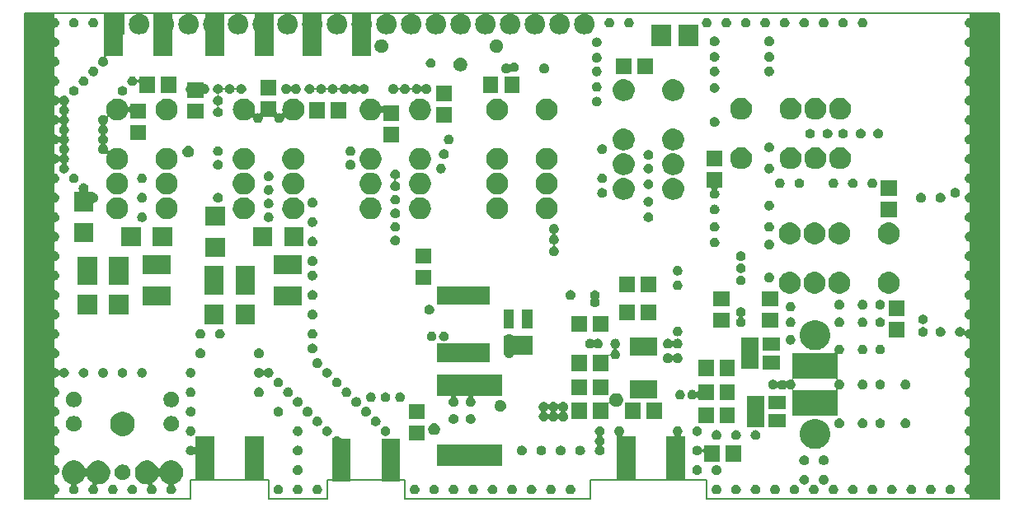
<source format=gbr>
G04 #@! TF.GenerationSoftware,KiCad,Pcbnew,(5.0.2)-1*
G04 #@! TF.CreationDate,2019-04-19T06:38:29+02:00*
G04 #@! TF.ProjectId,n2adr,6e326164-722e-46b6-9963-61645f706362,E5b8*
G04 #@! TF.SameCoordinates,PX3dfd240PY3473bc0*
G04 #@! TF.FileFunction,Soldermask,Bot*
G04 #@! TF.FilePolarity,Negative*
%FSLAX46Y46*%
G04 Gerber Fmt 4.6, Leading zero omitted, Abs format (unit mm)*
G04 Created by KiCad (PCBNEW (5.0.2)-1) date 19/04/2019 06:38:29*
%MOMM*%
%LPD*%
G01*
G04 APERTURE LIST*
%ADD10C,0.150000*%
%ADD11C,0.100000*%
G04 APERTURE END LIST*
D10*
X39000000Y-50000000D02*
X58000000Y-50000000D01*
X39000000Y-48000000D02*
X39000000Y-50000000D01*
X31000000Y-48000000D02*
X39000000Y-48000000D01*
X31000000Y-50000000D02*
X31000000Y-48000000D01*
X25000000Y-50000000D02*
X31000000Y-50000000D01*
X25000000Y-48000000D02*
X25000000Y-50000000D01*
X17000000Y-48000000D02*
X25000000Y-48000000D01*
X17000000Y-50000000D02*
X17000000Y-48000000D01*
X0Y-50000000D02*
X17000000Y-50000000D01*
X58000000Y-48000000D02*
X58000000Y-50000000D01*
X70000000Y-48000000D02*
X58000000Y-48000000D01*
X70000000Y-50000000D02*
X70000000Y-48000000D01*
X100000000Y-50000000D02*
X70000000Y-50000000D01*
X0Y-50000000D02*
X0Y0D01*
X100000000Y0D02*
X100000000Y-50000000D01*
X0Y0D02*
X100000000Y0D01*
D11*
G36*
X100000000Y-50000000D02*
X97000000Y-50000000D01*
X97000000Y-49612380D01*
X96997598Y-49587994D01*
X96990485Y-49564545D01*
X96978934Y-49542934D01*
X96963388Y-49523992D01*
X96944446Y-49508446D01*
X96922835Y-49496895D01*
X96899390Y-49489783D01*
X96854155Y-49480785D01*
X96763161Y-49443094D01*
X96681269Y-49388375D01*
X96681266Y-49388373D01*
X96611627Y-49318734D01*
X96556905Y-49236837D01*
X96519215Y-49145845D01*
X96500000Y-49049245D01*
X96500000Y-48950755D01*
X96519215Y-48854155D01*
X96556905Y-48763163D01*
X96611627Y-48681266D01*
X96681266Y-48611627D01*
X96698667Y-48600000D01*
X96763161Y-48556906D01*
X96774607Y-48552165D01*
X96854155Y-48519215D01*
X96899390Y-48510217D01*
X96922836Y-48503105D01*
X96944447Y-48491554D01*
X96963389Y-48476008D01*
X96978934Y-48457066D01*
X96990485Y-48435455D01*
X96997598Y-48412006D01*
X97000000Y-48387620D01*
X97000000Y-47612380D01*
X96997598Y-47587994D01*
X96990485Y-47564545D01*
X96978934Y-47542934D01*
X96963388Y-47523992D01*
X96944446Y-47508446D01*
X96922835Y-47496895D01*
X96899390Y-47489783D01*
X96854155Y-47480785D01*
X96763161Y-47443094D01*
X96681269Y-47388375D01*
X96681266Y-47388373D01*
X96611627Y-47318734D01*
X96556905Y-47236837D01*
X96519215Y-47145845D01*
X96500000Y-47049246D01*
X96500000Y-46950754D01*
X96519215Y-46854155D01*
X96556906Y-46763161D01*
X96611625Y-46681269D01*
X96611627Y-46681266D01*
X96681266Y-46611627D01*
X96736082Y-46575000D01*
X96763161Y-46556906D01*
X96801446Y-46541048D01*
X96854155Y-46519215D01*
X96899390Y-46510217D01*
X96922836Y-46503105D01*
X96944447Y-46491554D01*
X96963389Y-46476008D01*
X96978934Y-46457066D01*
X96990485Y-46435455D01*
X96997598Y-46412006D01*
X97000000Y-46387620D01*
X97000000Y-45612380D01*
X96997598Y-45587994D01*
X96990485Y-45564545D01*
X96978934Y-45542934D01*
X96963388Y-45523992D01*
X96944446Y-45508446D01*
X96922835Y-45496895D01*
X96899390Y-45489783D01*
X96854155Y-45480785D01*
X96763161Y-45443094D01*
X96681269Y-45388375D01*
X96681266Y-45388373D01*
X96611627Y-45318734D01*
X96556905Y-45236837D01*
X96519215Y-45145845D01*
X96500000Y-45049245D01*
X96500000Y-44950755D01*
X96519215Y-44854155D01*
X96556905Y-44763163D01*
X96611627Y-44681266D01*
X96681266Y-44611627D01*
X96716044Y-44588389D01*
X96763161Y-44556906D01*
X96771616Y-44553404D01*
X96854155Y-44519215D01*
X96899390Y-44510217D01*
X96922836Y-44503105D01*
X96944447Y-44491554D01*
X96963389Y-44476008D01*
X96978934Y-44457066D01*
X96990485Y-44435455D01*
X96997598Y-44412006D01*
X97000000Y-44387620D01*
X97000000Y-43612380D01*
X96997598Y-43587994D01*
X96990485Y-43564545D01*
X96978934Y-43542934D01*
X96963388Y-43523992D01*
X96944446Y-43508446D01*
X96922835Y-43496895D01*
X96899390Y-43489783D01*
X96854155Y-43480785D01*
X96786265Y-43452664D01*
X96763163Y-43443095D01*
X96763162Y-43443095D01*
X96763161Y-43443094D01*
X96681269Y-43388375D01*
X96681266Y-43388373D01*
X96611627Y-43318734D01*
X96610896Y-43317640D01*
X96556906Y-43236839D01*
X96550320Y-43220938D01*
X96519215Y-43145845D01*
X96500000Y-43049245D01*
X96500000Y-42950755D01*
X96519215Y-42854155D01*
X96556905Y-42763163D01*
X96559039Y-42759970D01*
X96611625Y-42681269D01*
X96611627Y-42681266D01*
X96681266Y-42611627D01*
X96716068Y-42588373D01*
X96763161Y-42556906D01*
X96854155Y-42519215D01*
X96899390Y-42510217D01*
X96922836Y-42503105D01*
X96944447Y-42491554D01*
X96963389Y-42476008D01*
X96978934Y-42457066D01*
X96990485Y-42435455D01*
X96997598Y-42412006D01*
X97000000Y-42387620D01*
X97000000Y-41612380D01*
X96997598Y-41587994D01*
X96990485Y-41564545D01*
X96978934Y-41542934D01*
X96963388Y-41523992D01*
X96944446Y-41508446D01*
X96922835Y-41496895D01*
X96899390Y-41489783D01*
X96854155Y-41480785D01*
X96781654Y-41450754D01*
X96763163Y-41443095D01*
X96763162Y-41443095D01*
X96763161Y-41443094D01*
X96681269Y-41388375D01*
X96681266Y-41388373D01*
X96611627Y-41318734D01*
X96578539Y-41269215D01*
X96556906Y-41236839D01*
X96519215Y-41145845D01*
X96500000Y-41049246D01*
X96500000Y-40950754D01*
X96519215Y-40854155D01*
X96548903Y-40782481D01*
X96556905Y-40763163D01*
X96558229Y-40761182D01*
X96611625Y-40681269D01*
X96611627Y-40681266D01*
X96681266Y-40611627D01*
X96736082Y-40575000D01*
X96763161Y-40556906D01*
X96779834Y-40550000D01*
X96854155Y-40519215D01*
X96899390Y-40510217D01*
X96922836Y-40503105D01*
X96944447Y-40491554D01*
X96963389Y-40476008D01*
X96978934Y-40457066D01*
X96990485Y-40435455D01*
X96997598Y-40412006D01*
X97000000Y-40387620D01*
X97000000Y-39612380D01*
X96997598Y-39587994D01*
X96990485Y-39564545D01*
X96978934Y-39542934D01*
X96963388Y-39523992D01*
X96944446Y-39508446D01*
X96922835Y-39496895D01*
X96899390Y-39489783D01*
X96854155Y-39480785D01*
X96781654Y-39450754D01*
X96763163Y-39443095D01*
X96763162Y-39443095D01*
X96763161Y-39443094D01*
X96681269Y-39388375D01*
X96681266Y-39388373D01*
X96611627Y-39318734D01*
X96598605Y-39299245D01*
X96556906Y-39236839D01*
X96556674Y-39236278D01*
X96519215Y-39145845D01*
X96501524Y-39056906D01*
X96500000Y-39049246D01*
X96500000Y-38950754D01*
X96519215Y-38854155D01*
X96556905Y-38763163D01*
X96576433Y-38733938D01*
X96611625Y-38681269D01*
X96611627Y-38681266D01*
X96681266Y-38611627D01*
X96728675Y-38579949D01*
X96763161Y-38556906D01*
X96797687Y-38542605D01*
X96854155Y-38519215D01*
X96856588Y-38518731D01*
X96899390Y-38510217D01*
X96922836Y-38503105D01*
X96944447Y-38491554D01*
X96963389Y-38476008D01*
X96978934Y-38457066D01*
X96990485Y-38435455D01*
X96997598Y-38412006D01*
X97000000Y-38387620D01*
X97000000Y-37612380D01*
X96997598Y-37587994D01*
X96990485Y-37564545D01*
X96978934Y-37542934D01*
X96963388Y-37523992D01*
X96944446Y-37508446D01*
X96922835Y-37496895D01*
X96899390Y-37489783D01*
X96854155Y-37480785D01*
X96763161Y-37443094D01*
X96681269Y-37388375D01*
X96681266Y-37388373D01*
X96611627Y-37318734D01*
X96603934Y-37307220D01*
X96556906Y-37236839D01*
X96519215Y-37145845D01*
X96500000Y-37049246D01*
X96500000Y-36950754D01*
X96519215Y-36854155D01*
X96556906Y-36763161D01*
X96611625Y-36681269D01*
X96611626Y-36681268D01*
X96611627Y-36681266D01*
X96681266Y-36611627D01*
X96682360Y-36610896D01*
X96763161Y-36556906D01*
X96854155Y-36519215D01*
X96899390Y-36510217D01*
X96922836Y-36503105D01*
X96944447Y-36491554D01*
X96963389Y-36476008D01*
X96978934Y-36457066D01*
X96990485Y-36435455D01*
X96997598Y-36412006D01*
X97000000Y-36387620D01*
X97000000Y-35612380D01*
X96997598Y-35587994D01*
X96990485Y-35564545D01*
X96978934Y-35542934D01*
X96963388Y-35523992D01*
X96944446Y-35508446D01*
X96922835Y-35496895D01*
X96899390Y-35489783D01*
X96854155Y-35480785D01*
X96763161Y-35443094D01*
X96681269Y-35388375D01*
X96681266Y-35388373D01*
X96611627Y-35318734D01*
X96582794Y-35275583D01*
X96556906Y-35236839D01*
X96550895Y-35222326D01*
X96519215Y-35145845D01*
X96501524Y-35056906D01*
X96500000Y-35049246D01*
X96500000Y-34950754D01*
X96519215Y-34854155D01*
X96520682Y-34850614D01*
X96556905Y-34763163D01*
X96565420Y-34750420D01*
X96611625Y-34681269D01*
X96611627Y-34681266D01*
X96681266Y-34611627D01*
X96737001Y-34574386D01*
X96763161Y-34556906D01*
X96778011Y-34550755D01*
X96854155Y-34519215D01*
X96899390Y-34510217D01*
X96922836Y-34503105D01*
X96944447Y-34491554D01*
X96963389Y-34476008D01*
X96978934Y-34457066D01*
X96990485Y-34435455D01*
X96997598Y-34412006D01*
X97000000Y-34387620D01*
X97000000Y-33612380D01*
X96997598Y-33587994D01*
X96990485Y-33564545D01*
X96978934Y-33542934D01*
X96963388Y-33523992D01*
X96944446Y-33508446D01*
X96922835Y-33496895D01*
X96899390Y-33489783D01*
X96854155Y-33480785D01*
X96763163Y-33443095D01*
X96763162Y-33443095D01*
X96763161Y-33443094D01*
X96681269Y-33388375D01*
X96681266Y-33388373D01*
X96611627Y-33318734D01*
X96556906Y-33236839D01*
X96544542Y-33206990D01*
X96532990Y-33185379D01*
X96517445Y-33166437D01*
X96498503Y-33150892D01*
X96476892Y-33139341D01*
X96453443Y-33132228D01*
X96429056Y-33129826D01*
X96404670Y-33132228D01*
X96381221Y-33139341D01*
X96359610Y-33150893D01*
X96340669Y-33166438D01*
X96318734Y-33188373D01*
X96318731Y-33188375D01*
X96236839Y-33243094D01*
X96236838Y-33243095D01*
X96236837Y-33243095D01*
X96145845Y-33280785D01*
X96049246Y-33300000D01*
X95950754Y-33300000D01*
X95854155Y-33280785D01*
X95763163Y-33243095D01*
X95763162Y-33243095D01*
X95763161Y-33243094D01*
X95681269Y-33188375D01*
X95681266Y-33188373D01*
X95611627Y-33118734D01*
X95578216Y-33068731D01*
X95556906Y-33036839D01*
X95536402Y-32987337D01*
X95519215Y-32945845D01*
X95502463Y-32861627D01*
X95500000Y-32849246D01*
X95500000Y-32750754D01*
X95519215Y-32654155D01*
X95527745Y-32633562D01*
X95556905Y-32563163D01*
X95561086Y-32556906D01*
X95611625Y-32481269D01*
X95611627Y-32481266D01*
X95681266Y-32411627D01*
X95756099Y-32361625D01*
X95763161Y-32356906D01*
X95854155Y-32319215D01*
X95950754Y-32300000D01*
X96049246Y-32300000D01*
X96145845Y-32319215D01*
X96236839Y-32356906D01*
X96243901Y-32361625D01*
X96318734Y-32411627D01*
X96388373Y-32481266D01*
X96443094Y-32563161D01*
X96455458Y-32593010D01*
X96467010Y-32614621D01*
X96482555Y-32633563D01*
X96501497Y-32649108D01*
X96523108Y-32660659D01*
X96546557Y-32667772D01*
X96570944Y-32670174D01*
X96595330Y-32667772D01*
X96618779Y-32660659D01*
X96640390Y-32649107D01*
X96659331Y-32633562D01*
X96681266Y-32611627D01*
X96753800Y-32563161D01*
X96763161Y-32556906D01*
X96854155Y-32519215D01*
X96899390Y-32510217D01*
X96922836Y-32503105D01*
X96944447Y-32491554D01*
X96963389Y-32476008D01*
X96978934Y-32457066D01*
X96990485Y-32435455D01*
X96997598Y-32412006D01*
X97000000Y-32387620D01*
X97000000Y-31612380D01*
X96997598Y-31587994D01*
X96990485Y-31564545D01*
X96978934Y-31542934D01*
X96963388Y-31523992D01*
X96944446Y-31508446D01*
X96922835Y-31496895D01*
X96899390Y-31489783D01*
X96854155Y-31480785D01*
X96763161Y-31443094D01*
X96681269Y-31388375D01*
X96681266Y-31388373D01*
X96611627Y-31318734D01*
X96582405Y-31275000D01*
X96556906Y-31236839D01*
X96519215Y-31145845D01*
X96500000Y-31049246D01*
X96500000Y-30950754D01*
X96519215Y-30854155D01*
X96556906Y-30763161D01*
X96611625Y-30681269D01*
X96611627Y-30681266D01*
X96681266Y-30611627D01*
X96716068Y-30588373D01*
X96763161Y-30556906D01*
X96854155Y-30519215D01*
X96899390Y-30510217D01*
X96922836Y-30503105D01*
X96944447Y-30491554D01*
X96963389Y-30476008D01*
X96978934Y-30457066D01*
X96990485Y-30435455D01*
X96997598Y-30412006D01*
X97000000Y-30387620D01*
X97000000Y-29612380D01*
X96997598Y-29587994D01*
X96990485Y-29564545D01*
X96978934Y-29542934D01*
X96963388Y-29523992D01*
X96944446Y-29508446D01*
X96922835Y-29496895D01*
X96899390Y-29489783D01*
X96854155Y-29480785D01*
X96763161Y-29443094D01*
X96681269Y-29388375D01*
X96681266Y-29388373D01*
X96611627Y-29318734D01*
X96556905Y-29236837D01*
X96519215Y-29145845D01*
X96500000Y-29049245D01*
X96500000Y-28950755D01*
X96519215Y-28854155D01*
X96556905Y-28763163D01*
X96574413Y-28736961D01*
X96611625Y-28681269D01*
X96611627Y-28681266D01*
X96681266Y-28611627D01*
X96698667Y-28600000D01*
X96763161Y-28556906D01*
X96854155Y-28519215D01*
X96899390Y-28510217D01*
X96922836Y-28503105D01*
X96944447Y-28491554D01*
X96963389Y-28476008D01*
X96978934Y-28457066D01*
X96990485Y-28435455D01*
X96997598Y-28412006D01*
X97000000Y-28387620D01*
X97000000Y-27612380D01*
X96997598Y-27587994D01*
X96990485Y-27564545D01*
X96978934Y-27542934D01*
X96963388Y-27523992D01*
X96944446Y-27508446D01*
X96922835Y-27496895D01*
X96899390Y-27489783D01*
X96854155Y-27480785D01*
X96763161Y-27443094D01*
X96681269Y-27388375D01*
X96681266Y-27388373D01*
X96611627Y-27318734D01*
X96610896Y-27317640D01*
X96556906Y-27236839D01*
X96519215Y-27145845D01*
X96500000Y-27049246D01*
X96500000Y-26950754D01*
X96519215Y-26854155D01*
X96536831Y-26811627D01*
X96556905Y-26763163D01*
X96559343Y-26759515D01*
X96611625Y-26681269D01*
X96611627Y-26681266D01*
X96681266Y-26611627D01*
X96682360Y-26610896D01*
X96763161Y-26556906D01*
X96854155Y-26519215D01*
X96899390Y-26510217D01*
X96922836Y-26503105D01*
X96944447Y-26491554D01*
X96963389Y-26476008D01*
X96978934Y-26457066D01*
X96990485Y-26435455D01*
X96997598Y-26412006D01*
X97000000Y-26387620D01*
X97000000Y-25612380D01*
X96997598Y-25587994D01*
X96990485Y-25564545D01*
X96978934Y-25542934D01*
X96963388Y-25523992D01*
X96944446Y-25508446D01*
X96922835Y-25496895D01*
X96899390Y-25489783D01*
X96854155Y-25480785D01*
X96763161Y-25443094D01*
X96681269Y-25388375D01*
X96681266Y-25388373D01*
X96611627Y-25318734D01*
X96610896Y-25317640D01*
X96556906Y-25236839D01*
X96519215Y-25145845D01*
X96500000Y-25049246D01*
X96500000Y-24950754D01*
X96519215Y-24854155D01*
X96556906Y-24763161D01*
X96611625Y-24681269D01*
X96611627Y-24681266D01*
X96681266Y-24611627D01*
X96682360Y-24610896D01*
X96763161Y-24556906D01*
X96854155Y-24519215D01*
X96899390Y-24510217D01*
X96922836Y-24503105D01*
X96944447Y-24491554D01*
X96963389Y-24476008D01*
X96978934Y-24457066D01*
X96990485Y-24435455D01*
X96997598Y-24412006D01*
X97000000Y-24387620D01*
X97000000Y-23612380D01*
X96997598Y-23587994D01*
X96990485Y-23564545D01*
X96978934Y-23542934D01*
X96963388Y-23523992D01*
X96944446Y-23508446D01*
X96922835Y-23496895D01*
X96899390Y-23489783D01*
X96854155Y-23480785D01*
X96763163Y-23443095D01*
X96763162Y-23443095D01*
X96763161Y-23443094D01*
X96681269Y-23388375D01*
X96681266Y-23388373D01*
X96611627Y-23318734D01*
X96599109Y-23300000D01*
X96556906Y-23236839D01*
X96526388Y-23163161D01*
X96519215Y-23145845D01*
X96501524Y-23056906D01*
X96500000Y-23049246D01*
X96500000Y-22950754D01*
X96519215Y-22854155D01*
X96525746Y-22838388D01*
X96556905Y-22763163D01*
X96581995Y-22725614D01*
X96611625Y-22681269D01*
X96611627Y-22681266D01*
X96681266Y-22611627D01*
X96716069Y-22588372D01*
X96763161Y-22556906D01*
X96781775Y-22549196D01*
X96854155Y-22519215D01*
X96856588Y-22518731D01*
X96899390Y-22510217D01*
X96922836Y-22503105D01*
X96944447Y-22491554D01*
X96963389Y-22476008D01*
X96978934Y-22457066D01*
X96990485Y-22435455D01*
X96997598Y-22412006D01*
X97000000Y-22387620D01*
X97000000Y-21612380D01*
X96997598Y-21587994D01*
X96990485Y-21564545D01*
X96978934Y-21542934D01*
X96963388Y-21523992D01*
X96944446Y-21508446D01*
X96922835Y-21496895D01*
X96899390Y-21489783D01*
X96854155Y-21480785D01*
X96763161Y-21443094D01*
X96681269Y-21388375D01*
X96681266Y-21388373D01*
X96611627Y-21318734D01*
X96610896Y-21317640D01*
X96556906Y-21236839D01*
X96519215Y-21145845D01*
X96500000Y-21049246D01*
X96500000Y-20950754D01*
X96519215Y-20854155D01*
X96556905Y-20763163D01*
X96568477Y-20745845D01*
X96611625Y-20681269D01*
X96611627Y-20681266D01*
X96681266Y-20611627D01*
X96716068Y-20588373D01*
X96763161Y-20556906D01*
X96778011Y-20550755D01*
X96854155Y-20519215D01*
X96856588Y-20518731D01*
X96899390Y-20510217D01*
X96922836Y-20503105D01*
X96944447Y-20491554D01*
X96963389Y-20476008D01*
X96978934Y-20457066D01*
X96990485Y-20435455D01*
X96997598Y-20412006D01*
X97000000Y-20387620D01*
X97000000Y-19612380D01*
X96997598Y-19587994D01*
X96990485Y-19564545D01*
X96978934Y-19542934D01*
X96963388Y-19523992D01*
X96944446Y-19508446D01*
X96922835Y-19496895D01*
X96899390Y-19489783D01*
X96854155Y-19480785D01*
X96763163Y-19443095D01*
X96763162Y-19443095D01*
X96763161Y-19443094D01*
X96681269Y-19388375D01*
X96681266Y-19388373D01*
X96611627Y-19318734D01*
X96599109Y-19300000D01*
X96556906Y-19236839D01*
X96526388Y-19163161D01*
X96519215Y-19145845D01*
X96501524Y-19056906D01*
X96500000Y-19049246D01*
X96500000Y-18950754D01*
X96519215Y-18854155D01*
X96556905Y-18763163D01*
X96561086Y-18756906D01*
X96611625Y-18681269D01*
X96611627Y-18681266D01*
X96681266Y-18611627D01*
X96716068Y-18588373D01*
X96763161Y-18556906D01*
X96778011Y-18550755D01*
X96854155Y-18519215D01*
X96856588Y-18518731D01*
X96899390Y-18510217D01*
X96922836Y-18503105D01*
X96944447Y-18491554D01*
X96963389Y-18476008D01*
X96978934Y-18457066D01*
X96990485Y-18435455D01*
X96997598Y-18412006D01*
X97000000Y-18387620D01*
X97000000Y-17612380D01*
X96997598Y-17587994D01*
X96990485Y-17564545D01*
X96978934Y-17542934D01*
X96963388Y-17523992D01*
X96944446Y-17508446D01*
X96922835Y-17496895D01*
X96899390Y-17489783D01*
X96854155Y-17480785D01*
X96763163Y-17443095D01*
X96763162Y-17443095D01*
X96763161Y-17443094D01*
X96681269Y-17388375D01*
X96681266Y-17388373D01*
X96611627Y-17318734D01*
X96591350Y-17288388D01*
X96556906Y-17236839D01*
X96536832Y-17188375D01*
X96519215Y-17145845D01*
X96510096Y-17100000D01*
X96500000Y-17049246D01*
X96500000Y-16950754D01*
X96519215Y-16854155D01*
X96521249Y-16849245D01*
X96556905Y-16763163D01*
X96568477Y-16745845D01*
X96611625Y-16681269D01*
X96611627Y-16681266D01*
X96681266Y-16611627D01*
X96753800Y-16563161D01*
X96763161Y-16556906D01*
X96778011Y-16550755D01*
X96854155Y-16519215D01*
X96899390Y-16510217D01*
X96922836Y-16503105D01*
X96944447Y-16491554D01*
X96963389Y-16476008D01*
X96978934Y-16457066D01*
X96990485Y-16435455D01*
X96997598Y-16412006D01*
X97000000Y-16387620D01*
X97000000Y-15612380D01*
X96997598Y-15587994D01*
X96990485Y-15564545D01*
X96978934Y-15542934D01*
X96963388Y-15523992D01*
X96944446Y-15508446D01*
X96922835Y-15496895D01*
X96899390Y-15489783D01*
X96854155Y-15480785D01*
X96835090Y-15472888D01*
X96763163Y-15443095D01*
X96763162Y-15443095D01*
X96763161Y-15443094D01*
X96681269Y-15388375D01*
X96681266Y-15388373D01*
X96611627Y-15318734D01*
X96603934Y-15307220D01*
X96556906Y-15236839D01*
X96519215Y-15145845D01*
X96500000Y-15049246D01*
X96500000Y-14950754D01*
X96519215Y-14854155D01*
X96520936Y-14850000D01*
X96556905Y-14763163D01*
X96568477Y-14745845D01*
X96611625Y-14681269D01*
X96611626Y-14681268D01*
X96611627Y-14681266D01*
X96681266Y-14611627D01*
X96716044Y-14588389D01*
X96763161Y-14556906D01*
X96778011Y-14550755D01*
X96854155Y-14519215D01*
X96856588Y-14518731D01*
X96899390Y-14510217D01*
X96922836Y-14503105D01*
X96944447Y-14491554D01*
X96963389Y-14476008D01*
X96978934Y-14457066D01*
X96990485Y-14435455D01*
X96997598Y-14412006D01*
X97000000Y-14387620D01*
X97000000Y-13612380D01*
X96997598Y-13587994D01*
X96990485Y-13564545D01*
X96978934Y-13542934D01*
X96963388Y-13523992D01*
X96944446Y-13508446D01*
X96922835Y-13496895D01*
X96899390Y-13489783D01*
X96854155Y-13480785D01*
X96763161Y-13443094D01*
X96681269Y-13388375D01*
X96681266Y-13388373D01*
X96611627Y-13318734D01*
X96599109Y-13300000D01*
X96556906Y-13236839D01*
X96519215Y-13145845D01*
X96500000Y-13049246D01*
X96500000Y-12950754D01*
X96519215Y-12854155D01*
X96556906Y-12763161D01*
X96611625Y-12681269D01*
X96611626Y-12681268D01*
X96611627Y-12681266D01*
X96681266Y-12611627D01*
X96716044Y-12588389D01*
X96763161Y-12556906D01*
X96789865Y-12545845D01*
X96854155Y-12519215D01*
X96899390Y-12510217D01*
X96922836Y-12503105D01*
X96944447Y-12491554D01*
X96963389Y-12476008D01*
X96978934Y-12457066D01*
X96990485Y-12435455D01*
X96997598Y-12412006D01*
X97000000Y-12387620D01*
X97000000Y-11612380D01*
X96997598Y-11587994D01*
X96990485Y-11564545D01*
X96978934Y-11542934D01*
X96963388Y-11523992D01*
X96944446Y-11508446D01*
X96922835Y-11496895D01*
X96899390Y-11489783D01*
X96854155Y-11480785D01*
X96763161Y-11443094D01*
X96681269Y-11388375D01*
X96681266Y-11388373D01*
X96611627Y-11318734D01*
X96599109Y-11300000D01*
X96556906Y-11236839D01*
X96536832Y-11188375D01*
X96519215Y-11145845D01*
X96510096Y-11100000D01*
X96500000Y-11049246D01*
X96500000Y-10950754D01*
X96519215Y-10854155D01*
X96536831Y-10811627D01*
X96556905Y-10763163D01*
X96561086Y-10756906D01*
X96611625Y-10681269D01*
X96611626Y-10681268D01*
X96611627Y-10681266D01*
X96681266Y-10611627D01*
X96692781Y-10603933D01*
X96763161Y-10556906D01*
X96854155Y-10519215D01*
X96899390Y-10510217D01*
X96922836Y-10503105D01*
X96944447Y-10491554D01*
X96963389Y-10476008D01*
X96978934Y-10457066D01*
X96990485Y-10435455D01*
X96997598Y-10412006D01*
X97000000Y-10387620D01*
X97000000Y-9612380D01*
X96997598Y-9587994D01*
X96990485Y-9564545D01*
X96978934Y-9542934D01*
X96963388Y-9523992D01*
X96944446Y-9508446D01*
X96922835Y-9496895D01*
X96899390Y-9489783D01*
X96854155Y-9480785D01*
X96763161Y-9443094D01*
X96681269Y-9388375D01*
X96681266Y-9388373D01*
X96611627Y-9318734D01*
X96599109Y-9300000D01*
X96556906Y-9236839D01*
X96519215Y-9145845D01*
X96500000Y-9049246D01*
X96500000Y-8950754D01*
X96519215Y-8854155D01*
X96556906Y-8763161D01*
X96611625Y-8681269D01*
X96611626Y-8681268D01*
X96611627Y-8681266D01*
X96681266Y-8611627D01*
X96698667Y-8600000D01*
X96763161Y-8556906D01*
X96854155Y-8519215D01*
X96899390Y-8510217D01*
X96922836Y-8503105D01*
X96944447Y-8491554D01*
X96963389Y-8476008D01*
X96978934Y-8457066D01*
X96990485Y-8435455D01*
X96997598Y-8412006D01*
X97000000Y-8387620D01*
X97000000Y-7612380D01*
X96997598Y-7587994D01*
X96990485Y-7564545D01*
X96978934Y-7542934D01*
X96963388Y-7523992D01*
X96944446Y-7508446D01*
X96922835Y-7496895D01*
X96899390Y-7489783D01*
X96854155Y-7480785D01*
X96811607Y-7463161D01*
X96763163Y-7443095D01*
X96763162Y-7443095D01*
X96763161Y-7443094D01*
X96681269Y-7388375D01*
X96681266Y-7388373D01*
X96611627Y-7318734D01*
X96597504Y-7297598D01*
X96556906Y-7236839D01*
X96519215Y-7145845D01*
X96500000Y-7049246D01*
X96500000Y-6950754D01*
X96519215Y-6854155D01*
X96556906Y-6763161D01*
X96611625Y-6681269D01*
X96611627Y-6681266D01*
X96681266Y-6611627D01*
X96736082Y-6575000D01*
X96763161Y-6556906D01*
X96854155Y-6519215D01*
X96899390Y-6510217D01*
X96922836Y-6503105D01*
X96944447Y-6491554D01*
X96963389Y-6476008D01*
X96978934Y-6457066D01*
X96990485Y-6435455D01*
X96997598Y-6412006D01*
X97000000Y-6387620D01*
X97000000Y-5612380D01*
X96997598Y-5587994D01*
X96990485Y-5564545D01*
X96978934Y-5542934D01*
X96963388Y-5523992D01*
X96944446Y-5508446D01*
X96922835Y-5496895D01*
X96899390Y-5489783D01*
X96854155Y-5480785D01*
X96763161Y-5443094D01*
X96681269Y-5388375D01*
X96681266Y-5388373D01*
X96611627Y-5318734D01*
X96588952Y-5284799D01*
X96556906Y-5236839D01*
X96554511Y-5231056D01*
X96519215Y-5145845D01*
X96500000Y-5049245D01*
X96500000Y-4950755D01*
X96501524Y-4943095D01*
X96519215Y-4854155D01*
X96519372Y-4853775D01*
X96556905Y-4763163D01*
X96559268Y-4759627D01*
X96611625Y-4681269D01*
X96611627Y-4681266D01*
X96681266Y-4611627D01*
X96739322Y-4572835D01*
X96763161Y-4556906D01*
X96778011Y-4550755D01*
X96854155Y-4519215D01*
X96899390Y-4510217D01*
X96922836Y-4503105D01*
X96944447Y-4491554D01*
X96963389Y-4476008D01*
X96978934Y-4457066D01*
X96990485Y-4435455D01*
X96997598Y-4412006D01*
X97000000Y-4387620D01*
X97000000Y-3612380D01*
X96997598Y-3587994D01*
X96990485Y-3564545D01*
X96978934Y-3542934D01*
X96963388Y-3523992D01*
X96944446Y-3508446D01*
X96922835Y-3496895D01*
X96899390Y-3489783D01*
X96854155Y-3480785D01*
X96763161Y-3443094D01*
X96681269Y-3388375D01*
X96681266Y-3388373D01*
X96611627Y-3318734D01*
X96556905Y-3236837D01*
X96519215Y-3145845D01*
X96500000Y-3049245D01*
X96500000Y-2950755D01*
X96518794Y-2856274D01*
X96519215Y-2854155D01*
X96520624Y-2850754D01*
X96556905Y-2763163D01*
X96581135Y-2726901D01*
X96611625Y-2681269D01*
X96611627Y-2681266D01*
X96681266Y-2611627D01*
X96726704Y-2581266D01*
X96763161Y-2556906D01*
X96854155Y-2519215D01*
X96899390Y-2510217D01*
X96922836Y-2503105D01*
X96944447Y-2491554D01*
X96963389Y-2476008D01*
X96978934Y-2457066D01*
X96990485Y-2435455D01*
X96997598Y-2412006D01*
X97000000Y-2387620D01*
X97000000Y-1612380D01*
X96997598Y-1587994D01*
X96990485Y-1564545D01*
X96978934Y-1542934D01*
X96963388Y-1523992D01*
X96944446Y-1508446D01*
X96922835Y-1496895D01*
X96899390Y-1489783D01*
X96854155Y-1480785D01*
X96763161Y-1443094D01*
X96681269Y-1388375D01*
X96681266Y-1388373D01*
X96611627Y-1318734D01*
X96556905Y-1236837D01*
X96519215Y-1145845D01*
X96500000Y-1049245D01*
X96500000Y-950755D01*
X96504494Y-928164D01*
X96519215Y-854155D01*
X96556906Y-763161D01*
X96611625Y-681269D01*
X96611627Y-681266D01*
X96681266Y-611627D01*
X96698357Y-600207D01*
X96763161Y-556906D01*
X96785075Y-547829D01*
X96854155Y-519215D01*
X96899390Y-510217D01*
X96922836Y-503105D01*
X96944447Y-491554D01*
X96963389Y-476008D01*
X96978934Y-457066D01*
X96990485Y-435455D01*
X96997598Y-412006D01*
X97000000Y-387620D01*
X97000000Y0D01*
X100000000Y0D01*
X100000000Y-50000000D01*
X100000000Y-50000000D01*
G37*
G36*
X3000000Y-387620D02*
X3002402Y-412006D01*
X3009515Y-435455D01*
X3021066Y-457066D01*
X3036612Y-476008D01*
X3055554Y-491554D01*
X3077165Y-503105D01*
X3100610Y-510217D01*
X3145845Y-519215D01*
X3214926Y-547829D01*
X3236839Y-556906D01*
X3301643Y-600207D01*
X3318734Y-611627D01*
X3388373Y-681266D01*
X3388375Y-681269D01*
X3443094Y-763161D01*
X3480785Y-854155D01*
X3495507Y-928164D01*
X3500000Y-950755D01*
X3500000Y-1049245D01*
X3480785Y-1145845D01*
X3443095Y-1236837D01*
X3388373Y-1318734D01*
X3318734Y-1388373D01*
X3318731Y-1388375D01*
X3236839Y-1443094D01*
X3145845Y-1480785D01*
X3100610Y-1489783D01*
X3077164Y-1496895D01*
X3055553Y-1508446D01*
X3036611Y-1523992D01*
X3021066Y-1542934D01*
X3009515Y-1564545D01*
X3002402Y-1587994D01*
X3000000Y-1612380D01*
X3000000Y-2387620D01*
X3002402Y-2412006D01*
X3009515Y-2435455D01*
X3021066Y-2457066D01*
X3036612Y-2476008D01*
X3055554Y-2491554D01*
X3077165Y-2503105D01*
X3100610Y-2510217D01*
X3145845Y-2519215D01*
X3236839Y-2556906D01*
X3273296Y-2581266D01*
X3318734Y-2611627D01*
X3388373Y-2681266D01*
X3388375Y-2681269D01*
X3418866Y-2726901D01*
X3443095Y-2763163D01*
X3479376Y-2850754D01*
X3480785Y-2854155D01*
X3481207Y-2856274D01*
X3500000Y-2950755D01*
X3500000Y-3049245D01*
X3480785Y-3145845D01*
X3443095Y-3236837D01*
X3388373Y-3318734D01*
X3318734Y-3388373D01*
X3318731Y-3388375D01*
X3236839Y-3443094D01*
X3145845Y-3480785D01*
X3100610Y-3489783D01*
X3077164Y-3496895D01*
X3055553Y-3508446D01*
X3036611Y-3523992D01*
X3021066Y-3542934D01*
X3009515Y-3564545D01*
X3002402Y-3587994D01*
X3000000Y-3612380D01*
X3000000Y-4387620D01*
X3002402Y-4412006D01*
X3009515Y-4435455D01*
X3021066Y-4457066D01*
X3036612Y-4476008D01*
X3055554Y-4491554D01*
X3077165Y-4503105D01*
X3100610Y-4510217D01*
X3145845Y-4519215D01*
X3221990Y-4550755D01*
X3236839Y-4556906D01*
X3260678Y-4572835D01*
X3318734Y-4611627D01*
X3388373Y-4681266D01*
X3388375Y-4681269D01*
X3440733Y-4759627D01*
X3443095Y-4763163D01*
X3480628Y-4853775D01*
X3480785Y-4854155D01*
X3498477Y-4943095D01*
X3500000Y-4950755D01*
X3500000Y-5049245D01*
X3480785Y-5145845D01*
X3445490Y-5231056D01*
X3443094Y-5236839D01*
X3411048Y-5284799D01*
X3388373Y-5318734D01*
X3318734Y-5388373D01*
X3318731Y-5388375D01*
X3236839Y-5443094D01*
X3145845Y-5480785D01*
X3100610Y-5489783D01*
X3077164Y-5496895D01*
X3055553Y-5508446D01*
X3036611Y-5523992D01*
X3021066Y-5542934D01*
X3009515Y-5564545D01*
X3002402Y-5587994D01*
X3000000Y-5612380D01*
X3000000Y-6387620D01*
X3002402Y-6412006D01*
X3009515Y-6435455D01*
X3021066Y-6457066D01*
X3036612Y-6476008D01*
X3055554Y-6491554D01*
X3077165Y-6503105D01*
X3100610Y-6510217D01*
X3145845Y-6519215D01*
X3236839Y-6556906D01*
X3263918Y-6575000D01*
X3318734Y-6611627D01*
X3388373Y-6681266D01*
X3388375Y-6681269D01*
X3443094Y-6763161D01*
X3480785Y-6854155D01*
X3500000Y-6950754D01*
X3500000Y-7049246D01*
X3480785Y-7145845D01*
X3443094Y-7236839D01*
X3402496Y-7297598D01*
X3388373Y-7318734D01*
X3318734Y-7388373D01*
X3318731Y-7388375D01*
X3236839Y-7443094D01*
X3236838Y-7443095D01*
X3236837Y-7443095D01*
X3188393Y-7463161D01*
X3145845Y-7480785D01*
X3100610Y-7489783D01*
X3077164Y-7496895D01*
X3055553Y-7508446D01*
X3036611Y-7523992D01*
X3021066Y-7542934D01*
X3009515Y-7564545D01*
X3002402Y-7587994D01*
X3000000Y-7612380D01*
X3000000Y-8387620D01*
X3002402Y-8412006D01*
X3009515Y-8435455D01*
X3021066Y-8457066D01*
X3036612Y-8476008D01*
X3055554Y-8491554D01*
X3077165Y-8503105D01*
X3100610Y-8510217D01*
X3145845Y-8519215D01*
X3236839Y-8556906D01*
X3301333Y-8600000D01*
X3318734Y-8611627D01*
X3388375Y-8681268D01*
X3396067Y-8692780D01*
X3411612Y-8711722D01*
X3430554Y-8727267D01*
X3452165Y-8738818D01*
X3475614Y-8745931D01*
X3500000Y-8748333D01*
X3524387Y-8745931D01*
X3547836Y-8738818D01*
X3569447Y-8727266D01*
X3588389Y-8711721D01*
X3603933Y-8692780D01*
X3611625Y-8681268D01*
X3681266Y-8611627D01*
X3698667Y-8600000D01*
X3763161Y-8556906D01*
X3854155Y-8519215D01*
X3950754Y-8500000D01*
X4049246Y-8500000D01*
X4145845Y-8519215D01*
X4236839Y-8556906D01*
X4301333Y-8600000D01*
X4318734Y-8611627D01*
X4388373Y-8681266D01*
X4388374Y-8681268D01*
X4388375Y-8681269D01*
X4443094Y-8763161D01*
X4480785Y-8854155D01*
X4500000Y-8950754D01*
X4500000Y-9049246D01*
X4480785Y-9145845D01*
X4443094Y-9236839D01*
X4400891Y-9300000D01*
X4388373Y-9318734D01*
X4318732Y-9388375D01*
X4307220Y-9396067D01*
X4288278Y-9411612D01*
X4272733Y-9430554D01*
X4261182Y-9452165D01*
X4254069Y-9475614D01*
X4251667Y-9500000D01*
X4254069Y-9524387D01*
X4261182Y-9547836D01*
X4272734Y-9569447D01*
X4288279Y-9588389D01*
X4307220Y-9603933D01*
X4318732Y-9611625D01*
X4388373Y-9681266D01*
X4388375Y-9681269D01*
X4438915Y-9756906D01*
X4443095Y-9763163D01*
X4463169Y-9811627D01*
X4480785Y-9854155D01*
X4500000Y-9950754D01*
X4500000Y-10049246D01*
X4480785Y-10145845D01*
X4451523Y-10216491D01*
X4443094Y-10236839D01*
X4424727Y-10264327D01*
X4388373Y-10318734D01*
X4318732Y-10388375D01*
X4307220Y-10396067D01*
X4288278Y-10411612D01*
X4272733Y-10430554D01*
X4261182Y-10452165D01*
X4254069Y-10475614D01*
X4251667Y-10500000D01*
X4254069Y-10524387D01*
X4261182Y-10547836D01*
X4272734Y-10569447D01*
X4288279Y-10588389D01*
X4307220Y-10603933D01*
X4318732Y-10611625D01*
X4388373Y-10681266D01*
X4388374Y-10681268D01*
X4388375Y-10681269D01*
X4438915Y-10756906D01*
X4443095Y-10763163D01*
X4463169Y-10811627D01*
X4480785Y-10854155D01*
X4500000Y-10950754D01*
X4500000Y-11049246D01*
X4489904Y-11100000D01*
X4480785Y-11145845D01*
X4463169Y-11188375D01*
X4443094Y-11236839D01*
X4400891Y-11300000D01*
X4388373Y-11318734D01*
X4318732Y-11388375D01*
X4307220Y-11396067D01*
X4288278Y-11411612D01*
X4272733Y-11430554D01*
X4261182Y-11452165D01*
X4254069Y-11475614D01*
X4251667Y-11500000D01*
X4254069Y-11524387D01*
X4261182Y-11547836D01*
X4272734Y-11569447D01*
X4288279Y-11588389D01*
X4307220Y-11603933D01*
X4318732Y-11611625D01*
X4388373Y-11681266D01*
X4443095Y-11763163D01*
X4480785Y-11854155D01*
X4500000Y-11950755D01*
X4500000Y-12049245D01*
X4480785Y-12145845D01*
X4473613Y-12163161D01*
X4443094Y-12236839D01*
X4412349Y-12282852D01*
X4388373Y-12318734D01*
X4318732Y-12388375D01*
X4307220Y-12396067D01*
X4288278Y-12411612D01*
X4272733Y-12430554D01*
X4261182Y-12452165D01*
X4254069Y-12475614D01*
X4251667Y-12500000D01*
X4254069Y-12524387D01*
X4261182Y-12547836D01*
X4272734Y-12569447D01*
X4288279Y-12588389D01*
X4307220Y-12603933D01*
X4318732Y-12611625D01*
X4388373Y-12681266D01*
X4388374Y-12681268D01*
X4388375Y-12681269D01*
X4443094Y-12763161D01*
X4480785Y-12854155D01*
X4500000Y-12950754D01*
X4500000Y-13049246D01*
X4480785Y-13145845D01*
X4443094Y-13236839D01*
X4400891Y-13300000D01*
X4388373Y-13318734D01*
X4318732Y-13388375D01*
X4307220Y-13396067D01*
X4288278Y-13411612D01*
X4272733Y-13430554D01*
X4261182Y-13452165D01*
X4254069Y-13475614D01*
X4251667Y-13500000D01*
X4254069Y-13524387D01*
X4261182Y-13547836D01*
X4272734Y-13569447D01*
X4288279Y-13588389D01*
X4307220Y-13603933D01*
X4318732Y-13611625D01*
X4388373Y-13681266D01*
X4388375Y-13681269D01*
X4438915Y-13756906D01*
X4443095Y-13763163D01*
X4478751Y-13849245D01*
X4480785Y-13854155D01*
X4500000Y-13950754D01*
X4500000Y-14049246D01*
X4493531Y-14081767D01*
X4480785Y-14145845D01*
X4448887Y-14222855D01*
X4443094Y-14236839D01*
X4412349Y-14282852D01*
X4388373Y-14318734D01*
X4318732Y-14388375D01*
X4307220Y-14396067D01*
X4288278Y-14411612D01*
X4272733Y-14430554D01*
X4261182Y-14452165D01*
X4254069Y-14475614D01*
X4251667Y-14500000D01*
X4254069Y-14524387D01*
X4261182Y-14547836D01*
X4272734Y-14569447D01*
X4288279Y-14588389D01*
X4307220Y-14603933D01*
X4318732Y-14611625D01*
X4388373Y-14681266D01*
X4388374Y-14681268D01*
X4388375Y-14681269D01*
X4431524Y-14745845D01*
X4443095Y-14763163D01*
X4479064Y-14850000D01*
X4480785Y-14854155D01*
X4500000Y-14950754D01*
X4500000Y-15049246D01*
X4480785Y-15145845D01*
X4443094Y-15236839D01*
X4396066Y-15307220D01*
X4388373Y-15318734D01*
X4318732Y-15388375D01*
X4307220Y-15396067D01*
X4288278Y-15411612D01*
X4272733Y-15430554D01*
X4261182Y-15452165D01*
X4254069Y-15475614D01*
X4251667Y-15500000D01*
X4254069Y-15524387D01*
X4261182Y-15547836D01*
X4272734Y-15569447D01*
X4288279Y-15588389D01*
X4307220Y-15603933D01*
X4318732Y-15611625D01*
X4388373Y-15681266D01*
X4388375Y-15681269D01*
X4431524Y-15745845D01*
X4443095Y-15763163D01*
X4480785Y-15854155D01*
X4500000Y-15950754D01*
X4500000Y-16049246D01*
X4480785Y-16145845D01*
X4443094Y-16236839D01*
X4400891Y-16300000D01*
X4388373Y-16318734D01*
X4318734Y-16388373D01*
X4318731Y-16388375D01*
X4236839Y-16443094D01*
X4236838Y-16443095D01*
X4236837Y-16443095D01*
X4157378Y-16476008D01*
X4145845Y-16480785D01*
X4049246Y-16500000D01*
X3950754Y-16500000D01*
X3854155Y-16480785D01*
X3842622Y-16476008D01*
X3763163Y-16443095D01*
X3763162Y-16443095D01*
X3763161Y-16443094D01*
X3681269Y-16388375D01*
X3681266Y-16388373D01*
X3611627Y-16318734D01*
X3599109Y-16300000D01*
X3556906Y-16236839D01*
X3519215Y-16145845D01*
X3500000Y-16049246D01*
X3500000Y-15950754D01*
X3519215Y-15854155D01*
X3556905Y-15763163D01*
X3568477Y-15745845D01*
X3611625Y-15681269D01*
X3611627Y-15681266D01*
X3681268Y-15611625D01*
X3692780Y-15603933D01*
X3711722Y-15588388D01*
X3727267Y-15569446D01*
X3738818Y-15547835D01*
X3745931Y-15524386D01*
X3748333Y-15500000D01*
X3745931Y-15475613D01*
X3738818Y-15452164D01*
X3727266Y-15430553D01*
X3711721Y-15411611D01*
X3692780Y-15396067D01*
X3681268Y-15388375D01*
X3611625Y-15318732D01*
X3603933Y-15307220D01*
X3588388Y-15288278D01*
X3569446Y-15272733D01*
X3547835Y-15261182D01*
X3524386Y-15254069D01*
X3500000Y-15251667D01*
X3475613Y-15254069D01*
X3452164Y-15261182D01*
X3430553Y-15272734D01*
X3411611Y-15288279D01*
X3396067Y-15307220D01*
X3388375Y-15318732D01*
X3318734Y-15388373D01*
X3318731Y-15388375D01*
X3236839Y-15443094D01*
X3236838Y-15443095D01*
X3236837Y-15443095D01*
X3164910Y-15472888D01*
X3145845Y-15480785D01*
X3100610Y-15489783D01*
X3077164Y-15496895D01*
X3055553Y-15508446D01*
X3036611Y-15523992D01*
X3021066Y-15542934D01*
X3009515Y-15564545D01*
X3002402Y-15587994D01*
X3000000Y-15612380D01*
X3000000Y-16387620D01*
X3002402Y-16412006D01*
X3009515Y-16435455D01*
X3021066Y-16457066D01*
X3036612Y-16476008D01*
X3055554Y-16491554D01*
X3077165Y-16503105D01*
X3100610Y-16510217D01*
X3145845Y-16519215D01*
X3221990Y-16550755D01*
X3236839Y-16556906D01*
X3246200Y-16563161D01*
X3318734Y-16611627D01*
X3388373Y-16681266D01*
X3388375Y-16681269D01*
X3431524Y-16745845D01*
X3443095Y-16763163D01*
X3478751Y-16849245D01*
X3480785Y-16854155D01*
X3500000Y-16950754D01*
X3500000Y-17049246D01*
X3489904Y-17100000D01*
X3480785Y-17145845D01*
X3463169Y-17188375D01*
X3443094Y-17236839D01*
X3408650Y-17288388D01*
X3388373Y-17318734D01*
X3318734Y-17388373D01*
X3318731Y-17388375D01*
X3236839Y-17443094D01*
X3236838Y-17443095D01*
X3236837Y-17443095D01*
X3145845Y-17480785D01*
X3100610Y-17489783D01*
X3077164Y-17496895D01*
X3055553Y-17508446D01*
X3036611Y-17523992D01*
X3021066Y-17542934D01*
X3009515Y-17564545D01*
X3002402Y-17587994D01*
X3000000Y-17612380D01*
X3000000Y-18387620D01*
X3002402Y-18412006D01*
X3009515Y-18435455D01*
X3021066Y-18457066D01*
X3036612Y-18476008D01*
X3055554Y-18491554D01*
X3077165Y-18503105D01*
X3100610Y-18510217D01*
X3143412Y-18518731D01*
X3145845Y-18519215D01*
X3221990Y-18550755D01*
X3236839Y-18556906D01*
X3283932Y-18588373D01*
X3318734Y-18611627D01*
X3388373Y-18681266D01*
X3388375Y-18681269D01*
X3438915Y-18756906D01*
X3443095Y-18763163D01*
X3480785Y-18854155D01*
X3500000Y-18950754D01*
X3500000Y-19049246D01*
X3498476Y-19056906D01*
X3480785Y-19145845D01*
X3473613Y-19163161D01*
X3443094Y-19236839D01*
X3400891Y-19300000D01*
X3388373Y-19318734D01*
X3318734Y-19388373D01*
X3318731Y-19388375D01*
X3236839Y-19443094D01*
X3236838Y-19443095D01*
X3236837Y-19443095D01*
X3145845Y-19480785D01*
X3100610Y-19489783D01*
X3077164Y-19496895D01*
X3055553Y-19508446D01*
X3036611Y-19523992D01*
X3021066Y-19542934D01*
X3009515Y-19564545D01*
X3002402Y-19587994D01*
X3000000Y-19612380D01*
X3000000Y-20387620D01*
X3002402Y-20412006D01*
X3009515Y-20435455D01*
X3021066Y-20457066D01*
X3036612Y-20476008D01*
X3055554Y-20491554D01*
X3077165Y-20503105D01*
X3100610Y-20510217D01*
X3143412Y-20518731D01*
X3145845Y-20519215D01*
X3221990Y-20550755D01*
X3236839Y-20556906D01*
X3283932Y-20588373D01*
X3318734Y-20611627D01*
X3388373Y-20681266D01*
X3388375Y-20681269D01*
X3431524Y-20745845D01*
X3443095Y-20763163D01*
X3480785Y-20854155D01*
X3500000Y-20950754D01*
X3500000Y-21049246D01*
X3480785Y-21145845D01*
X3443094Y-21236839D01*
X3389104Y-21317640D01*
X3388373Y-21318734D01*
X3318734Y-21388373D01*
X3318731Y-21388375D01*
X3236839Y-21443094D01*
X3145845Y-21480785D01*
X3100610Y-21489783D01*
X3077164Y-21496895D01*
X3055553Y-21508446D01*
X3036611Y-21523992D01*
X3021066Y-21542934D01*
X3009515Y-21564545D01*
X3002402Y-21587994D01*
X3000000Y-21612380D01*
X3000000Y-22387620D01*
X3002402Y-22412006D01*
X3009515Y-22435455D01*
X3021066Y-22457066D01*
X3036612Y-22476008D01*
X3055554Y-22491554D01*
X3077165Y-22503105D01*
X3100610Y-22510217D01*
X3143412Y-22518731D01*
X3145845Y-22519215D01*
X3218226Y-22549196D01*
X3236839Y-22556906D01*
X3283931Y-22588372D01*
X3318734Y-22611627D01*
X3388373Y-22681266D01*
X3388375Y-22681269D01*
X3418006Y-22725614D01*
X3443095Y-22763163D01*
X3474254Y-22838388D01*
X3480785Y-22854155D01*
X3500000Y-22950754D01*
X3500000Y-23049246D01*
X3498476Y-23056906D01*
X3480785Y-23145845D01*
X3473613Y-23163161D01*
X3443094Y-23236839D01*
X3400891Y-23300000D01*
X3388373Y-23318734D01*
X3318734Y-23388373D01*
X3318731Y-23388375D01*
X3236839Y-23443094D01*
X3236838Y-23443095D01*
X3236837Y-23443095D01*
X3145845Y-23480785D01*
X3100610Y-23489783D01*
X3077164Y-23496895D01*
X3055553Y-23508446D01*
X3036611Y-23523992D01*
X3021066Y-23542934D01*
X3009515Y-23564545D01*
X3002402Y-23587994D01*
X3000000Y-23612380D01*
X3000000Y-24387620D01*
X3002402Y-24412006D01*
X3009515Y-24435455D01*
X3021066Y-24457066D01*
X3036612Y-24476008D01*
X3055554Y-24491554D01*
X3077165Y-24503105D01*
X3100610Y-24510217D01*
X3145845Y-24519215D01*
X3236839Y-24556906D01*
X3317640Y-24610896D01*
X3318734Y-24611627D01*
X3388373Y-24681266D01*
X3388375Y-24681269D01*
X3443094Y-24763161D01*
X3480785Y-24854155D01*
X3500000Y-24950754D01*
X3500000Y-25049246D01*
X3480785Y-25145845D01*
X3443094Y-25236839D01*
X3389104Y-25317640D01*
X3388373Y-25318734D01*
X3318734Y-25388373D01*
X3318731Y-25388375D01*
X3236839Y-25443094D01*
X3145845Y-25480785D01*
X3100610Y-25489783D01*
X3077164Y-25496895D01*
X3055553Y-25508446D01*
X3036611Y-25523992D01*
X3021066Y-25542934D01*
X3009515Y-25564545D01*
X3002402Y-25587994D01*
X3000000Y-25612380D01*
X3000000Y-26387620D01*
X3002402Y-26412006D01*
X3009515Y-26435455D01*
X3021066Y-26457066D01*
X3036612Y-26476008D01*
X3055554Y-26491554D01*
X3077165Y-26503105D01*
X3100610Y-26510217D01*
X3145845Y-26519215D01*
X3236839Y-26556906D01*
X3317640Y-26610896D01*
X3318734Y-26611627D01*
X3388373Y-26681266D01*
X3388375Y-26681269D01*
X3440658Y-26759515D01*
X3443095Y-26763163D01*
X3463169Y-26811627D01*
X3480785Y-26854155D01*
X3500000Y-26950754D01*
X3500000Y-27049246D01*
X3480785Y-27145845D01*
X3443094Y-27236839D01*
X3389104Y-27317640D01*
X3388373Y-27318734D01*
X3318734Y-27388373D01*
X3318731Y-27388375D01*
X3236839Y-27443094D01*
X3145845Y-27480785D01*
X3100610Y-27489783D01*
X3077164Y-27496895D01*
X3055553Y-27508446D01*
X3036611Y-27523992D01*
X3021066Y-27542934D01*
X3009515Y-27564545D01*
X3002402Y-27587994D01*
X3000000Y-27612380D01*
X3000000Y-28387620D01*
X3002402Y-28412006D01*
X3009515Y-28435455D01*
X3021066Y-28457066D01*
X3036612Y-28476008D01*
X3055554Y-28491554D01*
X3077165Y-28503105D01*
X3100610Y-28510217D01*
X3145845Y-28519215D01*
X3236839Y-28556906D01*
X3301333Y-28600000D01*
X3318734Y-28611627D01*
X3388373Y-28681266D01*
X3388375Y-28681269D01*
X3425588Y-28736961D01*
X3443095Y-28763163D01*
X3480785Y-28854155D01*
X3500000Y-28950755D01*
X3500000Y-29049245D01*
X3480785Y-29145845D01*
X3443095Y-29236837D01*
X3388373Y-29318734D01*
X3318734Y-29388373D01*
X3318731Y-29388375D01*
X3236839Y-29443094D01*
X3145845Y-29480785D01*
X3100610Y-29489783D01*
X3077164Y-29496895D01*
X3055553Y-29508446D01*
X3036611Y-29523992D01*
X3021066Y-29542934D01*
X3009515Y-29564545D01*
X3002402Y-29587994D01*
X3000000Y-29612380D01*
X3000000Y-30387620D01*
X3002402Y-30412006D01*
X3009515Y-30435455D01*
X3021066Y-30457066D01*
X3036612Y-30476008D01*
X3055554Y-30491554D01*
X3077165Y-30503105D01*
X3100610Y-30510217D01*
X3145845Y-30519215D01*
X3236839Y-30556906D01*
X3283932Y-30588373D01*
X3318734Y-30611627D01*
X3388373Y-30681266D01*
X3388375Y-30681269D01*
X3443094Y-30763161D01*
X3480785Y-30854155D01*
X3500000Y-30950754D01*
X3500000Y-31049246D01*
X3480785Y-31145845D01*
X3443094Y-31236839D01*
X3417595Y-31275000D01*
X3388373Y-31318734D01*
X3318734Y-31388373D01*
X3318731Y-31388375D01*
X3236839Y-31443094D01*
X3145845Y-31480785D01*
X3100610Y-31489783D01*
X3077164Y-31496895D01*
X3055553Y-31508446D01*
X3036611Y-31523992D01*
X3021066Y-31542934D01*
X3009515Y-31564545D01*
X3002402Y-31587994D01*
X3000000Y-31612380D01*
X3000000Y-32387620D01*
X3002402Y-32412006D01*
X3009515Y-32435455D01*
X3021066Y-32457066D01*
X3036612Y-32476008D01*
X3055554Y-32491554D01*
X3077165Y-32503105D01*
X3100610Y-32510217D01*
X3145845Y-32519215D01*
X3236839Y-32556906D01*
X3246200Y-32563161D01*
X3318734Y-32611627D01*
X3388373Y-32681266D01*
X3388375Y-32681269D01*
X3443094Y-32763161D01*
X3480785Y-32854155D01*
X3500000Y-32950754D01*
X3500000Y-33049246D01*
X3489904Y-33100000D01*
X3480785Y-33145845D01*
X3463169Y-33188375D01*
X3443094Y-33236839D01*
X3401395Y-33299245D01*
X3388373Y-33318734D01*
X3318734Y-33388373D01*
X3318731Y-33388375D01*
X3236839Y-33443094D01*
X3236838Y-33443095D01*
X3236837Y-33443095D01*
X3145845Y-33480785D01*
X3100610Y-33489783D01*
X3077164Y-33496895D01*
X3055553Y-33508446D01*
X3036611Y-33523992D01*
X3021066Y-33542934D01*
X3009515Y-33564545D01*
X3002402Y-33587994D01*
X3000000Y-33612380D01*
X3000000Y-34387620D01*
X3002402Y-34412006D01*
X3009515Y-34435455D01*
X3021066Y-34457066D01*
X3036612Y-34476008D01*
X3055554Y-34491554D01*
X3077165Y-34503105D01*
X3100610Y-34510217D01*
X3145845Y-34519215D01*
X3221990Y-34550755D01*
X3236839Y-34556906D01*
X3262999Y-34574386D01*
X3318734Y-34611627D01*
X3388373Y-34681266D01*
X3388375Y-34681269D01*
X3434581Y-34750420D01*
X3443095Y-34763163D01*
X3479318Y-34850614D01*
X3480785Y-34854155D01*
X3500000Y-34950754D01*
X3500000Y-35049246D01*
X3498476Y-35056906D01*
X3480785Y-35145845D01*
X3449106Y-35222326D01*
X3443094Y-35236839D01*
X3417206Y-35275583D01*
X3388373Y-35318734D01*
X3318734Y-35388373D01*
X3318731Y-35388375D01*
X3236839Y-35443094D01*
X3145845Y-35480785D01*
X3100610Y-35489783D01*
X3077164Y-35496895D01*
X3055553Y-35508446D01*
X3036611Y-35523992D01*
X3021066Y-35542934D01*
X3009515Y-35564545D01*
X3002402Y-35587994D01*
X3000000Y-35612380D01*
X3000000Y-36387620D01*
X3002402Y-36412006D01*
X3009515Y-36435455D01*
X3021066Y-36457066D01*
X3036612Y-36476008D01*
X3055554Y-36491554D01*
X3077165Y-36503105D01*
X3100610Y-36510217D01*
X3145845Y-36519215D01*
X3236839Y-36556906D01*
X3317640Y-36610896D01*
X3318734Y-36611627D01*
X3388375Y-36681268D01*
X3396067Y-36692780D01*
X3411612Y-36711722D01*
X3430554Y-36727267D01*
X3452165Y-36738818D01*
X3475614Y-36745931D01*
X3500000Y-36748333D01*
X3524387Y-36745931D01*
X3547836Y-36738818D01*
X3569447Y-36727266D01*
X3588389Y-36711721D01*
X3603933Y-36692780D01*
X3611625Y-36681268D01*
X3681266Y-36611627D01*
X3682360Y-36610896D01*
X3763161Y-36556906D01*
X3854155Y-36519215D01*
X3950754Y-36500000D01*
X4049246Y-36500000D01*
X4145845Y-36519215D01*
X4236839Y-36556906D01*
X4317640Y-36610896D01*
X4318734Y-36611627D01*
X4388373Y-36681266D01*
X4388374Y-36681268D01*
X4388375Y-36681269D01*
X4443094Y-36763161D01*
X4480785Y-36854155D01*
X4500000Y-36950754D01*
X4500000Y-37049246D01*
X4480785Y-37145845D01*
X4443094Y-37236839D01*
X4396066Y-37307220D01*
X4388373Y-37318734D01*
X4318734Y-37388373D01*
X4318731Y-37388375D01*
X4236839Y-37443094D01*
X4145845Y-37480785D01*
X4049246Y-37500000D01*
X3950754Y-37500000D01*
X3854155Y-37480785D01*
X3763161Y-37443094D01*
X3681269Y-37388375D01*
X3681266Y-37388373D01*
X3611625Y-37318732D01*
X3603933Y-37307220D01*
X3588388Y-37288278D01*
X3569446Y-37272733D01*
X3547835Y-37261182D01*
X3524386Y-37254069D01*
X3500000Y-37251667D01*
X3475613Y-37254069D01*
X3452164Y-37261182D01*
X3430553Y-37272734D01*
X3411611Y-37288279D01*
X3396067Y-37307220D01*
X3388375Y-37318732D01*
X3318734Y-37388373D01*
X3318731Y-37388375D01*
X3236839Y-37443094D01*
X3145845Y-37480785D01*
X3100610Y-37489783D01*
X3077164Y-37496895D01*
X3055553Y-37508446D01*
X3036611Y-37523992D01*
X3021066Y-37542934D01*
X3009515Y-37564545D01*
X3002402Y-37587994D01*
X3000000Y-37612380D01*
X3000000Y-38387620D01*
X3002402Y-38412006D01*
X3009515Y-38435455D01*
X3021066Y-38457066D01*
X3036612Y-38476008D01*
X3055554Y-38491554D01*
X3077165Y-38503105D01*
X3100610Y-38510217D01*
X3143412Y-38518731D01*
X3145845Y-38519215D01*
X3202314Y-38542605D01*
X3236839Y-38556906D01*
X3271325Y-38579949D01*
X3318734Y-38611627D01*
X3388373Y-38681266D01*
X3388375Y-38681269D01*
X3423568Y-38733938D01*
X3443095Y-38763163D01*
X3480785Y-38854155D01*
X3500000Y-38950754D01*
X3500000Y-39049246D01*
X3498476Y-39056906D01*
X3480785Y-39145845D01*
X3443327Y-39236278D01*
X3443094Y-39236839D01*
X3401395Y-39299245D01*
X3388373Y-39318734D01*
X3318734Y-39388373D01*
X3318731Y-39388375D01*
X3236839Y-39443094D01*
X3236838Y-39443095D01*
X3236837Y-39443095D01*
X3218346Y-39450754D01*
X3145845Y-39480785D01*
X3100610Y-39489783D01*
X3077164Y-39496895D01*
X3055553Y-39508446D01*
X3036611Y-39523992D01*
X3021066Y-39542934D01*
X3009515Y-39564545D01*
X3002402Y-39587994D01*
X3000000Y-39612380D01*
X3000000Y-40387620D01*
X3002402Y-40412006D01*
X3009515Y-40435455D01*
X3021066Y-40457066D01*
X3036612Y-40476008D01*
X3055554Y-40491554D01*
X3077165Y-40503105D01*
X3100610Y-40510217D01*
X3145845Y-40519215D01*
X3220167Y-40550000D01*
X3236839Y-40556906D01*
X3263918Y-40575000D01*
X3318734Y-40611627D01*
X3388373Y-40681266D01*
X3388375Y-40681269D01*
X3441772Y-40761182D01*
X3443095Y-40763163D01*
X3451097Y-40782481D01*
X3480785Y-40854155D01*
X3500000Y-40950754D01*
X3500000Y-41049246D01*
X3480785Y-41145845D01*
X3443094Y-41236839D01*
X3421461Y-41269215D01*
X3388373Y-41318734D01*
X3318734Y-41388373D01*
X3318731Y-41388375D01*
X3236839Y-41443094D01*
X3236838Y-41443095D01*
X3236837Y-41443095D01*
X3218346Y-41450754D01*
X3145845Y-41480785D01*
X3100610Y-41489783D01*
X3077164Y-41496895D01*
X3055553Y-41508446D01*
X3036611Y-41523992D01*
X3021066Y-41542934D01*
X3009515Y-41564545D01*
X3002402Y-41587994D01*
X3000000Y-41612380D01*
X3000000Y-42387620D01*
X3002402Y-42412006D01*
X3009515Y-42435455D01*
X3021066Y-42457066D01*
X3036612Y-42476008D01*
X3055554Y-42491554D01*
X3077165Y-42503105D01*
X3100610Y-42510217D01*
X3145845Y-42519215D01*
X3236839Y-42556906D01*
X3283932Y-42588373D01*
X3318734Y-42611627D01*
X3388373Y-42681266D01*
X3388375Y-42681269D01*
X3440962Y-42759970D01*
X3443095Y-42763163D01*
X3480785Y-42854155D01*
X3500000Y-42950755D01*
X3500000Y-43049245D01*
X3480785Y-43145845D01*
X3449681Y-43220938D01*
X3443094Y-43236839D01*
X3389104Y-43317640D01*
X3388373Y-43318734D01*
X3318734Y-43388373D01*
X3318731Y-43388375D01*
X3236839Y-43443094D01*
X3236838Y-43443095D01*
X3236837Y-43443095D01*
X3213735Y-43452664D01*
X3145845Y-43480785D01*
X3100610Y-43489783D01*
X3077164Y-43496895D01*
X3055553Y-43508446D01*
X3036611Y-43523992D01*
X3021066Y-43542934D01*
X3009515Y-43564545D01*
X3002402Y-43587994D01*
X3000000Y-43612380D01*
X3000000Y-44387620D01*
X3002402Y-44412006D01*
X3009515Y-44435455D01*
X3021066Y-44457066D01*
X3036612Y-44476008D01*
X3055554Y-44491554D01*
X3077165Y-44503105D01*
X3100610Y-44510217D01*
X3145845Y-44519215D01*
X3228385Y-44553404D01*
X3236839Y-44556906D01*
X3283956Y-44588389D01*
X3318734Y-44611627D01*
X3388373Y-44681266D01*
X3443095Y-44763163D01*
X3480785Y-44854155D01*
X3500000Y-44950755D01*
X3500000Y-45049245D01*
X3480785Y-45145845D01*
X3443095Y-45236837D01*
X3388373Y-45318734D01*
X3318734Y-45388373D01*
X3318731Y-45388375D01*
X3236839Y-45443094D01*
X3145845Y-45480785D01*
X3100610Y-45489783D01*
X3077164Y-45496895D01*
X3055553Y-45508446D01*
X3036611Y-45523992D01*
X3021066Y-45542934D01*
X3009515Y-45564545D01*
X3002402Y-45587994D01*
X3000000Y-45612380D01*
X3000000Y-46387620D01*
X3002402Y-46412006D01*
X3009515Y-46435455D01*
X3021066Y-46457066D01*
X3036612Y-46476008D01*
X3055554Y-46491554D01*
X3077165Y-46503105D01*
X3100610Y-46510217D01*
X3145845Y-46519215D01*
X3198555Y-46541048D01*
X3236839Y-46556906D01*
X3263918Y-46575000D01*
X3318734Y-46611627D01*
X3388373Y-46681266D01*
X3388375Y-46681269D01*
X3443094Y-46763161D01*
X3480785Y-46854155D01*
X3500000Y-46950754D01*
X3500000Y-47049246D01*
X3480785Y-47145845D01*
X3443095Y-47236837D01*
X3388373Y-47318734D01*
X3318734Y-47388373D01*
X3318731Y-47388375D01*
X3236839Y-47443094D01*
X3145845Y-47480785D01*
X3100610Y-47489783D01*
X3077164Y-47496895D01*
X3055553Y-47508446D01*
X3036611Y-47523992D01*
X3021066Y-47542934D01*
X3009515Y-47564545D01*
X3002402Y-47587994D01*
X3000000Y-47612380D01*
X3000000Y-48387620D01*
X3002402Y-48412006D01*
X3009515Y-48435455D01*
X3021066Y-48457066D01*
X3036612Y-48476008D01*
X3055554Y-48491554D01*
X3077165Y-48503105D01*
X3100610Y-48510217D01*
X3145845Y-48519215D01*
X3225394Y-48552165D01*
X3236839Y-48556906D01*
X3301333Y-48600000D01*
X3318734Y-48611627D01*
X3388373Y-48681266D01*
X3443095Y-48763163D01*
X3480785Y-48854155D01*
X3500000Y-48950755D01*
X3500000Y-49049245D01*
X3480785Y-49145845D01*
X3443095Y-49236837D01*
X3388373Y-49318734D01*
X3318734Y-49388373D01*
X3318731Y-49388375D01*
X3236839Y-49443094D01*
X3145845Y-49480785D01*
X3100610Y-49489783D01*
X3077164Y-49496895D01*
X3055553Y-49508446D01*
X3036611Y-49523992D01*
X3021066Y-49542934D01*
X3009515Y-49564545D01*
X3002402Y-49587994D01*
X3000000Y-49612380D01*
X3000000Y-50000000D01*
X0Y-50000000D01*
X0Y-13612380D01*
X3000000Y-13612380D01*
X3000000Y-14387620D01*
X3002402Y-14412006D01*
X3009515Y-14435455D01*
X3021066Y-14457066D01*
X3036612Y-14476008D01*
X3055554Y-14491554D01*
X3077165Y-14503105D01*
X3100610Y-14510217D01*
X3143412Y-14518731D01*
X3145845Y-14519215D01*
X3221990Y-14550755D01*
X3236839Y-14556906D01*
X3283956Y-14588389D01*
X3318734Y-14611627D01*
X3388375Y-14681268D01*
X3396067Y-14692780D01*
X3411612Y-14711722D01*
X3430554Y-14727267D01*
X3452165Y-14738818D01*
X3475614Y-14745931D01*
X3500000Y-14748333D01*
X3524387Y-14745931D01*
X3547836Y-14738818D01*
X3569447Y-14727266D01*
X3588389Y-14711721D01*
X3603933Y-14692780D01*
X3611625Y-14681268D01*
X3681268Y-14611625D01*
X3692780Y-14603933D01*
X3711722Y-14588388D01*
X3727267Y-14569446D01*
X3738818Y-14547835D01*
X3745931Y-14524386D01*
X3748333Y-14500000D01*
X3745931Y-14475613D01*
X3738818Y-14452164D01*
X3727266Y-14430553D01*
X3711721Y-14411611D01*
X3692780Y-14396067D01*
X3681268Y-14388375D01*
X3611627Y-14318734D01*
X3587651Y-14282852D01*
X3556906Y-14236839D01*
X3551114Y-14222855D01*
X3519215Y-14145845D01*
X3506469Y-14081767D01*
X3500000Y-14049246D01*
X3500000Y-13950754D01*
X3519215Y-13854155D01*
X3521249Y-13849245D01*
X3556905Y-13763163D01*
X3561086Y-13756906D01*
X3611625Y-13681269D01*
X3611627Y-13681266D01*
X3681268Y-13611625D01*
X3692780Y-13603933D01*
X3711722Y-13588388D01*
X3727267Y-13569446D01*
X3738818Y-13547835D01*
X3745931Y-13524386D01*
X3748333Y-13500000D01*
X3745931Y-13475613D01*
X3738818Y-13452164D01*
X3727266Y-13430553D01*
X3711721Y-13411611D01*
X3692780Y-13396067D01*
X3681268Y-13388375D01*
X3611625Y-13318732D01*
X3603933Y-13307220D01*
X3588388Y-13288278D01*
X3569446Y-13272733D01*
X3547835Y-13261182D01*
X3524386Y-13254069D01*
X3500000Y-13251667D01*
X3475613Y-13254069D01*
X3452164Y-13261182D01*
X3430553Y-13272734D01*
X3411611Y-13288279D01*
X3396067Y-13307220D01*
X3388375Y-13318732D01*
X3318734Y-13388373D01*
X3318731Y-13388375D01*
X3236839Y-13443094D01*
X3145845Y-13480785D01*
X3100610Y-13489783D01*
X3077164Y-13496895D01*
X3055553Y-13508446D01*
X3036611Y-13523992D01*
X3021066Y-13542934D01*
X3009515Y-13564545D01*
X3002402Y-13587994D01*
X3000000Y-13612380D01*
X0Y-13612380D01*
X0Y-11612380D01*
X3000000Y-11612380D01*
X3000000Y-12387620D01*
X3002402Y-12412006D01*
X3009515Y-12435455D01*
X3021066Y-12457066D01*
X3036612Y-12476008D01*
X3055554Y-12491554D01*
X3077165Y-12503105D01*
X3100610Y-12510217D01*
X3145845Y-12519215D01*
X3210136Y-12545845D01*
X3236839Y-12556906D01*
X3283956Y-12588389D01*
X3318734Y-12611627D01*
X3388375Y-12681268D01*
X3396067Y-12692780D01*
X3411612Y-12711722D01*
X3430554Y-12727267D01*
X3452165Y-12738818D01*
X3475614Y-12745931D01*
X3500000Y-12748333D01*
X3524387Y-12745931D01*
X3547836Y-12738818D01*
X3569447Y-12727266D01*
X3588389Y-12711721D01*
X3603933Y-12692780D01*
X3611625Y-12681268D01*
X3681268Y-12611625D01*
X3692780Y-12603933D01*
X3711722Y-12588388D01*
X3727267Y-12569446D01*
X3738818Y-12547835D01*
X3745931Y-12524386D01*
X3748333Y-12500000D01*
X3745931Y-12475613D01*
X3738818Y-12452164D01*
X3727266Y-12430553D01*
X3711721Y-12411611D01*
X3692780Y-12396067D01*
X3681268Y-12388375D01*
X3611627Y-12318734D01*
X3587651Y-12282852D01*
X3556906Y-12236839D01*
X3526388Y-12163161D01*
X3519215Y-12145845D01*
X3500000Y-12049245D01*
X3500000Y-11950755D01*
X3519215Y-11854155D01*
X3556905Y-11763163D01*
X3611627Y-11681266D01*
X3681268Y-11611625D01*
X3692780Y-11603933D01*
X3711722Y-11588388D01*
X3727267Y-11569446D01*
X3738818Y-11547835D01*
X3745931Y-11524386D01*
X3748333Y-11500000D01*
X3745931Y-11475613D01*
X3738818Y-11452164D01*
X3727266Y-11430553D01*
X3711721Y-11411611D01*
X3692780Y-11396067D01*
X3681268Y-11388375D01*
X3611625Y-11318732D01*
X3603933Y-11307220D01*
X3588388Y-11288278D01*
X3569446Y-11272733D01*
X3547835Y-11261182D01*
X3524386Y-11254069D01*
X3500000Y-11251667D01*
X3475613Y-11254069D01*
X3452164Y-11261182D01*
X3430553Y-11272734D01*
X3411611Y-11288279D01*
X3396067Y-11307220D01*
X3388375Y-11318732D01*
X3318734Y-11388373D01*
X3318731Y-11388375D01*
X3236839Y-11443094D01*
X3145845Y-11480785D01*
X3100610Y-11489783D01*
X3077164Y-11496895D01*
X3055553Y-11508446D01*
X3036611Y-11523992D01*
X3021066Y-11542934D01*
X3009515Y-11564545D01*
X3002402Y-11587994D01*
X3000000Y-11612380D01*
X0Y-11612380D01*
X0Y-9612380D01*
X3000000Y-9612380D01*
X3000000Y-10387620D01*
X3002402Y-10412006D01*
X3009515Y-10435455D01*
X3021066Y-10457066D01*
X3036612Y-10476008D01*
X3055554Y-10491554D01*
X3077165Y-10503105D01*
X3100610Y-10510217D01*
X3145845Y-10519215D01*
X3236839Y-10556906D01*
X3307219Y-10603933D01*
X3318734Y-10611627D01*
X3388375Y-10681268D01*
X3396067Y-10692780D01*
X3411612Y-10711722D01*
X3430554Y-10727267D01*
X3452165Y-10738818D01*
X3475614Y-10745931D01*
X3500000Y-10748333D01*
X3524387Y-10745931D01*
X3547836Y-10738818D01*
X3569447Y-10727266D01*
X3588389Y-10711721D01*
X3603933Y-10692780D01*
X3611625Y-10681268D01*
X3681268Y-10611625D01*
X3692780Y-10603933D01*
X3711722Y-10588388D01*
X3727267Y-10569446D01*
X3738818Y-10547835D01*
X3745931Y-10524386D01*
X3748333Y-10500000D01*
X3745931Y-10475613D01*
X3738818Y-10452164D01*
X3727266Y-10430553D01*
X3711721Y-10411611D01*
X3692780Y-10396067D01*
X3681268Y-10388375D01*
X3611627Y-10318734D01*
X3575273Y-10264327D01*
X3556906Y-10236839D01*
X3548478Y-10216491D01*
X3519215Y-10145845D01*
X3500000Y-10049246D01*
X3500000Y-9950754D01*
X3519215Y-9854155D01*
X3536831Y-9811627D01*
X3556905Y-9763163D01*
X3561086Y-9756906D01*
X3611625Y-9681269D01*
X3611627Y-9681266D01*
X3681268Y-9611625D01*
X3692780Y-9603933D01*
X3711722Y-9588388D01*
X3727267Y-9569446D01*
X3738818Y-9547835D01*
X3745931Y-9524386D01*
X3748333Y-9500000D01*
X3745931Y-9475613D01*
X3738818Y-9452164D01*
X3727266Y-9430553D01*
X3711721Y-9411611D01*
X3692780Y-9396067D01*
X3681268Y-9388375D01*
X3611625Y-9318732D01*
X3603933Y-9307220D01*
X3588388Y-9288278D01*
X3569446Y-9272733D01*
X3547835Y-9261182D01*
X3524386Y-9254069D01*
X3500000Y-9251667D01*
X3475613Y-9254069D01*
X3452164Y-9261182D01*
X3430553Y-9272734D01*
X3411611Y-9288279D01*
X3396067Y-9307220D01*
X3388375Y-9318732D01*
X3318734Y-9388373D01*
X3318731Y-9388375D01*
X3236839Y-9443094D01*
X3145845Y-9480785D01*
X3100610Y-9489783D01*
X3077164Y-9496895D01*
X3055553Y-9508446D01*
X3036611Y-9523992D01*
X3021066Y-9542934D01*
X3009515Y-9564545D01*
X3002402Y-9587994D01*
X3000000Y-9612380D01*
X0Y-9612380D01*
X0Y0D01*
X3000000Y0D01*
X3000000Y-387620D01*
X3000000Y-387620D01*
G37*
G36*
X26112283Y-48512539D02*
X26145845Y-48519215D01*
X26225394Y-48552165D01*
X26236839Y-48556906D01*
X26301333Y-48600000D01*
X26318734Y-48611627D01*
X26388373Y-48681266D01*
X26443095Y-48763163D01*
X26480785Y-48854155D01*
X26500000Y-48950755D01*
X26500000Y-49049245D01*
X26480785Y-49145845D01*
X26443095Y-49236837D01*
X26388373Y-49318734D01*
X26318734Y-49388373D01*
X26318731Y-49388375D01*
X26236839Y-49443094D01*
X26145845Y-49480785D01*
X26049246Y-49500000D01*
X25950754Y-49500000D01*
X25854155Y-49480785D01*
X25763161Y-49443094D01*
X25681269Y-49388375D01*
X25681266Y-49388373D01*
X25611627Y-49318734D01*
X25556905Y-49236837D01*
X25519215Y-49145845D01*
X25500000Y-49049245D01*
X25500000Y-48950755D01*
X25519215Y-48854155D01*
X25556905Y-48763163D01*
X25611627Y-48681266D01*
X25681266Y-48611627D01*
X25698667Y-48600000D01*
X25763161Y-48556906D01*
X25774607Y-48552165D01*
X25854155Y-48519215D01*
X25887717Y-48512539D01*
X25950754Y-48500000D01*
X26049246Y-48500000D01*
X26112283Y-48512539D01*
X26112283Y-48512539D01*
G37*
G36*
X81112283Y-48512539D02*
X81145845Y-48519215D01*
X81225394Y-48552165D01*
X81236839Y-48556906D01*
X81301333Y-48600000D01*
X81318734Y-48611627D01*
X81388373Y-48681266D01*
X81443095Y-48763163D01*
X81480785Y-48854155D01*
X81500000Y-48950755D01*
X81500000Y-49049245D01*
X81480785Y-49145845D01*
X81443095Y-49236837D01*
X81388373Y-49318734D01*
X81318734Y-49388373D01*
X81318731Y-49388375D01*
X81236839Y-49443094D01*
X81145845Y-49480785D01*
X81049246Y-49500000D01*
X80950754Y-49500000D01*
X80854155Y-49480785D01*
X80763161Y-49443094D01*
X80681269Y-49388375D01*
X80681266Y-49388373D01*
X80611627Y-49318734D01*
X80556905Y-49236837D01*
X80519215Y-49145845D01*
X80500000Y-49049245D01*
X80500000Y-48950755D01*
X80519215Y-48854155D01*
X80556905Y-48763163D01*
X80611627Y-48681266D01*
X80681266Y-48611627D01*
X80698667Y-48600000D01*
X80763161Y-48556906D01*
X80774607Y-48552165D01*
X80854155Y-48519215D01*
X80887717Y-48512539D01*
X80950754Y-48500000D01*
X81049246Y-48500000D01*
X81112283Y-48512539D01*
X81112283Y-48512539D01*
G37*
G36*
X91112283Y-48512539D02*
X91145845Y-48519215D01*
X91225394Y-48552165D01*
X91236839Y-48556906D01*
X91301333Y-48600000D01*
X91318734Y-48611627D01*
X91388373Y-48681266D01*
X91443095Y-48763163D01*
X91480785Y-48854155D01*
X91500000Y-48950755D01*
X91500000Y-49049245D01*
X91480785Y-49145845D01*
X91443095Y-49236837D01*
X91388373Y-49318734D01*
X91318734Y-49388373D01*
X91318731Y-49388375D01*
X91236839Y-49443094D01*
X91145845Y-49480785D01*
X91049246Y-49500000D01*
X90950754Y-49500000D01*
X90854155Y-49480785D01*
X90763161Y-49443094D01*
X90681269Y-49388375D01*
X90681266Y-49388373D01*
X90611627Y-49318734D01*
X90556905Y-49236837D01*
X90519215Y-49145845D01*
X90500000Y-49049245D01*
X90500000Y-48950755D01*
X90519215Y-48854155D01*
X90556905Y-48763163D01*
X90611627Y-48681266D01*
X90681266Y-48611627D01*
X90698667Y-48600000D01*
X90763161Y-48556906D01*
X90774607Y-48552165D01*
X90854155Y-48519215D01*
X90887717Y-48512539D01*
X90950754Y-48500000D01*
X91049246Y-48500000D01*
X91112283Y-48512539D01*
X91112283Y-48512539D01*
G37*
G36*
X48112283Y-48512539D02*
X48145845Y-48519215D01*
X48225394Y-48552165D01*
X48236839Y-48556906D01*
X48301333Y-48600000D01*
X48318734Y-48611627D01*
X48388373Y-48681266D01*
X48443095Y-48763163D01*
X48480785Y-48854155D01*
X48500000Y-48950755D01*
X48500000Y-49049245D01*
X48480785Y-49145845D01*
X48443095Y-49236837D01*
X48388373Y-49318734D01*
X48318734Y-49388373D01*
X48318731Y-49388375D01*
X48236839Y-49443094D01*
X48145845Y-49480785D01*
X48049246Y-49500000D01*
X47950754Y-49500000D01*
X47854155Y-49480785D01*
X47763161Y-49443094D01*
X47681269Y-49388375D01*
X47681266Y-49388373D01*
X47611627Y-49318734D01*
X47556905Y-49236837D01*
X47519215Y-49145845D01*
X47500000Y-49049245D01*
X47500000Y-48950755D01*
X47519215Y-48854155D01*
X47556905Y-48763163D01*
X47611627Y-48681266D01*
X47681266Y-48611627D01*
X47698667Y-48600000D01*
X47763161Y-48556906D01*
X47774607Y-48552165D01*
X47854155Y-48519215D01*
X47887717Y-48512539D01*
X47950754Y-48500000D01*
X48049246Y-48500000D01*
X48112283Y-48512539D01*
X48112283Y-48512539D01*
G37*
G36*
X95112283Y-48512539D02*
X95145845Y-48519215D01*
X95225394Y-48552165D01*
X95236839Y-48556906D01*
X95301333Y-48600000D01*
X95318734Y-48611627D01*
X95388373Y-48681266D01*
X95443095Y-48763163D01*
X95480785Y-48854155D01*
X95500000Y-48950755D01*
X95500000Y-49049245D01*
X95480785Y-49145845D01*
X95443095Y-49236837D01*
X95388373Y-49318734D01*
X95318734Y-49388373D01*
X95318731Y-49388375D01*
X95236839Y-49443094D01*
X95145845Y-49480785D01*
X95049246Y-49500000D01*
X94950754Y-49500000D01*
X94854155Y-49480785D01*
X94763161Y-49443094D01*
X94681269Y-49388375D01*
X94681266Y-49388373D01*
X94611627Y-49318734D01*
X94556905Y-49236837D01*
X94519215Y-49145845D01*
X94500000Y-49049245D01*
X94500000Y-48950755D01*
X94519215Y-48854155D01*
X94556905Y-48763163D01*
X94611627Y-48681266D01*
X94681266Y-48611627D01*
X94698667Y-48600000D01*
X94763161Y-48556906D01*
X94774607Y-48552165D01*
X94854155Y-48519215D01*
X94887717Y-48512539D01*
X94950754Y-48500000D01*
X95049246Y-48500000D01*
X95112283Y-48512539D01*
X95112283Y-48512539D01*
G37*
G36*
X44112283Y-48512539D02*
X44145845Y-48519215D01*
X44225394Y-48552165D01*
X44236839Y-48556906D01*
X44301333Y-48600000D01*
X44318734Y-48611627D01*
X44388373Y-48681266D01*
X44443095Y-48763163D01*
X44480785Y-48854155D01*
X44500000Y-48950755D01*
X44500000Y-49049245D01*
X44480785Y-49145845D01*
X44443095Y-49236837D01*
X44388373Y-49318734D01*
X44318734Y-49388373D01*
X44318731Y-49388375D01*
X44236839Y-49443094D01*
X44145845Y-49480785D01*
X44049246Y-49500000D01*
X43950754Y-49500000D01*
X43854155Y-49480785D01*
X43763161Y-49443094D01*
X43681269Y-49388375D01*
X43681266Y-49388373D01*
X43611627Y-49318734D01*
X43556905Y-49236837D01*
X43519215Y-49145845D01*
X43500000Y-49049245D01*
X43500000Y-48950755D01*
X43519215Y-48854155D01*
X43556905Y-48763163D01*
X43611627Y-48681266D01*
X43681266Y-48611627D01*
X43698667Y-48600000D01*
X43763161Y-48556906D01*
X43774607Y-48552165D01*
X43854155Y-48519215D01*
X43887717Y-48512539D01*
X43950754Y-48500000D01*
X44049246Y-48500000D01*
X44112283Y-48512539D01*
X44112283Y-48512539D01*
G37*
G36*
X56112283Y-48512539D02*
X56145845Y-48519215D01*
X56225394Y-48552165D01*
X56236839Y-48556906D01*
X56301333Y-48600000D01*
X56318734Y-48611627D01*
X56388373Y-48681266D01*
X56443095Y-48763163D01*
X56480785Y-48854155D01*
X56500000Y-48950755D01*
X56500000Y-49049245D01*
X56480785Y-49145845D01*
X56443095Y-49236837D01*
X56388373Y-49318734D01*
X56318734Y-49388373D01*
X56318731Y-49388375D01*
X56236839Y-49443094D01*
X56145845Y-49480785D01*
X56049246Y-49500000D01*
X55950754Y-49500000D01*
X55854155Y-49480785D01*
X55763161Y-49443094D01*
X55681269Y-49388375D01*
X55681266Y-49388373D01*
X55611627Y-49318734D01*
X55556905Y-49236837D01*
X55519215Y-49145845D01*
X55500000Y-49049245D01*
X55500000Y-48950755D01*
X55519215Y-48854155D01*
X55556905Y-48763163D01*
X55611627Y-48681266D01*
X55681266Y-48611627D01*
X55698667Y-48600000D01*
X55763161Y-48556906D01*
X55774607Y-48552165D01*
X55854155Y-48519215D01*
X55887717Y-48512539D01*
X55950754Y-48500000D01*
X56049246Y-48500000D01*
X56112283Y-48512539D01*
X56112283Y-48512539D01*
G37*
G36*
X50112283Y-48512539D02*
X50145845Y-48519215D01*
X50225394Y-48552165D01*
X50236839Y-48556906D01*
X50301333Y-48600000D01*
X50318734Y-48611627D01*
X50388373Y-48681266D01*
X50443095Y-48763163D01*
X50480785Y-48854155D01*
X50500000Y-48950755D01*
X50500000Y-49049245D01*
X50480785Y-49145845D01*
X50443095Y-49236837D01*
X50388373Y-49318734D01*
X50318734Y-49388373D01*
X50318731Y-49388375D01*
X50236839Y-49443094D01*
X50145845Y-49480785D01*
X50049246Y-49500000D01*
X49950754Y-49500000D01*
X49854155Y-49480785D01*
X49763161Y-49443094D01*
X49681269Y-49388375D01*
X49681266Y-49388373D01*
X49611627Y-49318734D01*
X49556905Y-49236837D01*
X49519215Y-49145845D01*
X49500000Y-49049245D01*
X49500000Y-48950755D01*
X49519215Y-48854155D01*
X49556905Y-48763163D01*
X49611627Y-48681266D01*
X49681266Y-48611627D01*
X49698667Y-48600000D01*
X49763161Y-48556906D01*
X49774607Y-48552165D01*
X49854155Y-48519215D01*
X49887717Y-48512539D01*
X49950754Y-48500000D01*
X50049246Y-48500000D01*
X50112283Y-48512539D01*
X50112283Y-48512539D01*
G37*
G36*
X79112283Y-48512539D02*
X79145845Y-48519215D01*
X79225394Y-48552165D01*
X79236839Y-48556906D01*
X79301333Y-48600000D01*
X79318734Y-48611627D01*
X79388373Y-48681266D01*
X79443095Y-48763163D01*
X79480785Y-48854155D01*
X79500000Y-48950755D01*
X79500000Y-49049245D01*
X79480785Y-49145845D01*
X79443095Y-49236837D01*
X79388373Y-49318734D01*
X79318734Y-49388373D01*
X79318731Y-49388375D01*
X79236839Y-49443094D01*
X79145845Y-49480785D01*
X79049246Y-49500000D01*
X78950754Y-49500000D01*
X78854155Y-49480785D01*
X78763161Y-49443094D01*
X78681269Y-49388375D01*
X78681266Y-49388373D01*
X78611627Y-49318734D01*
X78556905Y-49236837D01*
X78519215Y-49145845D01*
X78500000Y-49049245D01*
X78500000Y-48950755D01*
X78519215Y-48854155D01*
X78556905Y-48763163D01*
X78611627Y-48681266D01*
X78681266Y-48611627D01*
X78698667Y-48600000D01*
X78763161Y-48556906D01*
X78774607Y-48552165D01*
X78854155Y-48519215D01*
X78887717Y-48512539D01*
X78950754Y-48500000D01*
X79049246Y-48500000D01*
X79112283Y-48512539D01*
X79112283Y-48512539D01*
G37*
G36*
X77112283Y-48512539D02*
X77145845Y-48519215D01*
X77225394Y-48552165D01*
X77236839Y-48556906D01*
X77301333Y-48600000D01*
X77318734Y-48611627D01*
X77388373Y-48681266D01*
X77443095Y-48763163D01*
X77480785Y-48854155D01*
X77500000Y-48950755D01*
X77500000Y-49049245D01*
X77480785Y-49145845D01*
X77443095Y-49236837D01*
X77388373Y-49318734D01*
X77318734Y-49388373D01*
X77318731Y-49388375D01*
X77236839Y-49443094D01*
X77145845Y-49480785D01*
X77049246Y-49500000D01*
X76950754Y-49500000D01*
X76854155Y-49480785D01*
X76763161Y-49443094D01*
X76681269Y-49388375D01*
X76681266Y-49388373D01*
X76611627Y-49318734D01*
X76556905Y-49236837D01*
X76519215Y-49145845D01*
X76500000Y-49049245D01*
X76500000Y-48950755D01*
X76519215Y-48854155D01*
X76556905Y-48763163D01*
X76611627Y-48681266D01*
X76681266Y-48611627D01*
X76698667Y-48600000D01*
X76763161Y-48556906D01*
X76774607Y-48552165D01*
X76854155Y-48519215D01*
X76887717Y-48512539D01*
X76950754Y-48500000D01*
X77049246Y-48500000D01*
X77112283Y-48512539D01*
X77112283Y-48512539D01*
G37*
G36*
X28112283Y-48512539D02*
X28145845Y-48519215D01*
X28225394Y-48552165D01*
X28236839Y-48556906D01*
X28301333Y-48600000D01*
X28318734Y-48611627D01*
X28388373Y-48681266D01*
X28443095Y-48763163D01*
X28480785Y-48854155D01*
X28500000Y-48950755D01*
X28500000Y-49049245D01*
X28480785Y-49145845D01*
X28443095Y-49236837D01*
X28388373Y-49318734D01*
X28318734Y-49388373D01*
X28318731Y-49388375D01*
X28236839Y-49443094D01*
X28145845Y-49480785D01*
X28049246Y-49500000D01*
X27950754Y-49500000D01*
X27854155Y-49480785D01*
X27763161Y-49443094D01*
X27681269Y-49388375D01*
X27681266Y-49388373D01*
X27611627Y-49318734D01*
X27556905Y-49236837D01*
X27519215Y-49145845D01*
X27500000Y-49049245D01*
X27500000Y-48950755D01*
X27519215Y-48854155D01*
X27556905Y-48763163D01*
X27611627Y-48681266D01*
X27681266Y-48611627D01*
X27698667Y-48600000D01*
X27763161Y-48556906D01*
X27774607Y-48552165D01*
X27854155Y-48519215D01*
X27887717Y-48512539D01*
X27950754Y-48500000D01*
X28049246Y-48500000D01*
X28112283Y-48512539D01*
X28112283Y-48512539D01*
G37*
G36*
X54112283Y-48512539D02*
X54145845Y-48519215D01*
X54225394Y-48552165D01*
X54236839Y-48556906D01*
X54301333Y-48600000D01*
X54318734Y-48611627D01*
X54388373Y-48681266D01*
X54443095Y-48763163D01*
X54480785Y-48854155D01*
X54500000Y-48950755D01*
X54500000Y-49049245D01*
X54480785Y-49145845D01*
X54443095Y-49236837D01*
X54388373Y-49318734D01*
X54318734Y-49388373D01*
X54318731Y-49388375D01*
X54236839Y-49443094D01*
X54145845Y-49480785D01*
X54049246Y-49500000D01*
X53950754Y-49500000D01*
X53854155Y-49480785D01*
X53763161Y-49443094D01*
X53681269Y-49388375D01*
X53681266Y-49388373D01*
X53611627Y-49318734D01*
X53556905Y-49236837D01*
X53519215Y-49145845D01*
X53500000Y-49049245D01*
X53500000Y-48950755D01*
X53519215Y-48854155D01*
X53556905Y-48763163D01*
X53611627Y-48681266D01*
X53681266Y-48611627D01*
X53698667Y-48600000D01*
X53763161Y-48556906D01*
X53774607Y-48552165D01*
X53854155Y-48519215D01*
X53887717Y-48512539D01*
X53950754Y-48500000D01*
X54049246Y-48500000D01*
X54112283Y-48512539D01*
X54112283Y-48512539D01*
G37*
G36*
X12857319Y-46072076D02*
X13080255Y-46164419D01*
X13279539Y-46297577D01*
X13280895Y-46298483D01*
X13451517Y-46469105D01*
X13451519Y-46469108D01*
X13585581Y-46669745D01*
X13614694Y-46740030D01*
X13634515Y-46787883D01*
X13646066Y-46809494D01*
X13661612Y-46828436D01*
X13680554Y-46843982D01*
X13702165Y-46855533D01*
X13725614Y-46862646D01*
X13750000Y-46865048D01*
X13774386Y-46862646D01*
X13797835Y-46855533D01*
X13819446Y-46843982D01*
X13838388Y-46828436D01*
X13853934Y-46809494D01*
X13865485Y-46787883D01*
X13885306Y-46740030D01*
X13914419Y-46669745D01*
X14048481Y-46469108D01*
X14048483Y-46469105D01*
X14219105Y-46298483D01*
X14220461Y-46297577D01*
X14419745Y-46164419D01*
X14642681Y-46072076D01*
X14879347Y-46025000D01*
X15120653Y-46025000D01*
X15357319Y-46072076D01*
X15580255Y-46164419D01*
X15779539Y-46297577D01*
X15780895Y-46298483D01*
X15951517Y-46469105D01*
X15951519Y-46469108D01*
X16085581Y-46669745D01*
X16177924Y-46892681D01*
X16225000Y-47129348D01*
X16225000Y-47370652D01*
X16177924Y-47607319D01*
X16085581Y-47830255D01*
X15999588Y-47958952D01*
X15951517Y-48030895D01*
X15780895Y-48201517D01*
X15780892Y-48201519D01*
X15580255Y-48335581D01*
X15372969Y-48421441D01*
X15351362Y-48432991D01*
X15332420Y-48448537D01*
X15316874Y-48467479D01*
X15305323Y-48489090D01*
X15298210Y-48512539D01*
X15295808Y-48536925D01*
X15298210Y-48561311D01*
X15305323Y-48584761D01*
X15316874Y-48606371D01*
X15332420Y-48625313D01*
X15388373Y-48681266D01*
X15443095Y-48763163D01*
X15480785Y-48854155D01*
X15500000Y-48950755D01*
X15500000Y-49049245D01*
X15480785Y-49145845D01*
X15443095Y-49236837D01*
X15388373Y-49318734D01*
X15318734Y-49388373D01*
X15318731Y-49388375D01*
X15236839Y-49443094D01*
X15145845Y-49480785D01*
X15049246Y-49500000D01*
X14950754Y-49500000D01*
X14854155Y-49480785D01*
X14763161Y-49443094D01*
X14681269Y-49388375D01*
X14681266Y-49388373D01*
X14611627Y-49318734D01*
X14556905Y-49236837D01*
X14519215Y-49145845D01*
X14500000Y-49049245D01*
X14500000Y-48950755D01*
X14519215Y-48854155D01*
X14556905Y-48763163D01*
X14611627Y-48681266D01*
X14667580Y-48625313D01*
X14683126Y-48606371D01*
X14694677Y-48584760D01*
X14701790Y-48561311D01*
X14704192Y-48536925D01*
X14701790Y-48512539D01*
X14694677Y-48489090D01*
X14683126Y-48467479D01*
X14667580Y-48448537D01*
X14648638Y-48432991D01*
X14627031Y-48421441D01*
X14419745Y-48335581D01*
X14219108Y-48201519D01*
X14219105Y-48201517D01*
X14048483Y-48030895D01*
X14000412Y-47958952D01*
X13914419Y-47830255D01*
X13865484Y-47712114D01*
X13853934Y-47690506D01*
X13838388Y-47671564D01*
X13819446Y-47656018D01*
X13797835Y-47644467D01*
X13774386Y-47637354D01*
X13750000Y-47634952D01*
X13725614Y-47637354D01*
X13702165Y-47644467D01*
X13680554Y-47656018D01*
X13661612Y-47671564D01*
X13646066Y-47690506D01*
X13634516Y-47712114D01*
X13585581Y-47830255D01*
X13499588Y-47958952D01*
X13451517Y-48030895D01*
X13280895Y-48201517D01*
X13280892Y-48201519D01*
X13130142Y-48302247D01*
X13111203Y-48317791D01*
X13095657Y-48336733D01*
X13084106Y-48358344D01*
X13076993Y-48381793D01*
X13074591Y-48406179D01*
X13076993Y-48430565D01*
X13084106Y-48454014D01*
X13095657Y-48475625D01*
X13111203Y-48494567D01*
X13130145Y-48510113D01*
X13151751Y-48521661D01*
X13194097Y-48539202D01*
X13236838Y-48556905D01*
X13318734Y-48611627D01*
X13388373Y-48681266D01*
X13443095Y-48763163D01*
X13480785Y-48854155D01*
X13500000Y-48950755D01*
X13500000Y-49049245D01*
X13480785Y-49145845D01*
X13443095Y-49236837D01*
X13388373Y-49318734D01*
X13318734Y-49388373D01*
X13318731Y-49388375D01*
X13236839Y-49443094D01*
X13145845Y-49480785D01*
X13049246Y-49500000D01*
X12950754Y-49500000D01*
X12854155Y-49480785D01*
X12763161Y-49443094D01*
X12681269Y-49388375D01*
X12681266Y-49388373D01*
X12611627Y-49318734D01*
X12556905Y-49236837D01*
X12519215Y-49145845D01*
X12500000Y-49049245D01*
X12500000Y-48950755D01*
X12519215Y-48854155D01*
X12556905Y-48763163D01*
X12617219Y-48672896D01*
X12620051Y-48669446D01*
X12631602Y-48647835D01*
X12638715Y-48624386D01*
X12641117Y-48600000D01*
X12638715Y-48575614D01*
X12631602Y-48552165D01*
X12620051Y-48530554D01*
X12604505Y-48511612D01*
X12585563Y-48496066D01*
X12563952Y-48484515D01*
X12540503Y-48477402D01*
X12516117Y-48475000D01*
X12379347Y-48475000D01*
X12218946Y-48443094D01*
X12142681Y-48427924D01*
X11919745Y-48335581D01*
X11719108Y-48201519D01*
X11719105Y-48201517D01*
X11548483Y-48030895D01*
X11500412Y-47958952D01*
X11414419Y-47830255D01*
X11322076Y-47607319D01*
X11275000Y-47370652D01*
X11275000Y-47129348D01*
X11322076Y-46892681D01*
X11414419Y-46669745D01*
X11548481Y-46469108D01*
X11548483Y-46469105D01*
X11719105Y-46298483D01*
X11720461Y-46297577D01*
X11919745Y-46164419D01*
X12142681Y-46072076D01*
X12379347Y-46025000D01*
X12620653Y-46025000D01*
X12857319Y-46072076D01*
X12857319Y-46072076D01*
G37*
G36*
X83112283Y-48512539D02*
X83145845Y-48519215D01*
X83225394Y-48552165D01*
X83236839Y-48556906D01*
X83301333Y-48600000D01*
X83318734Y-48611627D01*
X83388373Y-48681266D01*
X83443095Y-48763163D01*
X83480785Y-48854155D01*
X83500000Y-48950755D01*
X83500000Y-49049245D01*
X83480785Y-49145845D01*
X83443095Y-49236837D01*
X83388373Y-49318734D01*
X83318734Y-49388373D01*
X83318731Y-49388375D01*
X83236839Y-49443094D01*
X83145845Y-49480785D01*
X83049246Y-49500000D01*
X82950754Y-49500000D01*
X82854155Y-49480785D01*
X82763161Y-49443094D01*
X82681269Y-49388375D01*
X82681266Y-49388373D01*
X82611627Y-49318734D01*
X82556905Y-49236837D01*
X82519215Y-49145845D01*
X82500000Y-49049245D01*
X82500000Y-48950755D01*
X82519215Y-48854155D01*
X82556905Y-48763163D01*
X82611627Y-48681266D01*
X82681266Y-48611627D01*
X82698667Y-48600000D01*
X82763161Y-48556906D01*
X82774607Y-48552165D01*
X82854155Y-48519215D01*
X82887717Y-48512539D01*
X82950754Y-48500000D01*
X83049246Y-48500000D01*
X83112283Y-48512539D01*
X83112283Y-48512539D01*
G37*
G36*
X40112283Y-48512539D02*
X40145845Y-48519215D01*
X40225394Y-48552165D01*
X40236839Y-48556906D01*
X40301333Y-48600000D01*
X40318734Y-48611627D01*
X40388373Y-48681266D01*
X40443095Y-48763163D01*
X40480785Y-48854155D01*
X40500000Y-48950755D01*
X40500000Y-49049245D01*
X40480785Y-49145845D01*
X40443095Y-49236837D01*
X40388373Y-49318734D01*
X40318734Y-49388373D01*
X40318731Y-49388375D01*
X40236839Y-49443094D01*
X40145845Y-49480785D01*
X40049246Y-49500000D01*
X39950754Y-49500000D01*
X39854155Y-49480785D01*
X39763161Y-49443094D01*
X39681269Y-49388375D01*
X39681266Y-49388373D01*
X39611627Y-49318734D01*
X39556905Y-49236837D01*
X39519215Y-49145845D01*
X39500000Y-49049245D01*
X39500000Y-48950755D01*
X39519215Y-48854155D01*
X39556905Y-48763163D01*
X39611627Y-48681266D01*
X39681266Y-48611627D01*
X39698667Y-48600000D01*
X39763161Y-48556906D01*
X39774607Y-48552165D01*
X39854155Y-48519215D01*
X39887717Y-48512539D01*
X39950754Y-48500000D01*
X40049246Y-48500000D01*
X40112283Y-48512539D01*
X40112283Y-48512539D01*
G37*
G36*
X89112283Y-48512539D02*
X89145845Y-48519215D01*
X89225394Y-48552165D01*
X89236839Y-48556906D01*
X89301333Y-48600000D01*
X89318734Y-48611627D01*
X89388373Y-48681266D01*
X89443095Y-48763163D01*
X89480785Y-48854155D01*
X89500000Y-48950755D01*
X89500000Y-49049245D01*
X89480785Y-49145845D01*
X89443095Y-49236837D01*
X89388373Y-49318734D01*
X89318734Y-49388373D01*
X89318731Y-49388375D01*
X89236839Y-49443094D01*
X89145845Y-49480785D01*
X89049246Y-49500000D01*
X88950754Y-49500000D01*
X88854155Y-49480785D01*
X88763161Y-49443094D01*
X88681269Y-49388375D01*
X88681266Y-49388373D01*
X88611627Y-49318734D01*
X88556905Y-49236837D01*
X88519215Y-49145845D01*
X88500000Y-49049245D01*
X88500000Y-48950755D01*
X88519215Y-48854155D01*
X88556905Y-48763163D01*
X88611627Y-48681266D01*
X88681266Y-48611627D01*
X88698667Y-48600000D01*
X88763161Y-48556906D01*
X88774607Y-48552165D01*
X88854155Y-48519215D01*
X88887717Y-48512539D01*
X88950754Y-48500000D01*
X89049246Y-48500000D01*
X89112283Y-48512539D01*
X89112283Y-48512539D01*
G37*
G36*
X30112283Y-48512539D02*
X30145845Y-48519215D01*
X30225394Y-48552165D01*
X30236839Y-48556906D01*
X30301333Y-48600000D01*
X30318734Y-48611627D01*
X30388373Y-48681266D01*
X30443095Y-48763163D01*
X30480785Y-48854155D01*
X30500000Y-48950755D01*
X30500000Y-49049245D01*
X30480785Y-49145845D01*
X30443095Y-49236837D01*
X30388373Y-49318734D01*
X30318734Y-49388373D01*
X30318731Y-49388375D01*
X30236839Y-49443094D01*
X30145845Y-49480785D01*
X30049246Y-49500000D01*
X29950754Y-49500000D01*
X29854155Y-49480785D01*
X29763161Y-49443094D01*
X29681269Y-49388375D01*
X29681266Y-49388373D01*
X29611627Y-49318734D01*
X29556905Y-49236837D01*
X29519215Y-49145845D01*
X29500000Y-49049245D01*
X29500000Y-48950755D01*
X29519215Y-48854155D01*
X29556905Y-48763163D01*
X29611627Y-48681266D01*
X29681266Y-48611627D01*
X29698667Y-48600000D01*
X29763161Y-48556906D01*
X29774607Y-48552165D01*
X29854155Y-48519215D01*
X29887717Y-48512539D01*
X29950754Y-48500000D01*
X30049246Y-48500000D01*
X30112283Y-48512539D01*
X30112283Y-48512539D01*
G37*
G36*
X87112283Y-48512539D02*
X87145845Y-48519215D01*
X87225394Y-48552165D01*
X87236839Y-48556906D01*
X87301333Y-48600000D01*
X87318734Y-48611627D01*
X87388373Y-48681266D01*
X87443095Y-48763163D01*
X87480785Y-48854155D01*
X87500000Y-48950755D01*
X87500000Y-49049245D01*
X87480785Y-49145845D01*
X87443095Y-49236837D01*
X87388373Y-49318734D01*
X87318734Y-49388373D01*
X87318731Y-49388375D01*
X87236839Y-49443094D01*
X87145845Y-49480785D01*
X87049246Y-49500000D01*
X86950754Y-49500000D01*
X86854155Y-49480785D01*
X86763161Y-49443094D01*
X86681269Y-49388375D01*
X86681266Y-49388373D01*
X86611627Y-49318734D01*
X86556905Y-49236837D01*
X86519215Y-49145845D01*
X86500000Y-49049245D01*
X86500000Y-48950755D01*
X86519215Y-48854155D01*
X86556905Y-48763163D01*
X86611627Y-48681266D01*
X86681266Y-48611627D01*
X86698667Y-48600000D01*
X86763161Y-48556906D01*
X86774607Y-48552165D01*
X86854155Y-48519215D01*
X86887717Y-48512539D01*
X86950754Y-48500000D01*
X87049246Y-48500000D01*
X87112283Y-48512539D01*
X87112283Y-48512539D01*
G37*
G36*
X46112283Y-48512539D02*
X46145845Y-48519215D01*
X46225394Y-48552165D01*
X46236839Y-48556906D01*
X46301333Y-48600000D01*
X46318734Y-48611627D01*
X46388373Y-48681266D01*
X46443095Y-48763163D01*
X46480785Y-48854155D01*
X46500000Y-48950755D01*
X46500000Y-49049245D01*
X46480785Y-49145845D01*
X46443095Y-49236837D01*
X46388373Y-49318734D01*
X46318734Y-49388373D01*
X46318731Y-49388375D01*
X46236839Y-49443094D01*
X46145845Y-49480785D01*
X46049246Y-49500000D01*
X45950754Y-49500000D01*
X45854155Y-49480785D01*
X45763161Y-49443094D01*
X45681269Y-49388375D01*
X45681266Y-49388373D01*
X45611627Y-49318734D01*
X45556905Y-49236837D01*
X45519215Y-49145845D01*
X45500000Y-49049245D01*
X45500000Y-48950755D01*
X45519215Y-48854155D01*
X45556905Y-48763163D01*
X45611627Y-48681266D01*
X45681266Y-48611627D01*
X45698667Y-48600000D01*
X45763161Y-48556906D01*
X45774607Y-48552165D01*
X45854155Y-48519215D01*
X45887717Y-48512539D01*
X45950754Y-48500000D01*
X46049246Y-48500000D01*
X46112283Y-48512539D01*
X46112283Y-48512539D01*
G37*
G36*
X42112283Y-48512539D02*
X42145845Y-48519215D01*
X42225394Y-48552165D01*
X42236839Y-48556906D01*
X42301333Y-48600000D01*
X42318734Y-48611627D01*
X42388373Y-48681266D01*
X42443095Y-48763163D01*
X42480785Y-48854155D01*
X42500000Y-48950755D01*
X42500000Y-49049245D01*
X42480785Y-49145845D01*
X42443095Y-49236837D01*
X42388373Y-49318734D01*
X42318734Y-49388373D01*
X42318731Y-49388375D01*
X42236839Y-49443094D01*
X42145845Y-49480785D01*
X42049246Y-49500000D01*
X41950754Y-49500000D01*
X41854155Y-49480785D01*
X41763161Y-49443094D01*
X41681269Y-49388375D01*
X41681266Y-49388373D01*
X41611627Y-49318734D01*
X41556905Y-49236837D01*
X41519215Y-49145845D01*
X41500000Y-49049245D01*
X41500000Y-48950755D01*
X41519215Y-48854155D01*
X41556905Y-48763163D01*
X41611627Y-48681266D01*
X41681266Y-48611627D01*
X41698667Y-48600000D01*
X41763161Y-48556906D01*
X41774607Y-48552165D01*
X41854155Y-48519215D01*
X41887717Y-48512539D01*
X41950754Y-48500000D01*
X42049246Y-48500000D01*
X42112283Y-48512539D01*
X42112283Y-48512539D01*
G37*
G36*
X73112283Y-48512539D02*
X73145845Y-48519215D01*
X73225394Y-48552165D01*
X73236839Y-48556906D01*
X73301333Y-48600000D01*
X73318734Y-48611627D01*
X73388373Y-48681266D01*
X73443095Y-48763163D01*
X73480785Y-48854155D01*
X73500000Y-48950755D01*
X73500000Y-49049245D01*
X73480785Y-49145845D01*
X73443095Y-49236837D01*
X73388373Y-49318734D01*
X73318734Y-49388373D01*
X73318731Y-49388375D01*
X73236839Y-49443094D01*
X73145845Y-49480785D01*
X73049246Y-49500000D01*
X72950754Y-49500000D01*
X72854155Y-49480785D01*
X72763161Y-49443094D01*
X72681269Y-49388375D01*
X72681266Y-49388373D01*
X72611627Y-49318734D01*
X72556905Y-49236837D01*
X72519215Y-49145845D01*
X72500000Y-49049245D01*
X72500000Y-48950755D01*
X72519215Y-48854155D01*
X72556905Y-48763163D01*
X72611627Y-48681266D01*
X72681266Y-48611627D01*
X72698667Y-48600000D01*
X72763161Y-48556906D01*
X72774607Y-48552165D01*
X72854155Y-48519215D01*
X72887717Y-48512539D01*
X72950754Y-48500000D01*
X73049246Y-48500000D01*
X73112283Y-48512539D01*
X73112283Y-48512539D01*
G37*
G36*
X75112283Y-48512539D02*
X75145845Y-48519215D01*
X75225394Y-48552165D01*
X75236839Y-48556906D01*
X75301333Y-48600000D01*
X75318734Y-48611627D01*
X75388373Y-48681266D01*
X75443095Y-48763163D01*
X75480785Y-48854155D01*
X75500000Y-48950755D01*
X75500000Y-49049245D01*
X75480785Y-49145845D01*
X75443095Y-49236837D01*
X75388373Y-49318734D01*
X75318734Y-49388373D01*
X75318731Y-49388375D01*
X75236839Y-49443094D01*
X75145845Y-49480785D01*
X75049246Y-49500000D01*
X74950754Y-49500000D01*
X74854155Y-49480785D01*
X74763161Y-49443094D01*
X74681269Y-49388375D01*
X74681266Y-49388373D01*
X74611627Y-49318734D01*
X74556905Y-49236837D01*
X74519215Y-49145845D01*
X74500000Y-49049245D01*
X74500000Y-48950755D01*
X74519215Y-48854155D01*
X74556905Y-48763163D01*
X74611627Y-48681266D01*
X74681266Y-48611627D01*
X74698667Y-48600000D01*
X74763161Y-48556906D01*
X74774607Y-48552165D01*
X74854155Y-48519215D01*
X74887717Y-48512539D01*
X74950754Y-48500000D01*
X75049246Y-48500000D01*
X75112283Y-48512539D01*
X75112283Y-48512539D01*
G37*
G36*
X5357319Y-46072076D02*
X5580255Y-46164419D01*
X5779539Y-46297577D01*
X5780895Y-46298483D01*
X5951517Y-46469105D01*
X5951519Y-46469108D01*
X6085581Y-46669745D01*
X6114694Y-46740030D01*
X6134515Y-46787883D01*
X6146066Y-46809494D01*
X6161612Y-46828436D01*
X6180554Y-46843982D01*
X6202165Y-46855533D01*
X6225614Y-46862646D01*
X6250000Y-46865048D01*
X6274386Y-46862646D01*
X6297835Y-46855533D01*
X6319446Y-46843982D01*
X6338388Y-46828436D01*
X6353934Y-46809494D01*
X6365485Y-46787883D01*
X6385306Y-46740030D01*
X6414419Y-46669745D01*
X6548481Y-46469108D01*
X6548483Y-46469105D01*
X6719105Y-46298483D01*
X6720461Y-46297577D01*
X6919745Y-46164419D01*
X7142681Y-46072076D01*
X7379347Y-46025000D01*
X7620653Y-46025000D01*
X7857319Y-46072076D01*
X8080255Y-46164419D01*
X8279539Y-46297577D01*
X8280895Y-46298483D01*
X8451517Y-46469105D01*
X8451519Y-46469108D01*
X8585581Y-46669745D01*
X8677924Y-46892681D01*
X8725000Y-47129348D01*
X8725000Y-47370652D01*
X8677924Y-47607319D01*
X8585581Y-47830255D01*
X8499588Y-47958952D01*
X8451517Y-48030895D01*
X8280895Y-48201517D01*
X8280892Y-48201519D01*
X8080255Y-48335581D01*
X7857319Y-48427924D01*
X7781054Y-48443094D01*
X7620653Y-48475000D01*
X7483883Y-48475000D01*
X7459497Y-48477402D01*
X7436048Y-48484515D01*
X7414437Y-48496066D01*
X7395495Y-48511612D01*
X7379949Y-48530554D01*
X7368398Y-48552165D01*
X7361285Y-48575614D01*
X7358883Y-48600000D01*
X7361285Y-48624386D01*
X7368398Y-48647835D01*
X7379949Y-48669446D01*
X7382781Y-48672896D01*
X7443095Y-48763163D01*
X7480785Y-48854155D01*
X7500000Y-48950755D01*
X7500000Y-49049245D01*
X7480785Y-49145845D01*
X7443095Y-49236837D01*
X7388373Y-49318734D01*
X7318734Y-49388373D01*
X7318731Y-49388375D01*
X7236839Y-49443094D01*
X7145845Y-49480785D01*
X7049246Y-49500000D01*
X6950754Y-49500000D01*
X6854155Y-49480785D01*
X6763161Y-49443094D01*
X6681269Y-49388375D01*
X6681266Y-49388373D01*
X6611627Y-49318734D01*
X6556905Y-49236837D01*
X6519215Y-49145845D01*
X6500000Y-49049245D01*
X6500000Y-48950755D01*
X6519215Y-48854155D01*
X6556905Y-48763163D01*
X6611627Y-48681266D01*
X6681266Y-48611627D01*
X6763162Y-48556905D01*
X6805903Y-48539202D01*
X6848249Y-48521661D01*
X6869855Y-48510113D01*
X6888797Y-48494568D01*
X6904342Y-48475626D01*
X6915894Y-48454015D01*
X6923007Y-48430566D01*
X6925409Y-48406180D01*
X6923007Y-48381794D01*
X6915894Y-48358344D01*
X6904343Y-48336733D01*
X6888798Y-48317791D01*
X6869858Y-48302247D01*
X6719108Y-48201519D01*
X6719105Y-48201517D01*
X6548483Y-48030895D01*
X6500412Y-47958952D01*
X6414419Y-47830255D01*
X6365484Y-47712114D01*
X6353934Y-47690506D01*
X6338388Y-47671564D01*
X6319446Y-47656018D01*
X6297835Y-47644467D01*
X6274386Y-47637354D01*
X6250000Y-47634952D01*
X6225614Y-47637354D01*
X6202165Y-47644467D01*
X6180554Y-47656018D01*
X6161612Y-47671564D01*
X6146066Y-47690506D01*
X6134516Y-47712114D01*
X6085581Y-47830255D01*
X5999588Y-47958952D01*
X5951517Y-48030895D01*
X5780895Y-48201517D01*
X5780892Y-48201519D01*
X5580255Y-48335581D01*
X5372969Y-48421441D01*
X5351362Y-48432991D01*
X5332420Y-48448537D01*
X5316874Y-48467479D01*
X5305323Y-48489090D01*
X5298210Y-48512539D01*
X5295808Y-48536925D01*
X5298210Y-48561311D01*
X5305323Y-48584761D01*
X5316874Y-48606371D01*
X5332420Y-48625313D01*
X5388373Y-48681266D01*
X5443095Y-48763163D01*
X5480785Y-48854155D01*
X5500000Y-48950755D01*
X5500000Y-49049245D01*
X5480785Y-49145845D01*
X5443095Y-49236837D01*
X5388373Y-49318734D01*
X5318734Y-49388373D01*
X5318731Y-49388375D01*
X5236839Y-49443094D01*
X5145845Y-49480785D01*
X5049246Y-49500000D01*
X4950754Y-49500000D01*
X4854155Y-49480785D01*
X4763161Y-49443094D01*
X4681269Y-49388375D01*
X4681266Y-49388373D01*
X4611627Y-49318734D01*
X4556905Y-49236837D01*
X4519215Y-49145845D01*
X4500000Y-49049245D01*
X4500000Y-48950755D01*
X4519215Y-48854155D01*
X4556905Y-48763163D01*
X4611627Y-48681266D01*
X4667580Y-48625313D01*
X4683126Y-48606371D01*
X4694677Y-48584760D01*
X4701790Y-48561311D01*
X4704192Y-48536925D01*
X4701790Y-48512539D01*
X4694677Y-48489090D01*
X4683126Y-48467479D01*
X4667580Y-48448537D01*
X4648638Y-48432991D01*
X4627031Y-48421441D01*
X4419745Y-48335581D01*
X4219108Y-48201519D01*
X4219105Y-48201517D01*
X4048483Y-48030895D01*
X4000412Y-47958952D01*
X3914419Y-47830255D01*
X3822076Y-47607319D01*
X3775000Y-47370652D01*
X3775000Y-47129348D01*
X3822076Y-46892681D01*
X3914419Y-46669745D01*
X4048481Y-46469108D01*
X4048483Y-46469105D01*
X4219105Y-46298483D01*
X4220461Y-46297577D01*
X4419745Y-46164419D01*
X4642681Y-46072076D01*
X4879347Y-46025000D01*
X5120653Y-46025000D01*
X5357319Y-46072076D01*
X5357319Y-46072076D01*
G37*
G36*
X11112283Y-48512539D02*
X11145845Y-48519215D01*
X11225394Y-48552165D01*
X11236839Y-48556906D01*
X11301333Y-48600000D01*
X11318734Y-48611627D01*
X11388373Y-48681266D01*
X11443095Y-48763163D01*
X11480785Y-48854155D01*
X11500000Y-48950755D01*
X11500000Y-49049245D01*
X11480785Y-49145845D01*
X11443095Y-49236837D01*
X11388373Y-49318734D01*
X11318734Y-49388373D01*
X11318731Y-49388375D01*
X11236839Y-49443094D01*
X11145845Y-49480785D01*
X11049246Y-49500000D01*
X10950754Y-49500000D01*
X10854155Y-49480785D01*
X10763161Y-49443094D01*
X10681269Y-49388375D01*
X10681266Y-49388373D01*
X10611627Y-49318734D01*
X10556905Y-49236837D01*
X10519215Y-49145845D01*
X10500000Y-49049245D01*
X10500000Y-48950755D01*
X10519215Y-48854155D01*
X10556905Y-48763163D01*
X10611627Y-48681266D01*
X10681266Y-48611627D01*
X10698667Y-48600000D01*
X10763161Y-48556906D01*
X10774607Y-48552165D01*
X10854155Y-48519215D01*
X10887717Y-48512539D01*
X10950754Y-48500000D01*
X11049246Y-48500000D01*
X11112283Y-48512539D01*
X11112283Y-48512539D01*
G37*
G36*
X71112283Y-48512539D02*
X71145845Y-48519215D01*
X71225394Y-48552165D01*
X71236839Y-48556906D01*
X71301333Y-48600000D01*
X71318734Y-48611627D01*
X71388373Y-48681266D01*
X71443095Y-48763163D01*
X71480785Y-48854155D01*
X71500000Y-48950755D01*
X71500000Y-49049245D01*
X71480785Y-49145845D01*
X71443095Y-49236837D01*
X71388373Y-49318734D01*
X71318734Y-49388373D01*
X71318731Y-49388375D01*
X71236839Y-49443094D01*
X71145845Y-49480785D01*
X71049246Y-49500000D01*
X70950754Y-49500000D01*
X70854155Y-49480785D01*
X70763161Y-49443094D01*
X70681269Y-49388375D01*
X70681266Y-49388373D01*
X70611627Y-49318734D01*
X70556905Y-49236837D01*
X70519215Y-49145845D01*
X70500000Y-49049245D01*
X70500000Y-48950755D01*
X70519215Y-48854155D01*
X70556905Y-48763163D01*
X70611627Y-48681266D01*
X70681266Y-48611627D01*
X70698667Y-48600000D01*
X70763161Y-48556906D01*
X70774607Y-48552165D01*
X70854155Y-48519215D01*
X70887717Y-48512539D01*
X70950754Y-48500000D01*
X71049246Y-48500000D01*
X71112283Y-48512539D01*
X71112283Y-48512539D01*
G37*
G36*
X52112283Y-48512539D02*
X52145845Y-48519215D01*
X52225394Y-48552165D01*
X52236839Y-48556906D01*
X52301333Y-48600000D01*
X52318734Y-48611627D01*
X52388373Y-48681266D01*
X52443095Y-48763163D01*
X52480785Y-48854155D01*
X52500000Y-48950755D01*
X52500000Y-49049245D01*
X52480785Y-49145845D01*
X52443095Y-49236837D01*
X52388373Y-49318734D01*
X52318734Y-49388373D01*
X52318731Y-49388375D01*
X52236839Y-49443094D01*
X52145845Y-49480785D01*
X52049246Y-49500000D01*
X51950754Y-49500000D01*
X51854155Y-49480785D01*
X51763161Y-49443094D01*
X51681269Y-49388375D01*
X51681266Y-49388373D01*
X51611627Y-49318734D01*
X51556905Y-49236837D01*
X51519215Y-49145845D01*
X51500000Y-49049245D01*
X51500000Y-48950755D01*
X51519215Y-48854155D01*
X51556905Y-48763163D01*
X51611627Y-48681266D01*
X51681266Y-48611627D01*
X51698667Y-48600000D01*
X51763161Y-48556906D01*
X51774607Y-48552165D01*
X51854155Y-48519215D01*
X51887717Y-48512539D01*
X51950754Y-48500000D01*
X52049246Y-48500000D01*
X52112283Y-48512539D01*
X52112283Y-48512539D01*
G37*
G36*
X9112283Y-48512539D02*
X9145845Y-48519215D01*
X9225394Y-48552165D01*
X9236839Y-48556906D01*
X9301333Y-48600000D01*
X9318734Y-48611627D01*
X9388373Y-48681266D01*
X9443095Y-48763163D01*
X9480785Y-48854155D01*
X9500000Y-48950755D01*
X9500000Y-49049245D01*
X9480785Y-49145845D01*
X9443095Y-49236837D01*
X9388373Y-49318734D01*
X9318734Y-49388373D01*
X9318731Y-49388375D01*
X9236839Y-49443094D01*
X9145845Y-49480785D01*
X9049246Y-49500000D01*
X8950754Y-49500000D01*
X8854155Y-49480785D01*
X8763161Y-49443094D01*
X8681269Y-49388375D01*
X8681266Y-49388373D01*
X8611627Y-49318734D01*
X8556905Y-49236837D01*
X8519215Y-49145845D01*
X8500000Y-49049245D01*
X8500000Y-48950755D01*
X8519215Y-48854155D01*
X8556905Y-48763163D01*
X8611627Y-48681266D01*
X8681266Y-48611627D01*
X8698667Y-48600000D01*
X8763161Y-48556906D01*
X8774607Y-48552165D01*
X8854155Y-48519215D01*
X8887717Y-48512539D01*
X8950754Y-48500000D01*
X9049246Y-48500000D01*
X9112283Y-48512539D01*
X9112283Y-48512539D01*
G37*
G36*
X85112283Y-48512539D02*
X85145845Y-48519215D01*
X85225394Y-48552165D01*
X85236839Y-48556906D01*
X85301333Y-48600000D01*
X85318734Y-48611627D01*
X85388373Y-48681266D01*
X85443095Y-48763163D01*
X85480785Y-48854155D01*
X85500000Y-48950755D01*
X85500000Y-49049245D01*
X85480785Y-49145845D01*
X85443095Y-49236837D01*
X85388373Y-49318734D01*
X85318734Y-49388373D01*
X85318731Y-49388375D01*
X85236839Y-49443094D01*
X85145845Y-49480785D01*
X85049246Y-49500000D01*
X84950754Y-49500000D01*
X84854155Y-49480785D01*
X84763161Y-49443094D01*
X84681269Y-49388375D01*
X84681266Y-49388373D01*
X84611627Y-49318734D01*
X84556905Y-49236837D01*
X84519215Y-49145845D01*
X84500000Y-49049245D01*
X84500000Y-48950755D01*
X84519215Y-48854155D01*
X84556905Y-48763163D01*
X84611627Y-48681266D01*
X84681266Y-48611627D01*
X84698667Y-48600000D01*
X84763161Y-48556906D01*
X84774607Y-48552165D01*
X84854155Y-48519215D01*
X84887717Y-48512539D01*
X84950754Y-48500000D01*
X85049246Y-48500000D01*
X85112283Y-48512539D01*
X85112283Y-48512539D01*
G37*
G36*
X93112283Y-48512539D02*
X93145845Y-48519215D01*
X93225394Y-48552165D01*
X93236839Y-48556906D01*
X93301333Y-48600000D01*
X93318734Y-48611627D01*
X93388373Y-48681266D01*
X93443095Y-48763163D01*
X93480785Y-48854155D01*
X93500000Y-48950755D01*
X93500000Y-49049245D01*
X93480785Y-49145845D01*
X93443095Y-49236837D01*
X93388373Y-49318734D01*
X93318734Y-49388373D01*
X93318731Y-49388375D01*
X93236839Y-49443094D01*
X93145845Y-49480785D01*
X93049246Y-49500000D01*
X92950754Y-49500000D01*
X92854155Y-49480785D01*
X92763161Y-49443094D01*
X92681269Y-49388375D01*
X92681266Y-49388373D01*
X92611627Y-49318734D01*
X92556905Y-49236837D01*
X92519215Y-49145845D01*
X92500000Y-49049245D01*
X92500000Y-48950755D01*
X92519215Y-48854155D01*
X92556905Y-48763163D01*
X92611627Y-48681266D01*
X92681266Y-48611627D01*
X92698667Y-48600000D01*
X92763161Y-48556906D01*
X92774607Y-48552165D01*
X92854155Y-48519215D01*
X92887717Y-48512539D01*
X92950754Y-48500000D01*
X93049246Y-48500000D01*
X93112283Y-48512539D01*
X93112283Y-48512539D01*
G37*
G36*
X82145845Y-47519215D02*
X82236839Y-47556906D01*
X82248271Y-47564545D01*
X82318734Y-47611627D01*
X82388373Y-47681266D01*
X82388375Y-47681269D01*
X82440962Y-47759970D01*
X82443095Y-47763163D01*
X82480785Y-47854155D01*
X82500000Y-47950755D01*
X82500000Y-48049245D01*
X82480785Y-48145845D01*
X82443095Y-48236837D01*
X82388373Y-48318734D01*
X82318734Y-48388373D01*
X82318731Y-48388375D01*
X82236839Y-48443094D01*
X82236838Y-48443095D01*
X82236837Y-48443095D01*
X82159811Y-48475000D01*
X82145845Y-48480785D01*
X82049246Y-48500000D01*
X81950754Y-48500000D01*
X81854155Y-48480785D01*
X81840189Y-48475000D01*
X81763163Y-48443095D01*
X81763162Y-48443095D01*
X81763161Y-48443094D01*
X81681269Y-48388375D01*
X81681266Y-48388373D01*
X81611627Y-48318734D01*
X81556905Y-48236837D01*
X81519215Y-48145845D01*
X81500000Y-48049245D01*
X81500000Y-47950755D01*
X81519215Y-47854155D01*
X81556905Y-47763163D01*
X81559039Y-47759970D01*
X81611625Y-47681269D01*
X81611627Y-47681266D01*
X81681266Y-47611627D01*
X81751729Y-47564545D01*
X81763161Y-47556906D01*
X81854155Y-47519215D01*
X81950754Y-47500000D01*
X82049246Y-47500000D01*
X82145845Y-47519215D01*
X82145845Y-47519215D01*
G37*
G36*
X80145845Y-47519215D02*
X80236839Y-47556906D01*
X80248271Y-47564545D01*
X80318734Y-47611627D01*
X80388373Y-47681266D01*
X80388375Y-47681269D01*
X80440962Y-47759970D01*
X80443095Y-47763163D01*
X80480785Y-47854155D01*
X80500000Y-47950755D01*
X80500000Y-48049245D01*
X80480785Y-48145845D01*
X80443095Y-48236837D01*
X80388373Y-48318734D01*
X80318734Y-48388373D01*
X80318731Y-48388375D01*
X80236839Y-48443094D01*
X80236838Y-48443095D01*
X80236837Y-48443095D01*
X80159811Y-48475000D01*
X80145845Y-48480785D01*
X80049246Y-48500000D01*
X79950754Y-48500000D01*
X79854155Y-48480785D01*
X79840189Y-48475000D01*
X79763163Y-48443095D01*
X79763162Y-48443095D01*
X79763161Y-48443094D01*
X79681269Y-48388375D01*
X79681266Y-48388373D01*
X79611627Y-48318734D01*
X79556905Y-48236837D01*
X79519215Y-48145845D01*
X79500000Y-48049245D01*
X79500000Y-47950755D01*
X79519215Y-47854155D01*
X79556905Y-47763163D01*
X79559039Y-47759970D01*
X79611625Y-47681269D01*
X79611627Y-47681266D01*
X79681266Y-47611627D01*
X79751729Y-47564545D01*
X79763161Y-47556906D01*
X79854155Y-47519215D01*
X79950754Y-47500000D01*
X80049246Y-47500000D01*
X80145845Y-47519215D01*
X80145845Y-47519215D01*
G37*
G36*
X38490000Y-48200000D02*
X36590000Y-48200000D01*
X36590000Y-43800000D01*
X38490000Y-43800000D01*
X38490000Y-48200000D01*
X38490000Y-48200000D01*
G37*
G36*
X32091706Y-43508446D02*
X32145845Y-43519215D01*
X32220167Y-43550000D01*
X32236839Y-43556906D01*
X32283956Y-43588389D01*
X32318734Y-43611627D01*
X32388375Y-43681268D01*
X32430590Y-43744447D01*
X32446135Y-43763389D01*
X32465077Y-43778934D01*
X32486688Y-43790485D01*
X32510137Y-43797598D01*
X32534523Y-43800000D01*
X33410000Y-43800000D01*
X33410000Y-48200000D01*
X31510000Y-48200000D01*
X31510000Y-44111829D01*
X31507598Y-44087442D01*
X31500000Y-44049245D01*
X31500000Y-43950755D01*
X31507598Y-43912558D01*
X31510000Y-43888171D01*
X31510000Y-43791490D01*
X31513312Y-43790485D01*
X31534923Y-43778934D01*
X31553865Y-43763388D01*
X31569410Y-43744447D01*
X31611625Y-43681268D01*
X31681266Y-43611627D01*
X31716044Y-43588389D01*
X31763161Y-43556906D01*
X31779834Y-43550000D01*
X31854155Y-43519215D01*
X31908294Y-43508446D01*
X31950754Y-43500000D01*
X32049246Y-43500000D01*
X32091706Y-43508446D01*
X32091706Y-43508446D01*
G37*
G36*
X10233352Y-46480743D02*
X10378941Y-46541048D01*
X10509973Y-46628601D01*
X10621399Y-46740027D01*
X10708952Y-46871059D01*
X10769257Y-47016648D01*
X10800000Y-47171205D01*
X10800000Y-47328795D01*
X10769257Y-47483352D01*
X10708952Y-47628941D01*
X10621399Y-47759973D01*
X10509973Y-47871399D01*
X10378941Y-47958952D01*
X10233352Y-48019257D01*
X10078795Y-48050000D01*
X9921205Y-48050000D01*
X9766648Y-48019257D01*
X9621059Y-47958952D01*
X9490027Y-47871399D01*
X9378601Y-47759973D01*
X9291048Y-47628941D01*
X9230743Y-47483352D01*
X9200000Y-47328795D01*
X9200000Y-47171205D01*
X9230743Y-47016648D01*
X9291048Y-46871059D01*
X9378601Y-46740027D01*
X9490027Y-46628601D01*
X9621059Y-46541048D01*
X9766648Y-46480743D01*
X9921205Y-46450000D01*
X10078795Y-46450000D01*
X10233352Y-46480743D01*
X10233352Y-46480743D01*
G37*
G36*
X67145845Y-42519215D02*
X67236839Y-42556906D01*
X67283932Y-42588373D01*
X67318734Y-42611627D01*
X67388373Y-42681266D01*
X67388375Y-42681269D01*
X67440962Y-42759970D01*
X67443095Y-42763163D01*
X67480785Y-42854155D01*
X67500000Y-42950755D01*
X67500000Y-43049245D01*
X67480785Y-43145845D01*
X67449681Y-43220938D01*
X67443094Y-43236839D01*
X67389104Y-43317640D01*
X67388373Y-43318734D01*
X67370495Y-43336612D01*
X67354949Y-43355554D01*
X67343398Y-43377165D01*
X67336285Y-43400614D01*
X67333883Y-43425000D01*
X67336285Y-43449386D01*
X67343398Y-43472835D01*
X67354949Y-43494446D01*
X67370495Y-43513388D01*
X67389437Y-43528934D01*
X67411048Y-43540485D01*
X67434497Y-43547598D01*
X67458883Y-43550000D01*
X67740000Y-43550000D01*
X67740000Y-47950000D01*
X65840000Y-47950000D01*
X65840000Y-43550000D01*
X66541117Y-43550000D01*
X66565503Y-43547598D01*
X66588952Y-43540485D01*
X66610563Y-43528934D01*
X66629505Y-43513388D01*
X66645051Y-43494446D01*
X66656602Y-43472835D01*
X66663715Y-43449386D01*
X66666117Y-43425000D01*
X66663715Y-43400614D01*
X66656602Y-43377165D01*
X66645051Y-43355554D01*
X66629505Y-43336612D01*
X66611627Y-43318734D01*
X66610896Y-43317640D01*
X66556906Y-43236839D01*
X66550320Y-43220938D01*
X66519215Y-43145845D01*
X66500000Y-43049245D01*
X66500000Y-42950755D01*
X66519215Y-42854155D01*
X66556905Y-42763163D01*
X66559039Y-42759970D01*
X66611625Y-42681269D01*
X66611627Y-42681266D01*
X66681266Y-42611627D01*
X66716068Y-42588373D01*
X66763161Y-42556906D01*
X66854155Y-42519215D01*
X66950754Y-42500000D01*
X67049246Y-42500000D01*
X67145845Y-42519215D01*
X67145845Y-42519215D01*
G37*
G36*
X61145845Y-42519215D02*
X61236839Y-42556906D01*
X61283932Y-42588373D01*
X61318734Y-42611627D01*
X61388373Y-42681266D01*
X61388375Y-42681269D01*
X61440962Y-42759970D01*
X61443095Y-42763163D01*
X61480785Y-42854155D01*
X61500000Y-42950755D01*
X61500000Y-43049245D01*
X61480785Y-43145845D01*
X61449681Y-43220938D01*
X61443094Y-43236839D01*
X61389104Y-43317640D01*
X61388373Y-43318734D01*
X61370495Y-43336612D01*
X61354949Y-43355554D01*
X61343398Y-43377165D01*
X61336285Y-43400614D01*
X61333883Y-43425000D01*
X61336285Y-43449386D01*
X61343398Y-43472835D01*
X61354949Y-43494446D01*
X61370495Y-43513388D01*
X61389437Y-43528934D01*
X61411048Y-43540485D01*
X61434497Y-43547598D01*
X61458883Y-43550000D01*
X62660000Y-43550000D01*
X62660000Y-47950000D01*
X60760000Y-47950000D01*
X60760000Y-43507796D01*
X60757598Y-43483410D01*
X60750485Y-43459961D01*
X60738934Y-43438350D01*
X60723388Y-43419408D01*
X60704447Y-43403863D01*
X60681268Y-43388375D01*
X60611627Y-43318734D01*
X60610896Y-43317640D01*
X60556906Y-43236839D01*
X60550320Y-43220938D01*
X60519215Y-43145845D01*
X60500000Y-43049245D01*
X60500000Y-42950755D01*
X60519215Y-42854155D01*
X60556905Y-42763163D01*
X60559039Y-42759970D01*
X60611625Y-42681269D01*
X60611627Y-42681266D01*
X60681266Y-42611627D01*
X60716068Y-42588373D01*
X60763161Y-42556906D01*
X60854155Y-42519215D01*
X60950754Y-42500000D01*
X61049246Y-42500000D01*
X61145845Y-42519215D01*
X61145845Y-42519215D01*
G37*
G36*
X24490000Y-47950000D02*
X22590000Y-47950000D01*
X22590000Y-43550000D01*
X24490000Y-43550000D01*
X24490000Y-47950000D01*
X24490000Y-47950000D01*
G37*
G36*
X19410000Y-47950000D02*
X17510000Y-47950000D01*
X17510000Y-45494432D01*
X17507598Y-45470046D01*
X17500485Y-45446597D01*
X17488934Y-45424986D01*
X17473388Y-45406044D01*
X17454446Y-45390498D01*
X17432835Y-45378947D01*
X17409386Y-45371834D01*
X17385000Y-45369432D01*
X17360614Y-45371834D01*
X17337165Y-45378947D01*
X17315554Y-45390498D01*
X17236839Y-45443094D01*
X17145845Y-45480785D01*
X17049246Y-45500000D01*
X16950754Y-45500000D01*
X16854155Y-45480785D01*
X16763161Y-45443094D01*
X16681269Y-45388375D01*
X16681266Y-45388373D01*
X16611627Y-45318734D01*
X16556905Y-45236837D01*
X16519215Y-45145845D01*
X16500000Y-45049245D01*
X16500000Y-44950755D01*
X16519215Y-44854155D01*
X16556905Y-44763163D01*
X16611627Y-44681266D01*
X16681266Y-44611627D01*
X16716044Y-44588389D01*
X16763161Y-44556906D01*
X16771616Y-44553404D01*
X16854155Y-44519215D01*
X16950754Y-44500000D01*
X17049246Y-44500000D01*
X17145845Y-44519215D01*
X17228385Y-44553404D01*
X17236839Y-44556906D01*
X17263939Y-44575014D01*
X17315554Y-44609502D01*
X17337164Y-44621053D01*
X17360614Y-44628166D01*
X17385000Y-44630568D01*
X17409386Y-44628166D01*
X17432835Y-44621053D01*
X17454446Y-44609502D01*
X17473388Y-44593956D01*
X17488934Y-44575014D01*
X17500485Y-44553404D01*
X17507598Y-44529954D01*
X17510000Y-44505568D01*
X17510000Y-43550000D01*
X19410000Y-43550000D01*
X19410000Y-47950000D01*
X19410000Y-47950000D01*
G37*
G36*
X28145845Y-46519215D02*
X28198555Y-46541048D01*
X28236839Y-46556906D01*
X28263918Y-46575000D01*
X28318734Y-46611627D01*
X28388373Y-46681266D01*
X28388375Y-46681269D01*
X28443094Y-46763161D01*
X28480785Y-46854155D01*
X28500000Y-46950754D01*
X28500000Y-47049246D01*
X28480785Y-47145845D01*
X28443095Y-47236837D01*
X28388373Y-47318734D01*
X28318734Y-47388373D01*
X28318731Y-47388375D01*
X28236839Y-47443094D01*
X28145845Y-47480785D01*
X28049246Y-47500000D01*
X27950754Y-47500000D01*
X27854155Y-47480785D01*
X27763161Y-47443094D01*
X27681269Y-47388375D01*
X27681266Y-47388373D01*
X27611627Y-47318734D01*
X27556905Y-47236837D01*
X27519215Y-47145845D01*
X27500000Y-47049246D01*
X27500000Y-46950754D01*
X27519215Y-46854155D01*
X27556906Y-46763161D01*
X27611625Y-46681269D01*
X27611627Y-46681266D01*
X27681266Y-46611627D01*
X27736082Y-46575000D01*
X27763161Y-46556906D01*
X27801446Y-46541048D01*
X27854155Y-46519215D01*
X27950754Y-46500000D01*
X28049246Y-46500000D01*
X28145845Y-46519215D01*
X28145845Y-46519215D01*
G37*
G36*
X71145845Y-46519215D02*
X71198555Y-46541048D01*
X71236839Y-46556906D01*
X71263918Y-46575000D01*
X71318734Y-46611627D01*
X71388373Y-46681266D01*
X71388375Y-46681269D01*
X71443094Y-46763161D01*
X71480785Y-46854155D01*
X71500000Y-46950754D01*
X71500000Y-47049246D01*
X71480785Y-47145845D01*
X71443095Y-47236837D01*
X71388373Y-47318734D01*
X71318734Y-47388373D01*
X71318731Y-47388375D01*
X71236839Y-47443094D01*
X71145845Y-47480785D01*
X71049246Y-47500000D01*
X70950754Y-47500000D01*
X70854155Y-47480785D01*
X70763161Y-47443094D01*
X70681269Y-47388375D01*
X70681266Y-47388373D01*
X70611627Y-47318734D01*
X70556905Y-47236837D01*
X70519215Y-47145845D01*
X70500000Y-47049246D01*
X70500000Y-46950754D01*
X70519215Y-46854155D01*
X70556906Y-46763161D01*
X70611625Y-46681269D01*
X70611627Y-46681266D01*
X70681266Y-46611627D01*
X70736082Y-46575000D01*
X70763161Y-46556906D01*
X70801446Y-46541048D01*
X70854155Y-46519215D01*
X70950754Y-46500000D01*
X71049246Y-46500000D01*
X71145845Y-46519215D01*
X71145845Y-46519215D01*
G37*
G36*
X69145845Y-46519215D02*
X69198555Y-46541048D01*
X69236839Y-46556906D01*
X69263918Y-46575000D01*
X69318734Y-46611627D01*
X69388373Y-46681266D01*
X69388375Y-46681269D01*
X69443094Y-46763161D01*
X69480785Y-46854155D01*
X69500000Y-46950754D01*
X69500000Y-47049246D01*
X69480785Y-47145845D01*
X69443095Y-47236837D01*
X69388373Y-47318734D01*
X69318734Y-47388373D01*
X69318731Y-47388375D01*
X69236839Y-47443094D01*
X69145845Y-47480785D01*
X69049246Y-47500000D01*
X68950754Y-47500000D01*
X68854155Y-47480785D01*
X68763161Y-47443094D01*
X68681269Y-47388375D01*
X68681266Y-47388373D01*
X68611627Y-47318734D01*
X68556905Y-47236837D01*
X68519215Y-47145845D01*
X68500000Y-47049246D01*
X68500000Y-46950754D01*
X68519215Y-46854155D01*
X68556906Y-46763161D01*
X68611625Y-46681269D01*
X68611627Y-46681266D01*
X68681266Y-46611627D01*
X68736082Y-46575000D01*
X68763161Y-46556906D01*
X68801446Y-46541048D01*
X68854155Y-46519215D01*
X68950754Y-46500000D01*
X69049246Y-46500000D01*
X69145845Y-46519215D01*
X69145845Y-46519215D01*
G37*
G36*
X49000000Y-46575000D02*
X42300000Y-46575000D01*
X42300000Y-44425000D01*
X49000000Y-44425000D01*
X49000000Y-46575000D01*
X49000000Y-46575000D01*
G37*
G36*
X80145845Y-45519215D02*
X80236839Y-45556906D01*
X80248271Y-45564545D01*
X80318734Y-45611627D01*
X80388373Y-45681266D01*
X80443095Y-45763163D01*
X80480785Y-45854155D01*
X80500000Y-45950755D01*
X80500000Y-46049245D01*
X80480785Y-46145845D01*
X80443095Y-46236837D01*
X80388373Y-46318734D01*
X80318734Y-46388373D01*
X80318731Y-46388375D01*
X80236839Y-46443094D01*
X80236838Y-46443095D01*
X80236837Y-46443095D01*
X80203108Y-46457066D01*
X80145845Y-46480785D01*
X80049246Y-46500000D01*
X79950754Y-46500000D01*
X79854155Y-46480785D01*
X79796892Y-46457066D01*
X79763163Y-46443095D01*
X79763162Y-46443095D01*
X79763161Y-46443094D01*
X79681269Y-46388375D01*
X79681266Y-46388373D01*
X79611627Y-46318734D01*
X79556905Y-46236837D01*
X79519215Y-46145845D01*
X79500000Y-46049245D01*
X79500000Y-45950755D01*
X79519215Y-45854155D01*
X79556905Y-45763163D01*
X79611627Y-45681266D01*
X79681266Y-45611627D01*
X79751729Y-45564545D01*
X79763161Y-45556906D01*
X79854155Y-45519215D01*
X79950754Y-45500000D01*
X80049246Y-45500000D01*
X80145845Y-45519215D01*
X80145845Y-45519215D01*
G37*
G36*
X82145845Y-45519215D02*
X82236839Y-45556906D01*
X82248271Y-45564545D01*
X82318734Y-45611627D01*
X82388373Y-45681266D01*
X82443095Y-45763163D01*
X82480785Y-45854155D01*
X82500000Y-45950755D01*
X82500000Y-46049245D01*
X82480785Y-46145845D01*
X82443095Y-46236837D01*
X82388373Y-46318734D01*
X82318734Y-46388373D01*
X82318731Y-46388375D01*
X82236839Y-46443094D01*
X82236838Y-46443095D01*
X82236837Y-46443095D01*
X82203108Y-46457066D01*
X82145845Y-46480785D01*
X82049246Y-46500000D01*
X81950754Y-46500000D01*
X81854155Y-46480785D01*
X81796892Y-46457066D01*
X81763163Y-46443095D01*
X81763162Y-46443095D01*
X81763161Y-46443094D01*
X81681269Y-46388375D01*
X81681266Y-46388373D01*
X81611627Y-46318734D01*
X81556905Y-46236837D01*
X81519215Y-46145845D01*
X81500000Y-46049245D01*
X81500000Y-45950755D01*
X81519215Y-45854155D01*
X81556905Y-45763163D01*
X81611627Y-45681266D01*
X81681266Y-45611627D01*
X81751729Y-45564545D01*
X81763161Y-45556906D01*
X81854155Y-45519215D01*
X81950754Y-45500000D01*
X82049246Y-45500000D01*
X82145845Y-45519215D01*
X82145845Y-45519215D01*
G37*
G36*
X73500000Y-46125000D02*
X71900000Y-46125000D01*
X71900000Y-44475000D01*
X73500000Y-44475000D01*
X73500000Y-46125000D01*
X73500000Y-46125000D01*
G37*
G36*
X71300000Y-46125000D02*
X69700000Y-46125000D01*
X69700000Y-45245030D01*
X69697598Y-45220644D01*
X69690485Y-45197195D01*
X69678934Y-45175584D01*
X69663388Y-45156642D01*
X69644446Y-45141096D01*
X69622835Y-45129545D01*
X69599386Y-45122432D01*
X69575000Y-45120030D01*
X69550614Y-45122432D01*
X69527165Y-45129545D01*
X69505554Y-45141096D01*
X69486612Y-45156642D01*
X69471066Y-45175584D01*
X69459515Y-45197195D01*
X69443095Y-45236838D01*
X69388373Y-45318734D01*
X69318734Y-45388373D01*
X69318731Y-45388375D01*
X69236839Y-45443094D01*
X69145845Y-45480785D01*
X69049246Y-45500000D01*
X68950754Y-45500000D01*
X68854155Y-45480785D01*
X68763161Y-45443094D01*
X68681269Y-45388375D01*
X68681266Y-45388373D01*
X68611627Y-45318734D01*
X68556905Y-45236837D01*
X68519215Y-45145845D01*
X68500000Y-45049245D01*
X68500000Y-44950755D01*
X68519215Y-44854155D01*
X68556905Y-44763163D01*
X68611627Y-44681266D01*
X68681266Y-44611627D01*
X68716044Y-44588389D01*
X68763161Y-44556906D01*
X68771616Y-44553404D01*
X68854155Y-44519215D01*
X68950754Y-44500000D01*
X69049246Y-44500000D01*
X69145845Y-44519215D01*
X69228385Y-44553404D01*
X69236839Y-44556906D01*
X69283956Y-44588389D01*
X69318734Y-44611627D01*
X69388373Y-44681266D01*
X69443095Y-44763162D01*
X69459515Y-44802805D01*
X69471066Y-44824416D01*
X69486611Y-44843358D01*
X69505553Y-44858903D01*
X69527164Y-44870455D01*
X69550613Y-44877568D01*
X69574999Y-44879970D01*
X69599386Y-44877568D01*
X69622835Y-44870455D01*
X69644446Y-44858904D01*
X69663388Y-44843359D01*
X69678933Y-44824417D01*
X69690485Y-44802806D01*
X69697598Y-44779357D01*
X69700000Y-44754970D01*
X69700000Y-44475000D01*
X71300000Y-44475000D01*
X71300000Y-46125000D01*
X71300000Y-46125000D01*
G37*
G36*
X53145845Y-44519215D02*
X53228385Y-44553404D01*
X53236839Y-44556906D01*
X53283956Y-44588389D01*
X53318734Y-44611627D01*
X53388373Y-44681266D01*
X53443095Y-44763163D01*
X53480785Y-44854155D01*
X53500000Y-44950755D01*
X53500000Y-45049245D01*
X53480785Y-45145845D01*
X53443095Y-45236837D01*
X53388373Y-45318734D01*
X53318734Y-45388373D01*
X53318731Y-45388375D01*
X53236839Y-45443094D01*
X53145845Y-45480785D01*
X53049246Y-45500000D01*
X52950754Y-45500000D01*
X52854155Y-45480785D01*
X52763161Y-45443094D01*
X52681269Y-45388375D01*
X52681266Y-45388373D01*
X52611627Y-45318734D01*
X52556905Y-45236837D01*
X52519215Y-45145845D01*
X52500000Y-45049245D01*
X52500000Y-44950755D01*
X52519215Y-44854155D01*
X52556905Y-44763163D01*
X52611627Y-44681266D01*
X52681266Y-44611627D01*
X52716044Y-44588389D01*
X52763161Y-44556906D01*
X52771616Y-44553404D01*
X52854155Y-44519215D01*
X52950754Y-44500000D01*
X53049246Y-44500000D01*
X53145845Y-44519215D01*
X53145845Y-44519215D01*
G37*
G36*
X55145845Y-44519215D02*
X55228385Y-44553404D01*
X55236839Y-44556906D01*
X55283956Y-44588389D01*
X55318734Y-44611627D01*
X55388373Y-44681266D01*
X55443095Y-44763163D01*
X55480785Y-44854155D01*
X55500000Y-44950755D01*
X55500000Y-45049245D01*
X55480785Y-45145845D01*
X55443095Y-45236837D01*
X55388373Y-45318734D01*
X55318734Y-45388373D01*
X55318731Y-45388375D01*
X55236839Y-45443094D01*
X55145845Y-45480785D01*
X55049246Y-45500000D01*
X54950754Y-45500000D01*
X54854155Y-45480785D01*
X54763161Y-45443094D01*
X54681269Y-45388375D01*
X54681266Y-45388373D01*
X54611627Y-45318734D01*
X54556905Y-45236837D01*
X54519215Y-45145845D01*
X54500000Y-45049245D01*
X54500000Y-44950755D01*
X54519215Y-44854155D01*
X54556905Y-44763163D01*
X54611627Y-44681266D01*
X54681266Y-44611627D01*
X54716044Y-44588389D01*
X54763161Y-44556906D01*
X54771616Y-44553404D01*
X54854155Y-44519215D01*
X54950754Y-44500000D01*
X55049246Y-44500000D01*
X55145845Y-44519215D01*
X55145845Y-44519215D01*
G37*
G36*
X57145845Y-44519215D02*
X57228385Y-44553404D01*
X57236839Y-44556906D01*
X57283956Y-44588389D01*
X57318734Y-44611627D01*
X57388373Y-44681266D01*
X57443095Y-44763163D01*
X57480785Y-44854155D01*
X57500000Y-44950755D01*
X57500000Y-45049245D01*
X57480785Y-45145845D01*
X57443095Y-45236837D01*
X57388373Y-45318734D01*
X57318734Y-45388373D01*
X57318731Y-45388375D01*
X57236839Y-45443094D01*
X57145845Y-45480785D01*
X57049246Y-45500000D01*
X56950754Y-45500000D01*
X56854155Y-45480785D01*
X56763161Y-45443094D01*
X56681269Y-45388375D01*
X56681266Y-45388373D01*
X56611627Y-45318734D01*
X56556905Y-45236837D01*
X56519215Y-45145845D01*
X56500000Y-45049245D01*
X56500000Y-44950755D01*
X56519215Y-44854155D01*
X56556905Y-44763163D01*
X56611627Y-44681266D01*
X56681266Y-44611627D01*
X56716044Y-44588389D01*
X56763161Y-44556906D01*
X56771616Y-44553404D01*
X56854155Y-44519215D01*
X56950754Y-44500000D01*
X57049246Y-44500000D01*
X57145845Y-44519215D01*
X57145845Y-44519215D01*
G37*
G36*
X59145845Y-42519215D02*
X59236839Y-42556906D01*
X59283932Y-42588373D01*
X59318734Y-42611627D01*
X59388373Y-42681266D01*
X59388375Y-42681269D01*
X59440962Y-42759970D01*
X59443095Y-42763163D01*
X59480785Y-42854155D01*
X59500000Y-42950755D01*
X59500000Y-43049245D01*
X59480785Y-43145845D01*
X59449681Y-43220938D01*
X59443094Y-43236839D01*
X59389104Y-43317640D01*
X59388373Y-43318734D01*
X59318732Y-43388375D01*
X59307220Y-43396067D01*
X59288278Y-43411612D01*
X59272733Y-43430554D01*
X59261182Y-43452165D01*
X59254069Y-43475614D01*
X59251667Y-43500000D01*
X59254069Y-43524387D01*
X59261182Y-43547836D01*
X59272734Y-43569447D01*
X59288279Y-43588389D01*
X59307220Y-43603933D01*
X59318732Y-43611625D01*
X59388373Y-43681266D01*
X59388374Y-43681268D01*
X59388375Y-43681269D01*
X59435717Y-43752120D01*
X59443095Y-43763163D01*
X59453537Y-43788373D01*
X59480785Y-43854155D01*
X59500000Y-43950754D01*
X59500000Y-44049246D01*
X59480785Y-44145845D01*
X59443094Y-44236839D01*
X59389104Y-44317640D01*
X59388373Y-44318734D01*
X59318732Y-44388375D01*
X59307220Y-44396067D01*
X59288278Y-44411612D01*
X59272733Y-44430554D01*
X59261182Y-44452165D01*
X59254069Y-44475614D01*
X59251667Y-44500000D01*
X59254069Y-44524387D01*
X59261182Y-44547836D01*
X59272734Y-44569447D01*
X59288279Y-44588389D01*
X59307220Y-44603933D01*
X59318732Y-44611625D01*
X59388373Y-44681266D01*
X59443095Y-44763163D01*
X59480785Y-44854155D01*
X59500000Y-44950755D01*
X59500000Y-45049245D01*
X59480785Y-45145845D01*
X59443095Y-45236837D01*
X59388373Y-45318734D01*
X59318734Y-45388373D01*
X59318731Y-45388375D01*
X59236839Y-45443094D01*
X59145845Y-45480785D01*
X59049246Y-45500000D01*
X58950754Y-45500000D01*
X58854155Y-45480785D01*
X58763161Y-45443094D01*
X58681269Y-45388375D01*
X58681266Y-45388373D01*
X58611627Y-45318734D01*
X58556905Y-45236837D01*
X58519215Y-45145845D01*
X58500000Y-45049245D01*
X58500000Y-44950755D01*
X58519215Y-44854155D01*
X58556905Y-44763163D01*
X58611627Y-44681266D01*
X58681268Y-44611625D01*
X58692780Y-44603933D01*
X58711722Y-44588388D01*
X58727267Y-44569446D01*
X58738818Y-44547835D01*
X58745931Y-44524386D01*
X58748333Y-44500000D01*
X58745931Y-44475613D01*
X58738818Y-44452164D01*
X58727266Y-44430553D01*
X58711721Y-44411611D01*
X58692780Y-44396067D01*
X58681268Y-44388375D01*
X58611627Y-44318734D01*
X58610896Y-44317640D01*
X58556906Y-44236839D01*
X58519215Y-44145845D01*
X58500000Y-44049246D01*
X58500000Y-43950754D01*
X58519215Y-43854155D01*
X58546463Y-43788373D01*
X58556905Y-43763163D01*
X58564284Y-43752120D01*
X58611625Y-43681269D01*
X58611626Y-43681268D01*
X58611627Y-43681266D01*
X58681268Y-43611625D01*
X58692780Y-43603933D01*
X58711722Y-43588388D01*
X58727267Y-43569446D01*
X58738818Y-43547835D01*
X58745931Y-43524386D01*
X58748333Y-43500000D01*
X58745931Y-43475613D01*
X58738818Y-43452164D01*
X58727266Y-43430553D01*
X58711721Y-43411611D01*
X58692780Y-43396067D01*
X58681268Y-43388375D01*
X58611627Y-43318734D01*
X58610896Y-43317640D01*
X58556906Y-43236839D01*
X58550320Y-43220938D01*
X58519215Y-43145845D01*
X58500000Y-43049245D01*
X58500000Y-42950755D01*
X58519215Y-42854155D01*
X58556905Y-42763163D01*
X58559039Y-42759970D01*
X58611625Y-42681269D01*
X58611627Y-42681266D01*
X58681266Y-42611627D01*
X58716068Y-42588373D01*
X58763161Y-42556906D01*
X58854155Y-42519215D01*
X58950754Y-42500000D01*
X59049246Y-42500000D01*
X59145845Y-42519215D01*
X59145845Y-42519215D01*
G37*
G36*
X51145845Y-44519215D02*
X51228385Y-44553404D01*
X51236839Y-44556906D01*
X51283956Y-44588389D01*
X51318734Y-44611627D01*
X51388373Y-44681266D01*
X51443095Y-44763163D01*
X51480785Y-44854155D01*
X51500000Y-44950755D01*
X51500000Y-45049245D01*
X51480785Y-45145845D01*
X51443095Y-45236837D01*
X51388373Y-45318734D01*
X51318734Y-45388373D01*
X51318731Y-45388375D01*
X51236839Y-45443094D01*
X51145845Y-45480785D01*
X51049246Y-45500000D01*
X50950754Y-45500000D01*
X50854155Y-45480785D01*
X50763161Y-45443094D01*
X50681269Y-45388375D01*
X50681266Y-45388373D01*
X50611627Y-45318734D01*
X50556905Y-45236837D01*
X50519215Y-45145845D01*
X50500000Y-45049245D01*
X50500000Y-44950755D01*
X50519215Y-44854155D01*
X50556905Y-44763163D01*
X50611627Y-44681266D01*
X50681266Y-44611627D01*
X50716044Y-44588389D01*
X50763161Y-44556906D01*
X50771616Y-44553404D01*
X50854155Y-44519215D01*
X50950754Y-44500000D01*
X51049246Y-44500000D01*
X51145845Y-44519215D01*
X51145845Y-44519215D01*
G37*
G36*
X28145845Y-44519215D02*
X28228385Y-44553404D01*
X28236839Y-44556906D01*
X28283956Y-44588389D01*
X28318734Y-44611627D01*
X28388373Y-44681266D01*
X28443095Y-44763163D01*
X28480785Y-44854155D01*
X28500000Y-44950755D01*
X28500000Y-45049245D01*
X28480785Y-45145845D01*
X28443095Y-45236837D01*
X28388373Y-45318734D01*
X28318734Y-45388373D01*
X28318731Y-45388375D01*
X28236839Y-45443094D01*
X28145845Y-45480785D01*
X28049246Y-45500000D01*
X27950754Y-45500000D01*
X27854155Y-45480785D01*
X27763161Y-45443094D01*
X27681269Y-45388375D01*
X27681266Y-45388373D01*
X27611627Y-45318734D01*
X27556905Y-45236837D01*
X27519215Y-45145845D01*
X27500000Y-45049245D01*
X27500000Y-44950755D01*
X27519215Y-44854155D01*
X27556905Y-44763163D01*
X27611627Y-44681266D01*
X27681266Y-44611627D01*
X27716044Y-44588389D01*
X27763161Y-44556906D01*
X27771616Y-44553404D01*
X27854155Y-44519215D01*
X27950754Y-44500000D01*
X28049246Y-44500000D01*
X28145845Y-44519215D01*
X28145845Y-44519215D01*
G37*
G36*
X81552120Y-41809555D02*
X81834204Y-41926398D01*
X81897672Y-41968806D01*
X82088074Y-42096028D01*
X82303972Y-42311926D01*
X82416799Y-42480785D01*
X82473602Y-42565796D01*
X82590445Y-42847880D01*
X82650010Y-43147336D01*
X82650010Y-43452664D01*
X82590445Y-43752120D01*
X82473602Y-44034204D01*
X82473601Y-44034205D01*
X82303972Y-44288074D01*
X82088074Y-44503972D01*
X81938471Y-44603933D01*
X81834204Y-44673602D01*
X81552120Y-44790445D01*
X81252664Y-44850010D01*
X80947336Y-44850010D01*
X80647880Y-44790445D01*
X80365796Y-44673602D01*
X80261529Y-44603933D01*
X80111926Y-44503972D01*
X79896028Y-44288074D01*
X79726399Y-44034205D01*
X79726398Y-44034204D01*
X79609555Y-43752120D01*
X79549990Y-43452664D01*
X79549990Y-43147336D01*
X79609555Y-42847880D01*
X79726398Y-42565796D01*
X79783201Y-42480785D01*
X79896028Y-42311926D01*
X80111926Y-42096028D01*
X80302328Y-41968806D01*
X80365796Y-41926398D01*
X80647880Y-41809555D01*
X80947336Y-41749990D01*
X81252664Y-41749990D01*
X81552120Y-41809555D01*
X81552120Y-41809555D01*
G37*
G36*
X41025000Y-44000000D02*
X39375000Y-44000000D01*
X39375000Y-42400000D01*
X41025000Y-42400000D01*
X41025000Y-44000000D01*
X41025000Y-44000000D01*
G37*
G36*
X75145845Y-42919215D02*
X75221990Y-42950755D01*
X75236839Y-42956906D01*
X75239901Y-42958952D01*
X75318734Y-43011627D01*
X75388373Y-43081266D01*
X75388375Y-43081269D01*
X75432521Y-43147337D01*
X75443095Y-43163163D01*
X75480785Y-43254155D01*
X75500000Y-43350754D01*
X75500000Y-43449246D01*
X75480785Y-43545845D01*
X75443094Y-43636839D01*
X75389104Y-43717640D01*
X75388373Y-43718734D01*
X75318734Y-43788373D01*
X75318731Y-43788375D01*
X75236839Y-43843094D01*
X75236838Y-43843095D01*
X75236837Y-43843095D01*
X75145845Y-43880785D01*
X75049246Y-43900000D01*
X74950754Y-43900000D01*
X74854155Y-43880785D01*
X74763163Y-43843095D01*
X74763162Y-43843095D01*
X74763161Y-43843094D01*
X74681269Y-43788375D01*
X74681266Y-43788373D01*
X74611627Y-43718734D01*
X74610896Y-43717640D01*
X74556906Y-43636839D01*
X74519215Y-43545845D01*
X74500000Y-43449246D01*
X74500000Y-43350754D01*
X74519215Y-43254155D01*
X74556905Y-43163163D01*
X74567480Y-43147337D01*
X74611625Y-43081269D01*
X74611627Y-43081266D01*
X74681266Y-43011627D01*
X74760099Y-42958952D01*
X74763161Y-42956906D01*
X74778011Y-42950755D01*
X74854155Y-42919215D01*
X74950754Y-42900000D01*
X75049246Y-42900000D01*
X75145845Y-42919215D01*
X75145845Y-42919215D01*
G37*
G36*
X71145845Y-42919215D02*
X71221990Y-42950755D01*
X71236839Y-42956906D01*
X71239901Y-42958952D01*
X71318734Y-43011627D01*
X71388373Y-43081266D01*
X71388375Y-43081269D01*
X71432521Y-43147337D01*
X71443095Y-43163163D01*
X71480785Y-43254155D01*
X71500000Y-43350754D01*
X71500000Y-43449246D01*
X71480785Y-43545845D01*
X71443094Y-43636839D01*
X71389104Y-43717640D01*
X71388373Y-43718734D01*
X71318734Y-43788373D01*
X71318731Y-43788375D01*
X71236839Y-43843094D01*
X71236838Y-43843095D01*
X71236837Y-43843095D01*
X71145845Y-43880785D01*
X71049246Y-43900000D01*
X70950754Y-43900000D01*
X70854155Y-43880785D01*
X70763163Y-43843095D01*
X70763162Y-43843095D01*
X70763161Y-43843094D01*
X70681269Y-43788375D01*
X70681266Y-43788373D01*
X70611627Y-43718734D01*
X70610896Y-43717640D01*
X70556906Y-43636839D01*
X70519215Y-43545845D01*
X70500000Y-43449246D01*
X70500000Y-43350754D01*
X70519215Y-43254155D01*
X70556905Y-43163163D01*
X70567480Y-43147337D01*
X70611625Y-43081269D01*
X70611627Y-43081266D01*
X70681266Y-43011627D01*
X70760099Y-42958952D01*
X70763161Y-42956906D01*
X70778011Y-42950755D01*
X70854155Y-42919215D01*
X70950754Y-42900000D01*
X71049246Y-42900000D01*
X71145845Y-42919215D01*
X71145845Y-42919215D01*
G37*
G36*
X73145845Y-42919215D02*
X73221990Y-42950755D01*
X73236839Y-42956906D01*
X73239901Y-42958952D01*
X73318734Y-43011627D01*
X73388373Y-43081266D01*
X73388375Y-43081269D01*
X73432521Y-43147337D01*
X73443095Y-43163163D01*
X73480785Y-43254155D01*
X73500000Y-43350754D01*
X73500000Y-43449246D01*
X73480785Y-43545845D01*
X73443094Y-43636839D01*
X73389104Y-43717640D01*
X73388373Y-43718734D01*
X73318734Y-43788373D01*
X73318731Y-43788375D01*
X73236839Y-43843094D01*
X73236838Y-43843095D01*
X73236837Y-43843095D01*
X73145845Y-43880785D01*
X73049246Y-43900000D01*
X72950754Y-43900000D01*
X72854155Y-43880785D01*
X72763163Y-43843095D01*
X72763162Y-43843095D01*
X72763161Y-43843094D01*
X72681269Y-43788375D01*
X72681266Y-43788373D01*
X72611627Y-43718734D01*
X72610896Y-43717640D01*
X72556906Y-43636839D01*
X72519215Y-43545845D01*
X72500000Y-43449246D01*
X72500000Y-43350754D01*
X72519215Y-43254155D01*
X72556905Y-43163163D01*
X72567480Y-43147337D01*
X72611625Y-43081269D01*
X72611627Y-43081266D01*
X72681266Y-43011627D01*
X72760099Y-42958952D01*
X72763161Y-42956906D01*
X72778011Y-42950755D01*
X72854155Y-42919215D01*
X72950754Y-42900000D01*
X73049246Y-42900000D01*
X73145845Y-42919215D01*
X73145845Y-42919215D01*
G37*
G36*
X37145845Y-42519215D02*
X37236839Y-42556906D01*
X37283932Y-42588373D01*
X37318734Y-42611627D01*
X37388373Y-42681266D01*
X37388375Y-42681269D01*
X37440962Y-42759970D01*
X37443095Y-42763163D01*
X37480785Y-42854155D01*
X37500000Y-42950755D01*
X37500000Y-43049245D01*
X37480785Y-43145845D01*
X37449681Y-43220938D01*
X37443094Y-43236839D01*
X37389104Y-43317640D01*
X37388373Y-43318734D01*
X37318734Y-43388373D01*
X37318731Y-43388375D01*
X37236839Y-43443094D01*
X37236838Y-43443095D01*
X37236837Y-43443095D01*
X37213735Y-43452664D01*
X37145845Y-43480785D01*
X37049246Y-43500000D01*
X36950754Y-43500000D01*
X36854155Y-43480785D01*
X36786265Y-43452664D01*
X36763163Y-43443095D01*
X36763162Y-43443095D01*
X36763161Y-43443094D01*
X36681269Y-43388375D01*
X36681266Y-43388373D01*
X36611627Y-43318734D01*
X36610896Y-43317640D01*
X36556906Y-43236839D01*
X36550320Y-43220938D01*
X36519215Y-43145845D01*
X36500000Y-43049245D01*
X36500000Y-42950755D01*
X36519215Y-42854155D01*
X36556905Y-42763163D01*
X36559039Y-42759970D01*
X36611625Y-42681269D01*
X36611627Y-42681266D01*
X36681266Y-42611627D01*
X36716068Y-42588373D01*
X36763161Y-42556906D01*
X36854155Y-42519215D01*
X36950754Y-42500000D01*
X37049246Y-42500000D01*
X37145845Y-42519215D01*
X37145845Y-42519215D01*
G37*
G36*
X17145845Y-42519215D02*
X17236839Y-42556906D01*
X17283932Y-42588373D01*
X17318734Y-42611627D01*
X17388373Y-42681266D01*
X17388375Y-42681269D01*
X17440962Y-42759970D01*
X17443095Y-42763163D01*
X17480785Y-42854155D01*
X17500000Y-42950755D01*
X17500000Y-43049245D01*
X17480785Y-43145845D01*
X17449681Y-43220938D01*
X17443094Y-43236839D01*
X17389104Y-43317640D01*
X17388373Y-43318734D01*
X17370495Y-43336612D01*
X17354949Y-43355554D01*
X17343467Y-43377035D01*
X17337165Y-43378947D01*
X17315554Y-43390498D01*
X17236839Y-43443094D01*
X17236838Y-43443095D01*
X17236837Y-43443095D01*
X17213735Y-43452664D01*
X17145845Y-43480785D01*
X17049246Y-43500000D01*
X16950754Y-43500000D01*
X16854155Y-43480785D01*
X16786265Y-43452664D01*
X16763163Y-43443095D01*
X16763162Y-43443095D01*
X16763161Y-43443094D01*
X16681269Y-43388375D01*
X16681266Y-43388373D01*
X16611627Y-43318734D01*
X16610896Y-43317640D01*
X16556906Y-43236839D01*
X16550320Y-43220938D01*
X16519215Y-43145845D01*
X16500000Y-43049245D01*
X16500000Y-42950755D01*
X16519215Y-42854155D01*
X16556905Y-42763163D01*
X16559039Y-42759970D01*
X16611625Y-42681269D01*
X16611627Y-42681266D01*
X16681266Y-42611627D01*
X16716068Y-42588373D01*
X16763161Y-42556906D01*
X16854155Y-42519215D01*
X16950754Y-42500000D01*
X17049246Y-42500000D01*
X17145845Y-42519215D01*
X17145845Y-42519215D01*
G37*
G36*
X69145845Y-42519215D02*
X69236839Y-42556906D01*
X69283932Y-42588373D01*
X69318734Y-42611627D01*
X69388373Y-42681266D01*
X69388375Y-42681269D01*
X69440962Y-42759970D01*
X69443095Y-42763163D01*
X69480785Y-42854155D01*
X69500000Y-42950755D01*
X69500000Y-43049245D01*
X69480785Y-43145845D01*
X69449681Y-43220938D01*
X69443094Y-43236839D01*
X69389104Y-43317640D01*
X69388373Y-43318734D01*
X69318734Y-43388373D01*
X69318731Y-43388375D01*
X69236839Y-43443094D01*
X69236838Y-43443095D01*
X69236837Y-43443095D01*
X69213735Y-43452664D01*
X69145845Y-43480785D01*
X69049246Y-43500000D01*
X68950754Y-43500000D01*
X68854155Y-43480785D01*
X68786265Y-43452664D01*
X68763163Y-43443095D01*
X68763162Y-43443095D01*
X68763161Y-43443094D01*
X68681269Y-43388375D01*
X68681266Y-43388373D01*
X68611627Y-43318734D01*
X68610896Y-43317640D01*
X68556906Y-43236839D01*
X68550320Y-43220938D01*
X68519215Y-43145845D01*
X68500000Y-43049245D01*
X68500000Y-42950755D01*
X68519215Y-42854155D01*
X68556905Y-42763163D01*
X68559039Y-42759970D01*
X68611625Y-42681269D01*
X68611627Y-42681266D01*
X68681266Y-42611627D01*
X68716068Y-42588373D01*
X68763161Y-42556906D01*
X68854155Y-42519215D01*
X68950754Y-42500000D01*
X69049246Y-42500000D01*
X69145845Y-42519215D01*
X69145845Y-42519215D01*
G37*
G36*
X28145845Y-42519215D02*
X28236839Y-42556906D01*
X28283932Y-42588373D01*
X28318734Y-42611627D01*
X28388373Y-42681266D01*
X28388375Y-42681269D01*
X28440962Y-42759970D01*
X28443095Y-42763163D01*
X28480785Y-42854155D01*
X28500000Y-42950755D01*
X28500000Y-43049245D01*
X28480785Y-43145845D01*
X28449681Y-43220938D01*
X28443094Y-43236839D01*
X28389104Y-43317640D01*
X28388373Y-43318734D01*
X28318734Y-43388373D01*
X28318731Y-43388375D01*
X28236839Y-43443094D01*
X28236838Y-43443095D01*
X28236837Y-43443095D01*
X28213735Y-43452664D01*
X28145845Y-43480785D01*
X28049246Y-43500000D01*
X27950754Y-43500000D01*
X27854155Y-43480785D01*
X27786265Y-43452664D01*
X27763163Y-43443095D01*
X27763162Y-43443095D01*
X27763161Y-43443094D01*
X27681269Y-43388375D01*
X27681266Y-43388373D01*
X27611627Y-43318734D01*
X27610896Y-43317640D01*
X27556906Y-43236839D01*
X27550320Y-43220938D01*
X27519215Y-43145845D01*
X27500000Y-43049245D01*
X27500000Y-42950755D01*
X27519215Y-42854155D01*
X27556905Y-42763163D01*
X27559039Y-42759970D01*
X27611625Y-42681269D01*
X27611627Y-42681266D01*
X27681266Y-42611627D01*
X27716068Y-42588373D01*
X27763161Y-42556906D01*
X27854155Y-42519215D01*
X27950754Y-42500000D01*
X28049246Y-42500000D01*
X28145845Y-42519215D01*
X28145845Y-42519215D01*
G37*
G36*
X31145845Y-42519215D02*
X31236839Y-42556906D01*
X31283932Y-42588373D01*
X31318734Y-42611627D01*
X31388373Y-42681266D01*
X31388375Y-42681269D01*
X31440962Y-42759970D01*
X31443095Y-42763163D01*
X31480785Y-42854155D01*
X31500000Y-42950755D01*
X31500000Y-43049245D01*
X31480785Y-43145845D01*
X31449681Y-43220938D01*
X31443094Y-43236839D01*
X31389104Y-43317640D01*
X31388373Y-43318734D01*
X31318734Y-43388373D01*
X31318731Y-43388375D01*
X31236839Y-43443094D01*
X31236838Y-43443095D01*
X31236837Y-43443095D01*
X31213735Y-43452664D01*
X31145845Y-43480785D01*
X31049246Y-43500000D01*
X30950754Y-43500000D01*
X30854155Y-43480785D01*
X30786265Y-43452664D01*
X30763163Y-43443095D01*
X30763162Y-43443095D01*
X30763161Y-43443094D01*
X30681269Y-43388375D01*
X30681266Y-43388373D01*
X30611627Y-43318734D01*
X30610896Y-43317640D01*
X30556906Y-43236839D01*
X30550320Y-43220938D01*
X30519215Y-43145845D01*
X30500000Y-43049245D01*
X30500000Y-42950755D01*
X30519215Y-42854155D01*
X30556905Y-42763163D01*
X30559039Y-42759970D01*
X30611625Y-42681269D01*
X30611627Y-42681266D01*
X30681266Y-42611627D01*
X30716068Y-42588373D01*
X30763161Y-42556906D01*
X30854155Y-42519215D01*
X30950754Y-42500000D01*
X31049246Y-42500000D01*
X31145845Y-42519215D01*
X31145845Y-42519215D01*
G37*
G36*
X10364612Y-41048037D02*
X10592096Y-41142264D01*
X10796831Y-41279064D01*
X10970936Y-41453169D01*
X11107736Y-41657904D01*
X11201963Y-41885388D01*
X11250000Y-42126885D01*
X11250000Y-42373115D01*
X11201963Y-42614612D01*
X11107736Y-42842096D01*
X10970936Y-43046831D01*
X10796831Y-43220936D01*
X10592096Y-43357736D01*
X10364612Y-43451963D01*
X10123115Y-43500000D01*
X9876885Y-43500000D01*
X9635388Y-43451963D01*
X9407904Y-43357736D01*
X9203169Y-43220936D01*
X9029064Y-43046831D01*
X8892264Y-42842096D01*
X8798037Y-42614612D01*
X8750000Y-42373115D01*
X8750000Y-42126885D01*
X8798037Y-41885388D01*
X8892264Y-41657904D01*
X9029064Y-41453169D01*
X9203169Y-41279064D01*
X9407904Y-41142264D01*
X9635388Y-41048037D01*
X9876885Y-41000000D01*
X10123115Y-41000000D01*
X10364612Y-41048037D01*
X10364612Y-41048037D01*
G37*
G36*
X42175012Y-42223057D02*
X42284207Y-42268287D01*
X42382481Y-42333952D01*
X42466048Y-42417519D01*
X42531713Y-42515793D01*
X42576943Y-42624988D01*
X42600000Y-42740904D01*
X42600000Y-42859096D01*
X42576943Y-42975012D01*
X42531713Y-43084207D01*
X42466048Y-43182481D01*
X42382481Y-43266048D01*
X42284207Y-43331713D01*
X42175012Y-43376943D01*
X42059096Y-43400000D01*
X41940904Y-43400000D01*
X41824988Y-43376943D01*
X41715793Y-43331713D01*
X41617519Y-43266048D01*
X41533952Y-43182481D01*
X41468287Y-43084207D01*
X41423057Y-42975012D01*
X41400000Y-42859096D01*
X41400000Y-42740904D01*
X41423057Y-42624988D01*
X41468287Y-42515793D01*
X41533952Y-42417519D01*
X41617519Y-42333952D01*
X41715793Y-42268287D01*
X41824988Y-42223057D01*
X41940904Y-42200000D01*
X42059096Y-42200000D01*
X42175012Y-42223057D01*
X42175012Y-42223057D01*
G37*
G36*
X15233352Y-41480743D02*
X15378941Y-41541048D01*
X15509973Y-41628601D01*
X15621399Y-41740027D01*
X15708952Y-41871059D01*
X15769257Y-42016648D01*
X15800000Y-42171205D01*
X15800000Y-42328795D01*
X15769257Y-42483352D01*
X15708952Y-42628941D01*
X15621399Y-42759973D01*
X15509973Y-42871399D01*
X15378941Y-42958952D01*
X15233352Y-43019257D01*
X15078795Y-43050000D01*
X14921205Y-43050000D01*
X14766648Y-43019257D01*
X14621059Y-42958952D01*
X14490027Y-42871399D01*
X14378601Y-42759973D01*
X14291048Y-42628941D01*
X14230743Y-42483352D01*
X14200000Y-42328795D01*
X14200000Y-42171205D01*
X14230743Y-42016648D01*
X14291048Y-41871059D01*
X14378601Y-41740027D01*
X14490027Y-41628601D01*
X14621059Y-41541048D01*
X14766648Y-41480743D01*
X14921205Y-41450000D01*
X15078795Y-41450000D01*
X15233352Y-41480743D01*
X15233352Y-41480743D01*
G37*
G36*
X5233352Y-41480743D02*
X5378941Y-41541048D01*
X5509973Y-41628601D01*
X5621399Y-41740027D01*
X5708952Y-41871059D01*
X5769257Y-42016648D01*
X5800000Y-42171205D01*
X5800000Y-42328795D01*
X5769257Y-42483352D01*
X5708952Y-42628941D01*
X5621399Y-42759973D01*
X5509973Y-42871399D01*
X5378941Y-42958952D01*
X5233352Y-43019257D01*
X5078795Y-43050000D01*
X4921205Y-43050000D01*
X4766648Y-43019257D01*
X4621059Y-42958952D01*
X4490027Y-42871399D01*
X4378601Y-42759973D01*
X4291048Y-42628941D01*
X4230743Y-42483352D01*
X4200000Y-42328795D01*
X4200000Y-42171205D01*
X4230743Y-42016648D01*
X4291048Y-41871059D01*
X4378601Y-41740027D01*
X4490027Y-41628601D01*
X4621059Y-41541048D01*
X4766648Y-41480743D01*
X4921205Y-41450000D01*
X5078795Y-41450000D01*
X5233352Y-41480743D01*
X5233352Y-41480743D01*
G37*
G36*
X83745845Y-41719215D02*
X83820143Y-41749990D01*
X83836839Y-41756906D01*
X83915633Y-41809555D01*
X83918734Y-41811627D01*
X83988373Y-41881266D01*
X83988375Y-41881269D01*
X84029686Y-41943094D01*
X84043095Y-41963163D01*
X84078751Y-42049245D01*
X84080785Y-42054155D01*
X84100000Y-42150754D01*
X84100000Y-42249246D01*
X84083151Y-42333950D01*
X84080785Y-42345845D01*
X84051096Y-42417522D01*
X84043094Y-42436839D01*
X84016922Y-42476008D01*
X83988373Y-42518734D01*
X83918734Y-42588373D01*
X83918731Y-42588375D01*
X83836839Y-42643094D01*
X83745845Y-42680785D01*
X83649246Y-42700000D01*
X83550754Y-42700000D01*
X83454155Y-42680785D01*
X83363161Y-42643094D01*
X83281269Y-42588375D01*
X83281266Y-42588373D01*
X83211627Y-42518734D01*
X83183078Y-42476008D01*
X83156906Y-42436839D01*
X83148905Y-42417522D01*
X83119215Y-42345845D01*
X83116849Y-42333950D01*
X83100000Y-42249246D01*
X83100000Y-42150754D01*
X83119215Y-42054155D01*
X83121249Y-42049245D01*
X83156905Y-41963163D01*
X83170315Y-41943094D01*
X83211625Y-41881269D01*
X83211627Y-41881266D01*
X83281266Y-41811627D01*
X83284367Y-41809555D01*
X83363161Y-41756906D01*
X83379858Y-41749990D01*
X83454155Y-41719215D01*
X83550754Y-41700000D01*
X83649246Y-41700000D01*
X83745845Y-41719215D01*
X83745845Y-41719215D01*
G37*
G36*
X86145845Y-41719215D02*
X86220143Y-41749990D01*
X86236839Y-41756906D01*
X86315633Y-41809555D01*
X86318734Y-41811627D01*
X86388373Y-41881266D01*
X86388375Y-41881269D01*
X86429686Y-41943094D01*
X86443095Y-41963163D01*
X86478751Y-42049245D01*
X86480785Y-42054155D01*
X86500000Y-42150754D01*
X86500000Y-42249246D01*
X86483151Y-42333950D01*
X86480785Y-42345845D01*
X86451096Y-42417522D01*
X86443094Y-42436839D01*
X86416922Y-42476008D01*
X86388373Y-42518734D01*
X86318734Y-42588373D01*
X86318731Y-42588375D01*
X86236839Y-42643094D01*
X86145845Y-42680785D01*
X86049246Y-42700000D01*
X85950754Y-42700000D01*
X85854155Y-42680785D01*
X85763161Y-42643094D01*
X85681269Y-42588375D01*
X85681266Y-42588373D01*
X85611627Y-42518734D01*
X85583078Y-42476008D01*
X85556906Y-42436839D01*
X85548905Y-42417522D01*
X85519215Y-42345845D01*
X85516849Y-42333950D01*
X85500000Y-42249246D01*
X85500000Y-42150754D01*
X85519215Y-42054155D01*
X85521249Y-42049245D01*
X85556905Y-41963163D01*
X85570315Y-41943094D01*
X85611625Y-41881269D01*
X85611627Y-41881266D01*
X85681266Y-41811627D01*
X85684367Y-41809555D01*
X85763161Y-41756906D01*
X85779858Y-41749990D01*
X85854155Y-41719215D01*
X85950754Y-41700000D01*
X86049246Y-41700000D01*
X86145845Y-41719215D01*
X86145845Y-41719215D01*
G37*
G36*
X90545845Y-41719215D02*
X90620143Y-41749990D01*
X90636839Y-41756906D01*
X90715633Y-41809555D01*
X90718734Y-41811627D01*
X90788373Y-41881266D01*
X90788375Y-41881269D01*
X90829686Y-41943094D01*
X90843095Y-41963163D01*
X90878751Y-42049245D01*
X90880785Y-42054155D01*
X90900000Y-42150754D01*
X90900000Y-42249246D01*
X90883151Y-42333950D01*
X90880785Y-42345845D01*
X90851096Y-42417522D01*
X90843094Y-42436839D01*
X90816922Y-42476008D01*
X90788373Y-42518734D01*
X90718734Y-42588373D01*
X90718731Y-42588375D01*
X90636839Y-42643094D01*
X90545845Y-42680785D01*
X90449246Y-42700000D01*
X90350754Y-42700000D01*
X90254155Y-42680785D01*
X90163161Y-42643094D01*
X90081269Y-42588375D01*
X90081266Y-42588373D01*
X90011627Y-42518734D01*
X89983078Y-42476008D01*
X89956906Y-42436839D01*
X89948905Y-42417522D01*
X89919215Y-42345845D01*
X89916849Y-42333950D01*
X89900000Y-42249246D01*
X89900000Y-42150754D01*
X89919215Y-42054155D01*
X89921249Y-42049245D01*
X89956905Y-41963163D01*
X89970315Y-41943094D01*
X90011625Y-41881269D01*
X90011627Y-41881266D01*
X90081266Y-41811627D01*
X90084367Y-41809555D01*
X90163161Y-41756906D01*
X90179858Y-41749990D01*
X90254155Y-41719215D01*
X90350754Y-41700000D01*
X90449246Y-41700000D01*
X90545845Y-41719215D01*
X90545845Y-41719215D01*
G37*
G36*
X87945845Y-41719215D02*
X88020143Y-41749990D01*
X88036839Y-41756906D01*
X88115633Y-41809555D01*
X88118734Y-41811627D01*
X88188373Y-41881266D01*
X88188375Y-41881269D01*
X88229686Y-41943094D01*
X88243095Y-41963163D01*
X88278751Y-42049245D01*
X88280785Y-42054155D01*
X88300000Y-42150754D01*
X88300000Y-42249246D01*
X88283151Y-42333950D01*
X88280785Y-42345845D01*
X88251096Y-42417522D01*
X88243094Y-42436839D01*
X88216922Y-42476008D01*
X88188373Y-42518734D01*
X88118734Y-42588373D01*
X88118731Y-42588375D01*
X88036839Y-42643094D01*
X87945845Y-42680785D01*
X87849246Y-42700000D01*
X87750754Y-42700000D01*
X87654155Y-42680785D01*
X87563161Y-42643094D01*
X87481269Y-42588375D01*
X87481266Y-42588373D01*
X87411627Y-42518734D01*
X87383078Y-42476008D01*
X87356906Y-42436839D01*
X87348905Y-42417522D01*
X87319215Y-42345845D01*
X87316849Y-42333950D01*
X87300000Y-42249246D01*
X87300000Y-42150754D01*
X87319215Y-42054155D01*
X87321249Y-42049245D01*
X87356905Y-41963163D01*
X87370315Y-41943094D01*
X87411625Y-41881269D01*
X87411627Y-41881266D01*
X87481266Y-41811627D01*
X87484367Y-41809555D01*
X87563161Y-41756906D01*
X87579858Y-41749990D01*
X87654155Y-41719215D01*
X87750754Y-41700000D01*
X87849246Y-41700000D01*
X87945845Y-41719215D01*
X87945845Y-41719215D01*
G37*
G36*
X78099590Y-42650340D02*
X76300050Y-42650340D01*
X76300050Y-41249580D01*
X78099590Y-41249580D01*
X78099590Y-42650340D01*
X78099590Y-42650340D01*
G37*
G36*
X75899950Y-42569060D02*
X74100410Y-42569060D01*
X74100410Y-39349660D01*
X75899950Y-39349660D01*
X75899950Y-42569060D01*
X75899950Y-42569060D01*
G37*
G36*
X36091706Y-41508446D02*
X36145845Y-41519215D01*
X36198555Y-41541048D01*
X36236839Y-41556906D01*
X36248271Y-41564545D01*
X36318734Y-41611627D01*
X36388373Y-41681266D01*
X36388375Y-41681269D01*
X36441772Y-41761182D01*
X36443095Y-41763163D01*
X36463169Y-41811627D01*
X36480785Y-41854155D01*
X36500000Y-41950754D01*
X36500000Y-42049246D01*
X36490694Y-42096028D01*
X36480785Y-42145845D01*
X36443095Y-42236837D01*
X36388373Y-42318734D01*
X36318734Y-42388373D01*
X36318731Y-42388375D01*
X36236839Y-42443094D01*
X36145845Y-42480785D01*
X36049246Y-42500000D01*
X35950754Y-42500000D01*
X35854155Y-42480785D01*
X35763161Y-42443094D01*
X35681269Y-42388375D01*
X35681266Y-42388373D01*
X35611627Y-42318734D01*
X35556905Y-42236837D01*
X35519215Y-42145845D01*
X35509306Y-42096028D01*
X35500000Y-42049246D01*
X35500000Y-41950754D01*
X35519215Y-41854155D01*
X35536831Y-41811627D01*
X35556905Y-41763163D01*
X35558229Y-41761182D01*
X35611625Y-41681269D01*
X35611627Y-41681266D01*
X35681266Y-41611627D01*
X35751729Y-41564545D01*
X35763161Y-41556906D01*
X35801446Y-41541048D01*
X35854155Y-41519215D01*
X35908294Y-41508446D01*
X35950754Y-41500000D01*
X36049246Y-41500000D01*
X36091706Y-41508446D01*
X36091706Y-41508446D01*
G37*
G36*
X30091706Y-41508446D02*
X30145845Y-41519215D01*
X30198555Y-41541048D01*
X30236839Y-41556906D01*
X30248271Y-41564545D01*
X30318734Y-41611627D01*
X30388373Y-41681266D01*
X30388375Y-41681269D01*
X30441772Y-41761182D01*
X30443095Y-41763163D01*
X30463169Y-41811627D01*
X30480785Y-41854155D01*
X30500000Y-41950754D01*
X30500000Y-42049246D01*
X30490694Y-42096028D01*
X30480785Y-42145845D01*
X30443095Y-42236837D01*
X30388373Y-42318734D01*
X30318734Y-42388373D01*
X30318731Y-42388375D01*
X30236839Y-42443094D01*
X30145845Y-42480785D01*
X30049246Y-42500000D01*
X29950754Y-42500000D01*
X29854155Y-42480785D01*
X29763161Y-42443094D01*
X29681269Y-42388375D01*
X29681266Y-42388373D01*
X29611627Y-42318734D01*
X29556905Y-42236837D01*
X29519215Y-42145845D01*
X29509306Y-42096028D01*
X29500000Y-42049246D01*
X29500000Y-41950754D01*
X29519215Y-41854155D01*
X29536831Y-41811627D01*
X29556905Y-41763163D01*
X29558229Y-41761182D01*
X29611625Y-41681269D01*
X29611627Y-41681266D01*
X29681266Y-41611627D01*
X29751729Y-41564545D01*
X29763161Y-41556906D01*
X29801446Y-41541048D01*
X29854155Y-41519215D01*
X29908294Y-41508446D01*
X29950754Y-41500000D01*
X30049246Y-41500000D01*
X30091706Y-41508446D01*
X30091706Y-41508446D01*
G37*
G36*
X44145845Y-41269215D02*
X44236839Y-41306906D01*
X44307551Y-41354155D01*
X44318734Y-41361627D01*
X44388373Y-41431266D01*
X44388375Y-41431269D01*
X44439944Y-41508446D01*
X44443095Y-41513163D01*
X44458041Y-41549245D01*
X44480785Y-41604155D01*
X44500000Y-41700754D01*
X44500000Y-41799246D01*
X44485715Y-41871059D01*
X44480785Y-41895845D01*
X44443095Y-41986837D01*
X44388373Y-42068734D01*
X44318734Y-42138373D01*
X44318731Y-42138375D01*
X44236839Y-42193094D01*
X44236838Y-42193095D01*
X44236837Y-42193095D01*
X44164502Y-42223057D01*
X44145845Y-42230785D01*
X44049246Y-42250000D01*
X43950754Y-42250000D01*
X43854155Y-42230785D01*
X43835498Y-42223057D01*
X43763163Y-42193095D01*
X43763162Y-42193095D01*
X43763161Y-42193094D01*
X43681269Y-42138375D01*
X43681266Y-42138373D01*
X43611627Y-42068734D01*
X43556905Y-41986837D01*
X43519215Y-41895845D01*
X43514285Y-41871059D01*
X43500000Y-41799246D01*
X43500000Y-41700754D01*
X43519215Y-41604155D01*
X43541959Y-41549245D01*
X43556905Y-41513163D01*
X43560057Y-41508446D01*
X43611625Y-41431269D01*
X43611627Y-41431266D01*
X43681266Y-41361627D01*
X43692449Y-41354155D01*
X43763161Y-41306906D01*
X43854155Y-41269215D01*
X43950754Y-41250000D01*
X44049246Y-41250000D01*
X44145845Y-41269215D01*
X44145845Y-41269215D01*
G37*
G36*
X45895845Y-41269215D02*
X45986839Y-41306906D01*
X46057551Y-41354155D01*
X46068734Y-41361627D01*
X46138373Y-41431266D01*
X46138375Y-41431269D01*
X46189944Y-41508446D01*
X46193095Y-41513163D01*
X46208041Y-41549245D01*
X46230785Y-41604155D01*
X46250000Y-41700754D01*
X46250000Y-41799246D01*
X46235715Y-41871059D01*
X46230785Y-41895845D01*
X46193095Y-41986837D01*
X46138373Y-42068734D01*
X46068734Y-42138373D01*
X46068731Y-42138375D01*
X45986839Y-42193094D01*
X45986838Y-42193095D01*
X45986837Y-42193095D01*
X45914502Y-42223057D01*
X45895845Y-42230785D01*
X45799246Y-42250000D01*
X45700754Y-42250000D01*
X45604155Y-42230785D01*
X45585498Y-42223057D01*
X45513163Y-42193095D01*
X45513162Y-42193095D01*
X45513161Y-42193094D01*
X45431269Y-42138375D01*
X45431266Y-42138373D01*
X45361627Y-42068734D01*
X45306905Y-41986837D01*
X45269215Y-41895845D01*
X45264285Y-41871059D01*
X45250000Y-41799246D01*
X45250000Y-41700754D01*
X45269215Y-41604155D01*
X45291959Y-41549245D01*
X45306905Y-41513163D01*
X45310057Y-41508446D01*
X45361625Y-41431269D01*
X45361627Y-41431266D01*
X45431266Y-41361627D01*
X45442449Y-41354155D01*
X45513161Y-41306906D01*
X45604155Y-41269215D01*
X45700754Y-41250000D01*
X45799246Y-41250000D01*
X45895845Y-41269215D01*
X45895845Y-41269215D01*
G37*
G36*
X70700000Y-42225000D02*
X69100000Y-42225000D01*
X69100000Y-40575000D01*
X70700000Y-40575000D01*
X70700000Y-42225000D01*
X70700000Y-42225000D01*
G37*
G36*
X72900000Y-42225000D02*
X71300000Y-42225000D01*
X71300000Y-40575000D01*
X72900000Y-40575000D01*
X72900000Y-42225000D01*
X72900000Y-42225000D01*
G37*
G36*
X53395845Y-40019215D02*
X53486839Y-40056906D01*
X53513918Y-40075000D01*
X53568734Y-40111627D01*
X53638375Y-40181268D01*
X53646067Y-40192780D01*
X53661612Y-40211722D01*
X53680554Y-40227267D01*
X53702165Y-40238818D01*
X53725614Y-40245931D01*
X53750000Y-40248333D01*
X53774387Y-40245931D01*
X53797836Y-40238818D01*
X53819447Y-40227266D01*
X53838389Y-40211721D01*
X53853933Y-40192780D01*
X53861625Y-40181268D01*
X53931266Y-40111627D01*
X53986082Y-40075000D01*
X54013161Y-40056906D01*
X54104155Y-40019215D01*
X54200754Y-40000000D01*
X54299246Y-40000000D01*
X54395845Y-40019215D01*
X54486839Y-40056906D01*
X54513918Y-40075000D01*
X54568734Y-40111627D01*
X54638375Y-40181268D01*
X54646067Y-40192780D01*
X54661612Y-40211722D01*
X54680554Y-40227267D01*
X54702165Y-40238818D01*
X54725614Y-40245931D01*
X54750000Y-40248333D01*
X54774387Y-40245931D01*
X54797836Y-40238818D01*
X54819447Y-40227266D01*
X54838389Y-40211721D01*
X54853933Y-40192780D01*
X54861625Y-40181268D01*
X54931266Y-40111627D01*
X54986082Y-40075000D01*
X55013161Y-40056906D01*
X55104155Y-40019215D01*
X55200754Y-40000000D01*
X55299246Y-40000000D01*
X55395845Y-40019215D01*
X55486839Y-40056906D01*
X55513918Y-40075000D01*
X55568734Y-40111627D01*
X55638373Y-40181266D01*
X55638374Y-40181268D01*
X55638375Y-40181269D01*
X55693094Y-40263161D01*
X55730785Y-40354155D01*
X55750000Y-40450754D01*
X55750000Y-40549246D01*
X55730785Y-40645845D01*
X55693094Y-40736839D01*
X55646066Y-40807220D01*
X55638373Y-40818734D01*
X55568732Y-40888375D01*
X55557220Y-40896067D01*
X55538278Y-40911612D01*
X55522733Y-40930554D01*
X55511182Y-40952165D01*
X55504069Y-40975614D01*
X55501667Y-41000000D01*
X55504069Y-41024387D01*
X55511182Y-41047836D01*
X55522734Y-41069447D01*
X55538279Y-41088389D01*
X55557220Y-41103933D01*
X55568732Y-41111625D01*
X55638373Y-41181266D01*
X55638374Y-41181268D01*
X55638375Y-41181269D01*
X55675505Y-41236837D01*
X55693095Y-41263163D01*
X55699681Y-41279064D01*
X55730785Y-41354155D01*
X55750000Y-41450754D01*
X55750000Y-41549246D01*
X55730785Y-41645845D01*
X55693094Y-41736839D01*
X55651395Y-41799245D01*
X55638373Y-41818734D01*
X55568734Y-41888373D01*
X55568731Y-41888375D01*
X55486839Y-41943094D01*
X55395845Y-41980785D01*
X55299246Y-42000000D01*
X55200754Y-42000000D01*
X55104155Y-41980785D01*
X55013161Y-41943094D01*
X54931269Y-41888375D01*
X54931266Y-41888373D01*
X54861625Y-41818732D01*
X54853933Y-41807220D01*
X54838388Y-41788278D01*
X54819446Y-41772733D01*
X54797835Y-41761182D01*
X54774386Y-41754069D01*
X54750000Y-41751667D01*
X54725613Y-41754069D01*
X54702164Y-41761182D01*
X54680553Y-41772734D01*
X54661611Y-41788279D01*
X54646067Y-41807220D01*
X54638375Y-41818732D01*
X54568734Y-41888373D01*
X54568731Y-41888375D01*
X54486839Y-41943094D01*
X54395845Y-41980785D01*
X54299246Y-42000000D01*
X54200754Y-42000000D01*
X54104155Y-41980785D01*
X54013161Y-41943094D01*
X53931269Y-41888375D01*
X53931266Y-41888373D01*
X53861625Y-41818732D01*
X53853933Y-41807220D01*
X53838388Y-41788278D01*
X53819446Y-41772733D01*
X53797835Y-41761182D01*
X53774386Y-41754069D01*
X53750000Y-41751667D01*
X53725613Y-41754069D01*
X53702164Y-41761182D01*
X53680553Y-41772734D01*
X53661611Y-41788279D01*
X53646067Y-41807220D01*
X53638375Y-41818732D01*
X53568734Y-41888373D01*
X53568731Y-41888375D01*
X53486839Y-41943094D01*
X53395845Y-41980785D01*
X53299246Y-42000000D01*
X53200754Y-42000000D01*
X53104155Y-41980785D01*
X53013161Y-41943094D01*
X52931269Y-41888375D01*
X52931266Y-41888373D01*
X52861627Y-41818734D01*
X52848605Y-41799245D01*
X52806906Y-41736839D01*
X52769215Y-41645845D01*
X52750000Y-41549246D01*
X52750000Y-41450754D01*
X52769215Y-41354155D01*
X52800319Y-41279064D01*
X52806905Y-41263163D01*
X52824496Y-41236837D01*
X52861625Y-41181269D01*
X52861626Y-41181268D01*
X52861627Y-41181266D01*
X52931268Y-41111625D01*
X52942780Y-41103933D01*
X52961722Y-41088388D01*
X52977267Y-41069446D01*
X52988818Y-41047835D01*
X52995931Y-41024386D01*
X52998333Y-41000000D01*
X53501667Y-41000000D01*
X53504069Y-41024387D01*
X53511182Y-41047836D01*
X53522734Y-41069447D01*
X53538279Y-41088389D01*
X53557220Y-41103933D01*
X53568732Y-41111625D01*
X53638375Y-41181268D01*
X53646067Y-41192780D01*
X53661612Y-41211722D01*
X53680554Y-41227267D01*
X53702165Y-41238818D01*
X53725614Y-41245931D01*
X53750000Y-41248333D01*
X53774387Y-41245931D01*
X53797836Y-41238818D01*
X53819447Y-41227266D01*
X53838389Y-41211721D01*
X53853933Y-41192780D01*
X53861625Y-41181268D01*
X53931268Y-41111625D01*
X53942780Y-41103933D01*
X53961722Y-41088388D01*
X53977267Y-41069446D01*
X53988818Y-41047835D01*
X53995931Y-41024386D01*
X53998333Y-41000000D01*
X54501667Y-41000000D01*
X54504069Y-41024387D01*
X54511182Y-41047836D01*
X54522734Y-41069447D01*
X54538279Y-41088389D01*
X54557220Y-41103933D01*
X54568732Y-41111625D01*
X54638375Y-41181268D01*
X54646067Y-41192780D01*
X54661612Y-41211722D01*
X54680554Y-41227267D01*
X54702165Y-41238818D01*
X54725614Y-41245931D01*
X54750000Y-41248333D01*
X54774387Y-41245931D01*
X54797836Y-41238818D01*
X54819447Y-41227266D01*
X54838389Y-41211721D01*
X54853933Y-41192780D01*
X54861625Y-41181268D01*
X54931268Y-41111625D01*
X54942780Y-41103933D01*
X54961722Y-41088388D01*
X54977267Y-41069446D01*
X54988818Y-41047835D01*
X54995931Y-41024386D01*
X54998333Y-41000000D01*
X54995931Y-40975613D01*
X54988818Y-40952164D01*
X54977266Y-40930553D01*
X54961721Y-40911611D01*
X54942780Y-40896067D01*
X54931268Y-40888375D01*
X54861625Y-40818732D01*
X54853933Y-40807220D01*
X54838388Y-40788278D01*
X54819446Y-40772733D01*
X54797835Y-40761182D01*
X54774386Y-40754069D01*
X54750000Y-40751667D01*
X54725613Y-40754069D01*
X54702164Y-40761182D01*
X54680553Y-40772734D01*
X54661611Y-40788279D01*
X54646067Y-40807220D01*
X54638375Y-40818732D01*
X54568732Y-40888375D01*
X54557220Y-40896067D01*
X54538278Y-40911612D01*
X54522733Y-40930554D01*
X54511182Y-40952165D01*
X54504069Y-40975614D01*
X54501667Y-41000000D01*
X53998333Y-41000000D01*
X53995931Y-40975613D01*
X53988818Y-40952164D01*
X53977266Y-40930553D01*
X53961721Y-40911611D01*
X53942780Y-40896067D01*
X53931268Y-40888375D01*
X53861625Y-40818732D01*
X53853933Y-40807220D01*
X53838388Y-40788278D01*
X53819446Y-40772733D01*
X53797835Y-40761182D01*
X53774386Y-40754069D01*
X53750000Y-40751667D01*
X53725613Y-40754069D01*
X53702164Y-40761182D01*
X53680553Y-40772734D01*
X53661611Y-40788279D01*
X53646067Y-40807220D01*
X53638375Y-40818732D01*
X53568732Y-40888375D01*
X53557220Y-40896067D01*
X53538278Y-40911612D01*
X53522733Y-40930554D01*
X53511182Y-40952165D01*
X53504069Y-40975614D01*
X53501667Y-41000000D01*
X52998333Y-41000000D01*
X52995931Y-40975613D01*
X52988818Y-40952164D01*
X52977266Y-40930553D01*
X52961721Y-40911611D01*
X52942780Y-40896067D01*
X52931268Y-40888375D01*
X52861627Y-40818734D01*
X52853934Y-40807220D01*
X52806906Y-40736839D01*
X52769215Y-40645845D01*
X52750000Y-40549246D01*
X52750000Y-40450754D01*
X52769215Y-40354155D01*
X52806906Y-40263161D01*
X52861625Y-40181269D01*
X52861626Y-40181268D01*
X52861627Y-40181266D01*
X52931266Y-40111627D01*
X52986082Y-40075000D01*
X53013161Y-40056906D01*
X53104155Y-40019215D01*
X53200754Y-40000000D01*
X53299246Y-40000000D01*
X53395845Y-40019215D01*
X53395845Y-40019215D01*
G37*
G36*
X41025000Y-41800000D02*
X39375000Y-41800000D01*
X39375000Y-40200000D01*
X41025000Y-40200000D01*
X41025000Y-41800000D01*
X41025000Y-41800000D01*
G37*
G36*
X65400000Y-41725000D02*
X63800000Y-41725000D01*
X63800000Y-40075000D01*
X65400000Y-40075000D01*
X65400000Y-41725000D01*
X65400000Y-41725000D01*
G37*
G36*
X63200000Y-41725000D02*
X61600000Y-41725000D01*
X61600000Y-40084814D01*
X61599033Y-40075000D01*
X63200000Y-40075000D01*
X63200000Y-41725000D01*
X63200000Y-41725000D01*
G37*
G36*
X60904183Y-39126900D02*
X61031574Y-39179668D01*
X61146224Y-39256274D01*
X61243726Y-39353776D01*
X61308020Y-39450000D01*
X61320332Y-39468426D01*
X61373100Y-39595817D01*
X61400000Y-39731055D01*
X61400000Y-39868945D01*
X61388728Y-39925614D01*
X61386326Y-39950000D01*
X61388728Y-39974387D01*
X61393659Y-39990642D01*
X61386612Y-39996426D01*
X61371066Y-40015368D01*
X61359515Y-40036979D01*
X61320332Y-40131575D01*
X61283723Y-40186364D01*
X61243726Y-40246224D01*
X61146224Y-40343726D01*
X61104808Y-40371399D01*
X61031574Y-40420332D01*
X60904183Y-40473100D01*
X60768945Y-40500000D01*
X60631055Y-40500000D01*
X60495817Y-40473100D01*
X60368426Y-40420332D01*
X60295192Y-40371399D01*
X60253776Y-40343726D01*
X60156274Y-40246224D01*
X60128933Y-40205305D01*
X60113388Y-40186363D01*
X60094446Y-40170818D01*
X60072835Y-40159267D01*
X60049386Y-40152154D01*
X60024999Y-40149752D01*
X60000613Y-40152154D01*
X59977164Y-40159267D01*
X59955553Y-40170819D01*
X59936611Y-40186364D01*
X59921066Y-40205306D01*
X59909515Y-40226917D01*
X59902402Y-40250366D01*
X59900000Y-40274752D01*
X59900000Y-41725000D01*
X58300000Y-41725000D01*
X58300000Y-40075000D01*
X59888674Y-40075000D01*
X59913060Y-40072598D01*
X59936509Y-40065485D01*
X59958120Y-40053934D01*
X59977062Y-40038388D01*
X59992608Y-40019446D01*
X60004159Y-39997835D01*
X60011272Y-39974386D01*
X60013674Y-39950000D01*
X60011272Y-39925614D01*
X60000000Y-39868945D01*
X60000000Y-39731055D01*
X60026900Y-39595820D01*
X60067486Y-39497836D01*
X60074599Y-39474387D01*
X60077001Y-39450000D01*
X60075926Y-39439081D01*
X60094446Y-39429182D01*
X60113388Y-39413636D01*
X60128933Y-39394695D01*
X60156275Y-39353775D01*
X60253775Y-39256275D01*
X60283703Y-39236278D01*
X60368426Y-39179668D01*
X60495817Y-39126900D01*
X60631055Y-39100000D01*
X60768945Y-39100000D01*
X60904183Y-39126900D01*
X60904183Y-39126900D01*
G37*
G36*
X57700000Y-41725000D02*
X56100000Y-41725000D01*
X56100000Y-40075000D01*
X57700000Y-40075000D01*
X57700000Y-41725000D01*
X57700000Y-41725000D01*
G37*
G36*
X26145845Y-40519215D02*
X26220167Y-40550000D01*
X26236839Y-40556906D01*
X26263918Y-40575000D01*
X26318734Y-40611627D01*
X26388373Y-40681266D01*
X26388375Y-40681269D01*
X26441772Y-40761182D01*
X26443095Y-40763163D01*
X26451097Y-40782481D01*
X26480785Y-40854155D01*
X26500000Y-40950754D01*
X26500000Y-41049246D01*
X26480785Y-41145845D01*
X26443094Y-41236839D01*
X26421461Y-41269215D01*
X26388373Y-41318734D01*
X26318734Y-41388373D01*
X26318731Y-41388375D01*
X26236839Y-41443094D01*
X26236838Y-41443095D01*
X26236837Y-41443095D01*
X26218346Y-41450754D01*
X26145845Y-41480785D01*
X26049246Y-41500000D01*
X25950754Y-41500000D01*
X25854155Y-41480785D01*
X25781654Y-41450754D01*
X25763163Y-41443095D01*
X25763162Y-41443095D01*
X25763161Y-41443094D01*
X25681269Y-41388375D01*
X25681266Y-41388373D01*
X25611627Y-41318734D01*
X25578539Y-41269215D01*
X25556906Y-41236839D01*
X25519215Y-41145845D01*
X25500000Y-41049246D01*
X25500000Y-40950754D01*
X25519215Y-40854155D01*
X25548903Y-40782481D01*
X25556905Y-40763163D01*
X25558229Y-40761182D01*
X25611625Y-40681269D01*
X25611627Y-40681266D01*
X25681266Y-40611627D01*
X25736082Y-40575000D01*
X25763161Y-40556906D01*
X25779834Y-40550000D01*
X25854155Y-40519215D01*
X25950754Y-40500000D01*
X26049246Y-40500000D01*
X26145845Y-40519215D01*
X26145845Y-40519215D01*
G37*
G36*
X29145845Y-40519215D02*
X29220167Y-40550000D01*
X29236839Y-40556906D01*
X29263918Y-40575000D01*
X29318734Y-40611627D01*
X29388373Y-40681266D01*
X29388375Y-40681269D01*
X29441772Y-40761182D01*
X29443095Y-40763163D01*
X29451097Y-40782481D01*
X29480785Y-40854155D01*
X29500000Y-40950754D01*
X29500000Y-41049246D01*
X29480785Y-41145845D01*
X29443094Y-41236839D01*
X29421461Y-41269215D01*
X29388373Y-41318734D01*
X29318734Y-41388373D01*
X29318731Y-41388375D01*
X29236839Y-41443094D01*
X29236838Y-41443095D01*
X29236837Y-41443095D01*
X29218346Y-41450754D01*
X29145845Y-41480785D01*
X29049246Y-41500000D01*
X28950754Y-41500000D01*
X28854155Y-41480785D01*
X28781654Y-41450754D01*
X28763163Y-41443095D01*
X28763162Y-41443095D01*
X28763161Y-41443094D01*
X28681269Y-41388375D01*
X28681266Y-41388373D01*
X28611627Y-41318734D01*
X28578539Y-41269215D01*
X28556906Y-41236839D01*
X28519215Y-41145845D01*
X28500000Y-41049246D01*
X28500000Y-40950754D01*
X28519215Y-40854155D01*
X28548903Y-40782481D01*
X28556905Y-40763163D01*
X28558229Y-40761182D01*
X28611625Y-40681269D01*
X28611627Y-40681266D01*
X28681266Y-40611627D01*
X28736082Y-40575000D01*
X28763161Y-40556906D01*
X28779834Y-40550000D01*
X28854155Y-40519215D01*
X28950754Y-40500000D01*
X29049246Y-40500000D01*
X29145845Y-40519215D01*
X29145845Y-40519215D01*
G37*
G36*
X35145845Y-40519215D02*
X35220167Y-40550000D01*
X35236839Y-40556906D01*
X35263918Y-40575000D01*
X35318734Y-40611627D01*
X35388373Y-40681266D01*
X35388375Y-40681269D01*
X35441772Y-40761182D01*
X35443095Y-40763163D01*
X35451097Y-40782481D01*
X35480785Y-40854155D01*
X35500000Y-40950754D01*
X35500000Y-41049246D01*
X35480785Y-41145845D01*
X35443094Y-41236839D01*
X35421461Y-41269215D01*
X35388373Y-41318734D01*
X35318734Y-41388373D01*
X35318731Y-41388375D01*
X35236839Y-41443094D01*
X35236838Y-41443095D01*
X35236837Y-41443095D01*
X35218346Y-41450754D01*
X35145845Y-41480785D01*
X35049246Y-41500000D01*
X34950754Y-41500000D01*
X34854155Y-41480785D01*
X34781654Y-41450754D01*
X34763163Y-41443095D01*
X34763162Y-41443095D01*
X34763161Y-41443094D01*
X34681269Y-41388375D01*
X34681266Y-41388373D01*
X34611627Y-41318734D01*
X34578539Y-41269215D01*
X34556906Y-41236839D01*
X34519215Y-41145845D01*
X34500000Y-41049246D01*
X34500000Y-40950754D01*
X34519215Y-40854155D01*
X34548903Y-40782481D01*
X34556905Y-40763163D01*
X34558229Y-40761182D01*
X34611625Y-40681269D01*
X34611627Y-40681266D01*
X34681266Y-40611627D01*
X34736082Y-40575000D01*
X34763161Y-40556906D01*
X34779834Y-40550000D01*
X34854155Y-40519215D01*
X34950754Y-40500000D01*
X35049246Y-40500000D01*
X35145845Y-40519215D01*
X35145845Y-40519215D01*
G37*
G36*
X17145845Y-40519215D02*
X17220167Y-40550000D01*
X17236839Y-40556906D01*
X17263918Y-40575000D01*
X17318734Y-40611627D01*
X17388373Y-40681266D01*
X17388375Y-40681269D01*
X17441772Y-40761182D01*
X17443095Y-40763163D01*
X17451097Y-40782481D01*
X17480785Y-40854155D01*
X17500000Y-40950754D01*
X17500000Y-41049246D01*
X17480785Y-41145845D01*
X17443094Y-41236839D01*
X17421461Y-41269215D01*
X17388373Y-41318734D01*
X17318734Y-41388373D01*
X17318731Y-41388375D01*
X17236839Y-41443094D01*
X17236838Y-41443095D01*
X17236837Y-41443095D01*
X17218346Y-41450754D01*
X17145845Y-41480785D01*
X17049246Y-41500000D01*
X16950754Y-41500000D01*
X16854155Y-41480785D01*
X16781654Y-41450754D01*
X16763163Y-41443095D01*
X16763162Y-41443095D01*
X16763161Y-41443094D01*
X16681269Y-41388375D01*
X16681266Y-41388373D01*
X16611627Y-41318734D01*
X16578539Y-41269215D01*
X16556906Y-41236839D01*
X16519215Y-41145845D01*
X16500000Y-41049246D01*
X16500000Y-40950754D01*
X16519215Y-40854155D01*
X16548903Y-40782481D01*
X16556905Y-40763163D01*
X16558229Y-40761182D01*
X16611625Y-40681269D01*
X16611627Y-40681266D01*
X16681266Y-40611627D01*
X16736082Y-40575000D01*
X16763161Y-40556906D01*
X16779834Y-40550000D01*
X16854155Y-40519215D01*
X16950754Y-40500000D01*
X17049246Y-40500000D01*
X17145845Y-40519215D01*
X17145845Y-40519215D01*
G37*
G36*
X83707688Y-34111625D02*
X83745845Y-34119215D01*
X83810136Y-34145845D01*
X83836839Y-34156906D01*
X83873296Y-34181266D01*
X83918734Y-34211627D01*
X83988373Y-34281266D01*
X83988375Y-34281269D01*
X84040236Y-34358883D01*
X84043095Y-34363163D01*
X84080785Y-34454155D01*
X84100000Y-34550755D01*
X84100000Y-34649245D01*
X84080785Y-34745845D01*
X84073613Y-34763161D01*
X84043094Y-34836839D01*
X84017595Y-34875000D01*
X83988373Y-34918734D01*
X83918734Y-34988373D01*
X83918731Y-34988375D01*
X83836839Y-35043094D01*
X83836838Y-35043095D01*
X83836837Y-35043095D01*
X83803494Y-35056906D01*
X83745845Y-35080785D01*
X83649246Y-35100000D01*
X83550753Y-35100000D01*
X83549386Y-35099728D01*
X83525000Y-35097326D01*
X83500614Y-35099728D01*
X83477165Y-35106841D01*
X83455554Y-35118392D01*
X83436612Y-35133938D01*
X83421066Y-35152880D01*
X83409515Y-35174490D01*
X83402402Y-35197940D01*
X83400000Y-35222326D01*
X83400000Y-37577674D01*
X83402402Y-37602060D01*
X83409515Y-37625509D01*
X83421066Y-37647120D01*
X83436612Y-37666062D01*
X83455554Y-37681608D01*
X83477165Y-37693159D01*
X83500614Y-37700272D01*
X83525000Y-37702674D01*
X83549386Y-37700272D01*
X83550753Y-37700000D01*
X83649246Y-37700000D01*
X83745845Y-37719215D01*
X83820167Y-37750000D01*
X83836839Y-37756906D01*
X83860678Y-37772835D01*
X83918734Y-37811627D01*
X83988373Y-37881266D01*
X83988374Y-37881268D01*
X83988375Y-37881269D01*
X84043094Y-37963161D01*
X84080785Y-38054155D01*
X84099024Y-38145845D01*
X84100000Y-38150755D01*
X84100000Y-38249245D01*
X84080785Y-38345845D01*
X84063169Y-38388375D01*
X84043094Y-38436839D01*
X84016922Y-38476008D01*
X83988373Y-38518734D01*
X83918734Y-38588373D01*
X83918731Y-38588375D01*
X83836839Y-38643094D01*
X83745845Y-38680785D01*
X83649246Y-38700000D01*
X83550753Y-38700000D01*
X83549386Y-38699728D01*
X83525000Y-38697326D01*
X83500614Y-38699728D01*
X83477165Y-38706841D01*
X83455554Y-38718392D01*
X83436612Y-38733938D01*
X83421066Y-38752880D01*
X83409515Y-38774490D01*
X83402402Y-38797940D01*
X83400000Y-38822326D01*
X83400000Y-41400000D01*
X78800000Y-41400000D01*
X78800000Y-38822326D01*
X78797598Y-38797940D01*
X78790485Y-38774491D01*
X78778934Y-38752880D01*
X78763388Y-38733938D01*
X78744446Y-38718392D01*
X78722835Y-38706841D01*
X78699386Y-38699728D01*
X78675000Y-38697326D01*
X78650614Y-38699728D01*
X78649247Y-38700000D01*
X78550754Y-38700000D01*
X78454155Y-38680785D01*
X78363161Y-38643094D01*
X78334212Y-38623750D01*
X78272896Y-38582781D01*
X78269446Y-38579949D01*
X78247835Y-38568398D01*
X78224386Y-38561285D01*
X78200000Y-38558883D01*
X78175614Y-38561285D01*
X78152165Y-38568398D01*
X78130554Y-38579949D01*
X78111612Y-38595495D01*
X78068734Y-38638373D01*
X78068731Y-38638375D01*
X77986839Y-38693094D01*
X77986838Y-38693095D01*
X77986837Y-38693095D01*
X77953651Y-38706841D01*
X77895845Y-38730785D01*
X77799246Y-38750000D01*
X77700754Y-38750000D01*
X77604155Y-38730785D01*
X77546349Y-38706841D01*
X77513163Y-38693095D01*
X77513162Y-38693095D01*
X77513161Y-38693094D01*
X77431269Y-38638375D01*
X77431266Y-38638373D01*
X77361625Y-38568732D01*
X77356822Y-38561544D01*
X77341276Y-38542602D01*
X77322334Y-38527057D01*
X77300722Y-38515507D01*
X77277273Y-38508394D01*
X77252887Y-38505993D01*
X77228500Y-38508395D01*
X77205052Y-38515509D01*
X77183441Y-38527061D01*
X77164502Y-38542605D01*
X77118734Y-38588373D01*
X77118731Y-38588375D01*
X77036839Y-38643094D01*
X76945845Y-38680785D01*
X76849246Y-38700000D01*
X76750754Y-38700000D01*
X76654155Y-38680785D01*
X76563161Y-38643094D01*
X76481269Y-38588375D01*
X76481266Y-38588373D01*
X76411627Y-38518734D01*
X76383078Y-38476008D01*
X76356906Y-38436839D01*
X76336832Y-38388375D01*
X76319215Y-38345845D01*
X76300000Y-38249245D01*
X76300000Y-38150755D01*
X76300977Y-38145845D01*
X76319215Y-38054155D01*
X76356906Y-37963161D01*
X76411625Y-37881269D01*
X76411626Y-37881268D01*
X76411627Y-37881266D01*
X76481266Y-37811627D01*
X76539322Y-37772835D01*
X76563161Y-37756906D01*
X76579834Y-37750000D01*
X76654155Y-37719215D01*
X76750754Y-37700000D01*
X76849246Y-37700000D01*
X76945845Y-37719215D01*
X77020167Y-37750000D01*
X77036839Y-37756906D01*
X77060678Y-37772835D01*
X77118734Y-37811627D01*
X77188375Y-37881268D01*
X77193178Y-37888456D01*
X77208724Y-37907398D01*
X77227666Y-37922943D01*
X77249278Y-37934493D01*
X77272727Y-37941606D01*
X77297113Y-37944007D01*
X77321500Y-37941605D01*
X77344948Y-37934491D01*
X77366559Y-37922939D01*
X77385498Y-37907395D01*
X77431266Y-37861627D01*
X77442449Y-37854155D01*
X77513161Y-37806906D01*
X77604155Y-37769215D01*
X77700754Y-37750000D01*
X77799246Y-37750000D01*
X77895845Y-37769215D01*
X77986839Y-37806906D01*
X77993901Y-37811625D01*
X78077104Y-37867219D01*
X78080554Y-37870051D01*
X78102165Y-37881602D01*
X78125614Y-37888715D01*
X78150000Y-37891117D01*
X78174386Y-37888715D01*
X78197835Y-37881602D01*
X78219446Y-37870051D01*
X78238388Y-37854505D01*
X78281266Y-37811627D01*
X78339322Y-37772835D01*
X78363161Y-37756906D01*
X78379834Y-37750000D01*
X78440188Y-37725000D01*
X78883883Y-37725000D01*
X78886285Y-37749386D01*
X78893398Y-37772835D01*
X78904949Y-37794446D01*
X78920495Y-37813388D01*
X78988373Y-37881266D01*
X78988374Y-37881268D01*
X78988375Y-37881269D01*
X79043094Y-37963161D01*
X79080785Y-38054155D01*
X79099024Y-38145845D01*
X79100000Y-38150755D01*
X79100000Y-38249245D01*
X79080785Y-38345845D01*
X79063169Y-38388375D01*
X79043094Y-38436839D01*
X79016922Y-38476008D01*
X78988373Y-38518734D01*
X78920495Y-38586612D01*
X78904949Y-38605554D01*
X78893398Y-38627165D01*
X78886285Y-38650614D01*
X78883883Y-38675000D01*
X78886285Y-38699386D01*
X78893398Y-38722835D01*
X78904949Y-38744446D01*
X78920495Y-38763388D01*
X78939437Y-38778934D01*
X78961048Y-38790485D01*
X78984497Y-38797598D01*
X79008883Y-38800000D01*
X83191117Y-38800000D01*
X83215503Y-38797598D01*
X83238952Y-38790485D01*
X83260563Y-38778934D01*
X83279505Y-38763388D01*
X83295051Y-38744446D01*
X83306602Y-38722835D01*
X83313715Y-38699386D01*
X83316117Y-38675000D01*
X83313715Y-38650614D01*
X83306602Y-38627165D01*
X83295051Y-38605554D01*
X83279505Y-38586612D01*
X83211627Y-38518734D01*
X83183078Y-38476008D01*
X83156906Y-38436839D01*
X83136832Y-38388375D01*
X83119215Y-38345845D01*
X83100000Y-38249245D01*
X83100000Y-38150755D01*
X83100977Y-38145845D01*
X83119215Y-38054155D01*
X83156906Y-37963161D01*
X83211625Y-37881269D01*
X83211626Y-37881268D01*
X83211627Y-37881266D01*
X83279505Y-37813388D01*
X83295051Y-37794446D01*
X83306602Y-37772835D01*
X83313715Y-37749386D01*
X83316117Y-37725000D01*
X83313715Y-37700614D01*
X83306602Y-37677165D01*
X83295051Y-37655554D01*
X83279505Y-37636612D01*
X83260563Y-37621066D01*
X83238952Y-37609515D01*
X83215503Y-37602402D01*
X83191117Y-37600000D01*
X79008883Y-37600000D01*
X78984497Y-37602402D01*
X78961048Y-37609515D01*
X78939437Y-37621066D01*
X78920495Y-37636612D01*
X78904949Y-37655554D01*
X78893398Y-37677165D01*
X78886285Y-37700614D01*
X78883883Y-37725000D01*
X78440188Y-37725000D01*
X78454155Y-37719215D01*
X78550754Y-37700000D01*
X78649247Y-37700000D01*
X78650614Y-37700272D01*
X78675000Y-37702674D01*
X78699386Y-37700272D01*
X78722835Y-37693159D01*
X78744446Y-37681608D01*
X78763388Y-37666062D01*
X78778934Y-37647120D01*
X78790485Y-37625510D01*
X78797598Y-37602060D01*
X78800000Y-37577674D01*
X78800000Y-35000000D01*
X83037414Y-35000000D01*
X83061800Y-34997598D01*
X83085249Y-34990485D01*
X83106860Y-34978934D01*
X83125802Y-34963388D01*
X83141348Y-34944446D01*
X83152899Y-34922835D01*
X83160012Y-34899386D01*
X83162414Y-34875000D01*
X83160012Y-34850614D01*
X83152899Y-34827165D01*
X83149406Y-34818731D01*
X83119215Y-34745845D01*
X83100000Y-34649246D01*
X83100000Y-34550754D01*
X83119215Y-34454155D01*
X83156906Y-34363161D01*
X83211625Y-34281269D01*
X83211627Y-34281266D01*
X83281266Y-34211627D01*
X83326704Y-34181266D01*
X83363161Y-34156906D01*
X83389865Y-34145845D01*
X83454155Y-34119215D01*
X83492312Y-34111625D01*
X83550754Y-34100000D01*
X83649246Y-34100000D01*
X83707688Y-34111625D01*
X83707688Y-34111625D01*
G37*
G36*
X48975012Y-39823057D02*
X49084207Y-39868287D01*
X49182481Y-39933952D01*
X49266048Y-40017519D01*
X49331713Y-40115793D01*
X49376943Y-40224988D01*
X49400000Y-40340904D01*
X49400000Y-40459096D01*
X49376943Y-40575012D01*
X49331713Y-40684207D01*
X49266048Y-40782481D01*
X49182481Y-40866048D01*
X49084207Y-40931713D01*
X48975012Y-40976943D01*
X48859096Y-41000000D01*
X48740904Y-41000000D01*
X48624988Y-40976943D01*
X48515793Y-40931713D01*
X48417519Y-40866048D01*
X48333952Y-40782481D01*
X48268287Y-40684207D01*
X48223057Y-40575012D01*
X48200000Y-40459096D01*
X48200000Y-40340904D01*
X48223057Y-40224988D01*
X48268287Y-40115793D01*
X48333952Y-40017519D01*
X48417519Y-39933952D01*
X48515793Y-39868287D01*
X48624988Y-39823057D01*
X48740904Y-39800000D01*
X48859096Y-39800000D01*
X48975012Y-39823057D01*
X48975012Y-39823057D01*
G37*
G36*
X78099590Y-40750420D02*
X76300050Y-40750420D01*
X76300050Y-39349660D01*
X78099590Y-39349660D01*
X78099590Y-40750420D01*
X78099590Y-40750420D01*
G37*
G36*
X15233352Y-38980743D02*
X15378941Y-39041048D01*
X15509973Y-39128601D01*
X15621399Y-39240027D01*
X15708952Y-39371059D01*
X15769257Y-39516648D01*
X15800000Y-39671205D01*
X15800000Y-39828795D01*
X15769257Y-39983352D01*
X15708952Y-40128941D01*
X15621399Y-40259973D01*
X15509973Y-40371399D01*
X15378941Y-40458952D01*
X15233352Y-40519257D01*
X15078795Y-40550000D01*
X14921205Y-40550000D01*
X14766648Y-40519257D01*
X14621059Y-40458952D01*
X14490027Y-40371399D01*
X14378601Y-40259973D01*
X14291048Y-40128941D01*
X14230743Y-39983352D01*
X14200000Y-39828795D01*
X14200000Y-39671205D01*
X14230743Y-39516648D01*
X14291048Y-39371059D01*
X14378601Y-39240027D01*
X14490027Y-39128601D01*
X14621059Y-39041048D01*
X14766648Y-38980743D01*
X14921205Y-38950000D01*
X15078795Y-38950000D01*
X15233352Y-38980743D01*
X15233352Y-38980743D01*
G37*
G36*
X5233352Y-38980743D02*
X5378941Y-39041048D01*
X5509973Y-39128601D01*
X5621399Y-39240027D01*
X5708952Y-39371059D01*
X5769257Y-39516648D01*
X5800000Y-39671205D01*
X5800000Y-39828795D01*
X5769257Y-39983352D01*
X5708952Y-40128941D01*
X5621399Y-40259973D01*
X5509973Y-40371399D01*
X5378941Y-40458952D01*
X5233352Y-40519257D01*
X5078795Y-40550000D01*
X4921205Y-40550000D01*
X4766648Y-40519257D01*
X4621059Y-40458952D01*
X4490027Y-40371399D01*
X4378601Y-40259973D01*
X4291048Y-40128941D01*
X4230743Y-39983352D01*
X4200000Y-39828795D01*
X4200000Y-39671205D01*
X4230743Y-39516648D01*
X4291048Y-39371059D01*
X4378601Y-39240027D01*
X4490027Y-39128601D01*
X4621059Y-39041048D01*
X4766648Y-38980743D01*
X4921205Y-38950000D01*
X5078795Y-38950000D01*
X5233352Y-38980743D01*
X5233352Y-38980743D01*
G37*
G36*
X28091706Y-39508446D02*
X28145845Y-39519215D01*
X28232115Y-39554949D01*
X28236839Y-39556906D01*
X28295073Y-39595817D01*
X28318734Y-39611627D01*
X28388373Y-39681266D01*
X28388375Y-39681269D01*
X28443094Y-39763161D01*
X28480785Y-39854155D01*
X28500000Y-39950754D01*
X28500000Y-40049246D01*
X28480785Y-40145845D01*
X28456156Y-40205306D01*
X28443094Y-40236839D01*
X28417761Y-40274752D01*
X28388373Y-40318734D01*
X28318734Y-40388373D01*
X28318731Y-40388375D01*
X28236839Y-40443094D01*
X28236838Y-40443095D01*
X28236837Y-40443095D01*
X28198209Y-40459095D01*
X28145845Y-40480785D01*
X28049246Y-40500000D01*
X27950754Y-40500000D01*
X27854155Y-40480785D01*
X27801791Y-40459095D01*
X27763163Y-40443095D01*
X27763162Y-40443095D01*
X27763161Y-40443094D01*
X27681269Y-40388375D01*
X27681266Y-40388373D01*
X27611627Y-40318734D01*
X27582239Y-40274752D01*
X27556906Y-40236839D01*
X27543845Y-40205306D01*
X27519215Y-40145845D01*
X27500000Y-40049246D01*
X27500000Y-39950754D01*
X27519215Y-39854155D01*
X27556906Y-39763161D01*
X27611625Y-39681269D01*
X27611627Y-39681266D01*
X27681266Y-39611627D01*
X27704927Y-39595817D01*
X27763161Y-39556906D01*
X27767886Y-39554949D01*
X27854155Y-39519215D01*
X27908294Y-39508446D01*
X27950754Y-39500000D01*
X28049246Y-39500000D01*
X28091706Y-39508446D01*
X28091706Y-39508446D01*
G37*
G36*
X34091706Y-39508446D02*
X34145845Y-39519215D01*
X34232115Y-39554949D01*
X34236839Y-39556906D01*
X34295073Y-39595817D01*
X34318734Y-39611627D01*
X34388373Y-39681266D01*
X34388375Y-39681269D01*
X34443094Y-39763161D01*
X34480785Y-39854155D01*
X34500000Y-39950754D01*
X34500000Y-40049246D01*
X34480785Y-40145845D01*
X34456156Y-40205306D01*
X34443094Y-40236839D01*
X34417761Y-40274752D01*
X34388373Y-40318734D01*
X34318734Y-40388373D01*
X34318731Y-40388375D01*
X34236839Y-40443094D01*
X34236838Y-40443095D01*
X34236837Y-40443095D01*
X34198209Y-40459095D01*
X34145845Y-40480785D01*
X34049246Y-40500000D01*
X33950754Y-40500000D01*
X33854155Y-40480785D01*
X33801791Y-40459095D01*
X33763163Y-40443095D01*
X33763162Y-40443095D01*
X33763161Y-40443094D01*
X33681269Y-40388375D01*
X33681266Y-40388373D01*
X33611627Y-40318734D01*
X33582239Y-40274752D01*
X33556906Y-40236839D01*
X33543845Y-40205306D01*
X33519215Y-40145845D01*
X33500000Y-40049246D01*
X33500000Y-39950754D01*
X33519215Y-39854155D01*
X33556906Y-39763161D01*
X33611625Y-39681269D01*
X33611627Y-39681266D01*
X33681266Y-39611627D01*
X33704927Y-39595817D01*
X33763161Y-39556906D01*
X33767886Y-39554949D01*
X33854155Y-39519215D01*
X33908294Y-39508446D01*
X33950754Y-39500000D01*
X34049246Y-39500000D01*
X34091706Y-39508446D01*
X34091706Y-39508446D01*
G37*
G36*
X49000000Y-39375000D02*
X46126667Y-39375000D01*
X46102281Y-39377402D01*
X46078832Y-39384515D01*
X46057221Y-39396066D01*
X46038279Y-39411612D01*
X46022733Y-39430554D01*
X46011182Y-39452165D01*
X46004069Y-39475614D01*
X46001667Y-39500000D01*
X46004069Y-39524386D01*
X46011182Y-39547835D01*
X46022733Y-39569446D01*
X46038279Y-39588388D01*
X46057220Y-39603933D01*
X46068732Y-39611625D01*
X46138373Y-39681266D01*
X46138375Y-39681269D01*
X46193094Y-39763161D01*
X46230785Y-39854155D01*
X46250000Y-39950754D01*
X46250000Y-40049246D01*
X46230785Y-40145845D01*
X46206156Y-40205306D01*
X46193094Y-40236839D01*
X46167761Y-40274752D01*
X46138373Y-40318734D01*
X46068734Y-40388373D01*
X46068731Y-40388375D01*
X45986839Y-40443094D01*
X45986838Y-40443095D01*
X45986837Y-40443095D01*
X45948209Y-40459095D01*
X45895845Y-40480785D01*
X45799246Y-40500000D01*
X45700754Y-40500000D01*
X45604155Y-40480785D01*
X45551791Y-40459095D01*
X45513163Y-40443095D01*
X45513162Y-40443095D01*
X45513161Y-40443094D01*
X45431269Y-40388375D01*
X45431266Y-40388373D01*
X45361627Y-40318734D01*
X45332239Y-40274752D01*
X45306906Y-40236839D01*
X45293845Y-40205306D01*
X45269215Y-40145845D01*
X45250000Y-40049246D01*
X45250000Y-39950754D01*
X45269215Y-39854155D01*
X45306906Y-39763161D01*
X45361625Y-39681269D01*
X45361627Y-39681266D01*
X45431268Y-39611625D01*
X45442780Y-39603933D01*
X45461722Y-39588388D01*
X45477267Y-39569446D01*
X45488818Y-39547835D01*
X45495931Y-39524386D01*
X45498333Y-39500000D01*
X45495931Y-39475613D01*
X45488818Y-39452164D01*
X45477266Y-39430553D01*
X45461721Y-39411611D01*
X45442779Y-39396066D01*
X45421168Y-39384515D01*
X45397719Y-39377402D01*
X45373333Y-39375000D01*
X44376667Y-39375000D01*
X44352281Y-39377402D01*
X44328832Y-39384515D01*
X44307221Y-39396066D01*
X44288279Y-39411612D01*
X44272733Y-39430554D01*
X44261182Y-39452165D01*
X44254069Y-39475614D01*
X44251667Y-39500000D01*
X44254069Y-39524386D01*
X44261182Y-39547835D01*
X44272733Y-39569446D01*
X44288279Y-39588388D01*
X44307220Y-39603933D01*
X44318732Y-39611625D01*
X44388373Y-39681266D01*
X44388375Y-39681269D01*
X44443094Y-39763161D01*
X44480785Y-39854155D01*
X44500000Y-39950754D01*
X44500000Y-40049246D01*
X44480785Y-40145845D01*
X44456156Y-40205306D01*
X44443094Y-40236839D01*
X44417761Y-40274752D01*
X44388373Y-40318734D01*
X44318734Y-40388373D01*
X44318731Y-40388375D01*
X44236839Y-40443094D01*
X44236838Y-40443095D01*
X44236837Y-40443095D01*
X44198209Y-40459095D01*
X44145845Y-40480785D01*
X44049246Y-40500000D01*
X43950754Y-40500000D01*
X43854155Y-40480785D01*
X43801791Y-40459095D01*
X43763163Y-40443095D01*
X43763162Y-40443095D01*
X43763161Y-40443094D01*
X43681269Y-40388375D01*
X43681266Y-40388373D01*
X43611627Y-40318734D01*
X43582239Y-40274752D01*
X43556906Y-40236839D01*
X43543845Y-40205306D01*
X43519215Y-40145845D01*
X43500000Y-40049246D01*
X43500000Y-39950754D01*
X43519215Y-39854155D01*
X43556906Y-39763161D01*
X43611625Y-39681269D01*
X43611627Y-39681266D01*
X43681268Y-39611625D01*
X43692780Y-39603933D01*
X43711722Y-39588388D01*
X43727267Y-39569446D01*
X43738818Y-39547835D01*
X43745931Y-39524386D01*
X43748333Y-39500000D01*
X43745931Y-39475613D01*
X43738818Y-39452164D01*
X43727266Y-39430553D01*
X43711721Y-39411611D01*
X43692779Y-39396066D01*
X43671168Y-39384515D01*
X43647719Y-39377402D01*
X43623333Y-39375000D01*
X42300000Y-39375000D01*
X42300000Y-37225000D01*
X49000000Y-37225000D01*
X49000000Y-39375000D01*
X49000000Y-39375000D01*
G37*
G36*
X37115410Y-39013161D02*
X37145845Y-39019215D01*
X37198555Y-39041048D01*
X37236839Y-39056906D01*
X37301333Y-39100000D01*
X37318734Y-39111627D01*
X37388373Y-39181266D01*
X37388375Y-39181269D01*
X37425505Y-39236837D01*
X37443095Y-39263163D01*
X37453039Y-39287170D01*
X37480785Y-39354155D01*
X37500000Y-39450754D01*
X37500000Y-39549246D01*
X37495982Y-39569446D01*
X37480785Y-39645845D01*
X37445490Y-39731056D01*
X37443094Y-39736839D01*
X37400891Y-39800000D01*
X37388373Y-39818734D01*
X37318734Y-39888373D01*
X37318731Y-39888375D01*
X37236839Y-39943094D01*
X37236838Y-39943095D01*
X37236837Y-39943095D01*
X37218346Y-39950754D01*
X37145845Y-39980785D01*
X37049246Y-40000000D01*
X36950754Y-40000000D01*
X36854155Y-39980785D01*
X36781654Y-39950754D01*
X36763163Y-39943095D01*
X36763162Y-39943095D01*
X36763161Y-39943094D01*
X36681269Y-39888375D01*
X36681266Y-39888373D01*
X36611627Y-39818734D01*
X36599109Y-39800000D01*
X36556906Y-39736839D01*
X36554511Y-39731056D01*
X36519215Y-39645845D01*
X36504018Y-39569446D01*
X36500000Y-39549246D01*
X36500000Y-39450754D01*
X36519215Y-39354155D01*
X36546961Y-39287170D01*
X36556905Y-39263163D01*
X36574496Y-39236837D01*
X36611625Y-39181269D01*
X36611627Y-39181266D01*
X36681266Y-39111627D01*
X36698667Y-39100000D01*
X36763161Y-39056906D01*
X36801446Y-39041048D01*
X36854155Y-39019215D01*
X36884590Y-39013161D01*
X36950754Y-39000000D01*
X37049246Y-39000000D01*
X37115410Y-39013161D01*
X37115410Y-39013161D01*
G37*
G36*
X38615410Y-39013161D02*
X38645845Y-39019215D01*
X38698555Y-39041048D01*
X38736839Y-39056906D01*
X38801333Y-39100000D01*
X38818734Y-39111627D01*
X38888373Y-39181266D01*
X38888375Y-39181269D01*
X38925505Y-39236837D01*
X38943095Y-39263163D01*
X38953039Y-39287170D01*
X38980785Y-39354155D01*
X39000000Y-39450754D01*
X39000000Y-39549246D01*
X38995982Y-39569446D01*
X38980785Y-39645845D01*
X38945490Y-39731056D01*
X38943094Y-39736839D01*
X38900891Y-39800000D01*
X38888373Y-39818734D01*
X38818734Y-39888373D01*
X38818731Y-39888375D01*
X38736839Y-39943094D01*
X38736838Y-39943095D01*
X38736837Y-39943095D01*
X38718346Y-39950754D01*
X38645845Y-39980785D01*
X38549246Y-40000000D01*
X38450754Y-40000000D01*
X38354155Y-39980785D01*
X38281654Y-39950754D01*
X38263163Y-39943095D01*
X38263162Y-39943095D01*
X38263161Y-39943094D01*
X38181269Y-39888375D01*
X38181266Y-39888373D01*
X38111627Y-39818734D01*
X38099109Y-39800000D01*
X38056906Y-39736839D01*
X38054511Y-39731056D01*
X38019215Y-39645845D01*
X38004018Y-39569446D01*
X38000000Y-39549246D01*
X38000000Y-39450754D01*
X38019215Y-39354155D01*
X38046961Y-39287170D01*
X38056905Y-39263163D01*
X38074496Y-39236837D01*
X38111625Y-39181269D01*
X38111627Y-39181266D01*
X38181266Y-39111627D01*
X38198667Y-39100000D01*
X38263161Y-39056906D01*
X38301446Y-39041048D01*
X38354155Y-39019215D01*
X38384590Y-39013161D01*
X38450754Y-39000000D01*
X38549246Y-39000000D01*
X38615410Y-39013161D01*
X38615410Y-39013161D01*
G37*
G36*
X35615410Y-39013161D02*
X35645845Y-39019215D01*
X35698555Y-39041048D01*
X35736839Y-39056906D01*
X35801333Y-39100000D01*
X35818734Y-39111627D01*
X35888373Y-39181266D01*
X35888375Y-39181269D01*
X35925505Y-39236837D01*
X35943095Y-39263163D01*
X35953039Y-39287170D01*
X35980785Y-39354155D01*
X36000000Y-39450754D01*
X36000000Y-39549246D01*
X35995982Y-39569446D01*
X35980785Y-39645845D01*
X35945490Y-39731056D01*
X35943094Y-39736839D01*
X35900891Y-39800000D01*
X35888373Y-39818734D01*
X35818734Y-39888373D01*
X35818731Y-39888375D01*
X35736839Y-39943094D01*
X35736838Y-39943095D01*
X35736837Y-39943095D01*
X35718346Y-39950754D01*
X35645845Y-39980785D01*
X35549246Y-40000000D01*
X35450754Y-40000000D01*
X35354155Y-39980785D01*
X35281654Y-39950754D01*
X35263163Y-39943095D01*
X35263162Y-39943095D01*
X35263161Y-39943094D01*
X35181269Y-39888375D01*
X35181266Y-39888373D01*
X35111627Y-39818734D01*
X35099109Y-39800000D01*
X35056906Y-39736839D01*
X35054511Y-39731056D01*
X35019215Y-39645845D01*
X35004018Y-39569446D01*
X35000000Y-39549246D01*
X35000000Y-39450754D01*
X35019215Y-39354155D01*
X35046961Y-39287170D01*
X35056905Y-39263163D01*
X35074496Y-39236837D01*
X35111625Y-39181269D01*
X35111627Y-39181266D01*
X35181266Y-39111627D01*
X35198667Y-39100000D01*
X35263161Y-39056906D01*
X35301446Y-39041048D01*
X35354155Y-39019215D01*
X35384590Y-39013161D01*
X35450754Y-39000000D01*
X35549246Y-39000000D01*
X35615410Y-39013161D01*
X35615410Y-39013161D01*
G37*
G36*
X72900000Y-39825000D02*
X71300000Y-39825000D01*
X71300000Y-38175000D01*
X72900000Y-38175000D01*
X72900000Y-39825000D01*
X72900000Y-39825000D01*
G37*
G36*
X70700000Y-39825000D02*
X69100000Y-39825000D01*
X69100000Y-39658883D01*
X69097598Y-39634497D01*
X69090485Y-39611048D01*
X69078934Y-39589437D01*
X69063388Y-39570495D01*
X69044446Y-39554949D01*
X69022835Y-39543398D01*
X68999386Y-39536285D01*
X68975000Y-39533883D01*
X68950614Y-39536285D01*
X68927165Y-39543398D01*
X68905554Y-39554949D01*
X68886612Y-39570495D01*
X68818734Y-39638373D01*
X68818731Y-39638375D01*
X68736839Y-39693094D01*
X68645845Y-39730785D01*
X68549246Y-39750000D01*
X68450754Y-39750000D01*
X68354155Y-39730785D01*
X68263161Y-39693094D01*
X68181269Y-39638375D01*
X68181266Y-39638373D01*
X68111627Y-39568734D01*
X68088340Y-39533883D01*
X68056906Y-39486839D01*
X68042544Y-39452165D01*
X68019215Y-39395845D01*
X68014285Y-39371059D01*
X68000000Y-39299246D01*
X68000000Y-39299245D01*
X67997598Y-39287170D01*
X67990485Y-39263721D01*
X67983151Y-39250000D01*
X67990485Y-39236278D01*
X67997598Y-39212830D01*
X68003877Y-39181266D01*
X68019215Y-39104155D01*
X68056906Y-39013161D01*
X68111625Y-38931269D01*
X68111627Y-38931266D01*
X68181266Y-38861627D01*
X68240084Y-38822326D01*
X68263161Y-38806906D01*
X68279834Y-38800000D01*
X68354155Y-38769215D01*
X68384590Y-38763161D01*
X68450754Y-38750000D01*
X68549246Y-38750000D01*
X68615410Y-38763161D01*
X68645845Y-38769215D01*
X68720167Y-38800000D01*
X68736839Y-38806906D01*
X68759916Y-38822326D01*
X68818734Y-38861627D01*
X68886612Y-38929505D01*
X68905554Y-38945051D01*
X68927165Y-38956602D01*
X68950614Y-38963715D01*
X68975000Y-38966117D01*
X68999386Y-38963715D01*
X69022835Y-38956602D01*
X69044446Y-38945051D01*
X69063388Y-38929505D01*
X69078934Y-38910563D01*
X69090485Y-38888952D01*
X69097598Y-38865503D01*
X69100000Y-38841117D01*
X69100000Y-38175000D01*
X70700000Y-38175000D01*
X70700000Y-39825000D01*
X70700000Y-39825000D01*
G37*
G36*
X67365410Y-38763161D02*
X67395845Y-38769215D01*
X67470167Y-38800000D01*
X67486839Y-38806906D01*
X67509916Y-38822326D01*
X67568734Y-38861627D01*
X67638373Y-38931266D01*
X67638375Y-38931269D01*
X67693094Y-39013161D01*
X67730785Y-39104155D01*
X67746124Y-39181266D01*
X67752402Y-39212830D01*
X67759515Y-39236279D01*
X67766849Y-39250000D01*
X67759515Y-39263722D01*
X67752402Y-39287170D01*
X67750000Y-39299245D01*
X67750000Y-39299246D01*
X67735715Y-39371059D01*
X67730785Y-39395845D01*
X67707457Y-39452165D01*
X67693094Y-39486839D01*
X67661660Y-39533883D01*
X67638373Y-39568734D01*
X67568734Y-39638373D01*
X67568731Y-39638375D01*
X67486839Y-39693094D01*
X67395845Y-39730785D01*
X67299246Y-39750000D01*
X67200754Y-39750000D01*
X67104155Y-39730785D01*
X67013161Y-39693094D01*
X66931269Y-39638375D01*
X66931266Y-39638373D01*
X66861627Y-39568734D01*
X66838340Y-39533883D01*
X66806906Y-39486839D01*
X66792544Y-39452165D01*
X66769215Y-39395845D01*
X66764285Y-39371059D01*
X66750000Y-39299246D01*
X66750000Y-39200754D01*
X66769215Y-39104155D01*
X66806906Y-39013161D01*
X66861625Y-38931269D01*
X66861627Y-38931266D01*
X66931266Y-38861627D01*
X66990084Y-38822326D01*
X67013161Y-38806906D01*
X67029834Y-38800000D01*
X67104155Y-38769215D01*
X67134590Y-38763161D01*
X67200754Y-38750000D01*
X67299246Y-38750000D01*
X67365410Y-38763161D01*
X67365410Y-38763161D01*
G37*
G36*
X64900000Y-39625000D02*
X62100000Y-39625000D01*
X62100000Y-37775000D01*
X64900000Y-37775000D01*
X64900000Y-39625000D01*
X64900000Y-39625000D01*
G37*
G36*
X33127204Y-38515507D02*
X33145845Y-38519215D01*
X33202314Y-38542605D01*
X33236839Y-38556906D01*
X33271325Y-38579949D01*
X33318734Y-38611627D01*
X33388373Y-38681266D01*
X33388375Y-38681269D01*
X33423568Y-38733938D01*
X33443095Y-38763163D01*
X33480785Y-38854155D01*
X33500000Y-38950754D01*
X33500000Y-39049246D01*
X33498476Y-39056906D01*
X33480785Y-39145845D01*
X33443327Y-39236278D01*
X33443094Y-39236839D01*
X33401395Y-39299245D01*
X33388373Y-39318734D01*
X33318734Y-39388373D01*
X33318731Y-39388375D01*
X33236839Y-39443094D01*
X33236838Y-39443095D01*
X33236837Y-39443095D01*
X33218346Y-39450754D01*
X33145845Y-39480785D01*
X33049246Y-39500000D01*
X32950754Y-39500000D01*
X32854155Y-39480785D01*
X32781654Y-39450754D01*
X32763163Y-39443095D01*
X32763162Y-39443095D01*
X32763161Y-39443094D01*
X32681269Y-39388375D01*
X32681266Y-39388373D01*
X32611627Y-39318734D01*
X32598605Y-39299245D01*
X32556906Y-39236839D01*
X32556674Y-39236278D01*
X32519215Y-39145845D01*
X32501524Y-39056906D01*
X32500000Y-39049246D01*
X32500000Y-38950754D01*
X32519215Y-38854155D01*
X32556905Y-38763163D01*
X32576433Y-38733938D01*
X32611625Y-38681269D01*
X32611627Y-38681266D01*
X32681266Y-38611627D01*
X32728675Y-38579949D01*
X32763161Y-38556906D01*
X32797687Y-38542605D01*
X32854155Y-38519215D01*
X32872796Y-38515507D01*
X32950754Y-38500000D01*
X33049246Y-38500000D01*
X33127204Y-38515507D01*
X33127204Y-38515507D01*
G37*
G36*
X27127204Y-38515507D02*
X27145845Y-38519215D01*
X27202314Y-38542605D01*
X27236839Y-38556906D01*
X27271325Y-38579949D01*
X27318734Y-38611627D01*
X27388373Y-38681266D01*
X27388375Y-38681269D01*
X27423568Y-38733938D01*
X27443095Y-38763163D01*
X27480785Y-38854155D01*
X27500000Y-38950754D01*
X27500000Y-39049246D01*
X27498476Y-39056906D01*
X27480785Y-39145845D01*
X27443327Y-39236278D01*
X27443094Y-39236839D01*
X27401395Y-39299245D01*
X27388373Y-39318734D01*
X27318734Y-39388373D01*
X27318731Y-39388375D01*
X27236839Y-39443094D01*
X27236838Y-39443095D01*
X27236837Y-39443095D01*
X27218346Y-39450754D01*
X27145845Y-39480785D01*
X27049246Y-39500000D01*
X26950754Y-39500000D01*
X26854155Y-39480785D01*
X26781654Y-39450754D01*
X26763163Y-39443095D01*
X26763162Y-39443095D01*
X26763161Y-39443094D01*
X26681269Y-39388375D01*
X26681266Y-39388373D01*
X26611627Y-39318734D01*
X26598605Y-39299245D01*
X26556906Y-39236839D01*
X26556674Y-39236278D01*
X26519215Y-39145845D01*
X26501524Y-39056906D01*
X26500000Y-39049246D01*
X26500000Y-38950754D01*
X26519215Y-38854155D01*
X26556905Y-38763163D01*
X26576433Y-38733938D01*
X26611625Y-38681269D01*
X26611627Y-38681266D01*
X26681266Y-38611627D01*
X26728675Y-38579949D01*
X26763161Y-38556906D01*
X26797687Y-38542605D01*
X26854155Y-38519215D01*
X26872796Y-38515507D01*
X26950754Y-38500000D01*
X27049246Y-38500000D01*
X27127204Y-38515507D01*
X27127204Y-38515507D01*
G37*
G36*
X24127204Y-38515507D02*
X24145845Y-38519215D01*
X24202314Y-38542605D01*
X24236839Y-38556906D01*
X24271325Y-38579949D01*
X24318734Y-38611627D01*
X24388373Y-38681266D01*
X24388375Y-38681269D01*
X24423568Y-38733938D01*
X24443095Y-38763163D01*
X24480785Y-38854155D01*
X24500000Y-38950754D01*
X24500000Y-39049246D01*
X24498476Y-39056906D01*
X24480785Y-39145845D01*
X24443327Y-39236278D01*
X24443094Y-39236839D01*
X24401395Y-39299245D01*
X24388373Y-39318734D01*
X24318734Y-39388373D01*
X24318731Y-39388375D01*
X24236839Y-39443094D01*
X24236838Y-39443095D01*
X24236837Y-39443095D01*
X24218346Y-39450754D01*
X24145845Y-39480785D01*
X24049246Y-39500000D01*
X23950754Y-39500000D01*
X23854155Y-39480785D01*
X23781654Y-39450754D01*
X23763163Y-39443095D01*
X23763162Y-39443095D01*
X23763161Y-39443094D01*
X23681269Y-39388375D01*
X23681266Y-39388373D01*
X23611627Y-39318734D01*
X23598605Y-39299245D01*
X23556906Y-39236839D01*
X23556674Y-39236278D01*
X23519215Y-39145845D01*
X23501524Y-39056906D01*
X23500000Y-39049246D01*
X23500000Y-38950754D01*
X23519215Y-38854155D01*
X23556905Y-38763163D01*
X23576433Y-38733938D01*
X23611625Y-38681269D01*
X23611627Y-38681266D01*
X23681266Y-38611627D01*
X23728675Y-38579949D01*
X23763161Y-38556906D01*
X23797687Y-38542605D01*
X23854155Y-38519215D01*
X23872796Y-38515507D01*
X23950754Y-38500000D01*
X24049246Y-38500000D01*
X24127204Y-38515507D01*
X24127204Y-38515507D01*
G37*
G36*
X17127204Y-38515507D02*
X17145845Y-38519215D01*
X17202314Y-38542605D01*
X17236839Y-38556906D01*
X17271325Y-38579949D01*
X17318734Y-38611627D01*
X17388373Y-38681266D01*
X17388375Y-38681269D01*
X17423568Y-38733938D01*
X17443095Y-38763163D01*
X17480785Y-38854155D01*
X17500000Y-38950754D01*
X17500000Y-39049246D01*
X17498476Y-39056906D01*
X17480785Y-39145845D01*
X17443327Y-39236278D01*
X17443094Y-39236839D01*
X17401395Y-39299245D01*
X17388373Y-39318734D01*
X17318734Y-39388373D01*
X17318731Y-39388375D01*
X17236839Y-39443094D01*
X17236838Y-39443095D01*
X17236837Y-39443095D01*
X17218346Y-39450754D01*
X17145845Y-39480785D01*
X17049246Y-39500000D01*
X16950754Y-39500000D01*
X16854155Y-39480785D01*
X16781654Y-39450754D01*
X16763163Y-39443095D01*
X16763162Y-39443095D01*
X16763161Y-39443094D01*
X16681269Y-39388375D01*
X16681266Y-39388373D01*
X16611627Y-39318734D01*
X16598605Y-39299245D01*
X16556906Y-39236839D01*
X16556674Y-39236278D01*
X16519215Y-39145845D01*
X16501524Y-39056906D01*
X16500000Y-39049246D01*
X16500000Y-38950754D01*
X16519215Y-38854155D01*
X16556905Y-38763163D01*
X16576433Y-38733938D01*
X16611625Y-38681269D01*
X16611627Y-38681266D01*
X16681266Y-38611627D01*
X16728675Y-38579949D01*
X16763161Y-38556906D01*
X16797687Y-38542605D01*
X16854155Y-38519215D01*
X16872796Y-38515507D01*
X16950754Y-38500000D01*
X17049246Y-38500000D01*
X17127204Y-38515507D01*
X17127204Y-38515507D01*
G37*
G36*
X59900000Y-39325000D02*
X58300000Y-39325000D01*
X58300000Y-37675000D01*
X59900000Y-37675000D01*
X59900000Y-39325000D01*
X59900000Y-39325000D01*
G37*
G36*
X57700000Y-39325000D02*
X56100000Y-39325000D01*
X56100000Y-37675000D01*
X57700000Y-37675000D01*
X57700000Y-39325000D01*
X57700000Y-39325000D01*
G37*
G36*
X87945845Y-37719215D02*
X88020167Y-37750000D01*
X88036839Y-37756906D01*
X88060678Y-37772835D01*
X88118734Y-37811627D01*
X88188373Y-37881266D01*
X88188374Y-37881268D01*
X88188375Y-37881269D01*
X88243094Y-37963161D01*
X88280785Y-38054155D01*
X88299024Y-38145845D01*
X88300000Y-38150755D01*
X88300000Y-38249245D01*
X88280785Y-38345845D01*
X88263169Y-38388375D01*
X88243094Y-38436839D01*
X88216922Y-38476008D01*
X88188373Y-38518734D01*
X88118734Y-38588373D01*
X88118731Y-38588375D01*
X88036839Y-38643094D01*
X87945845Y-38680785D01*
X87849246Y-38700000D01*
X87750754Y-38700000D01*
X87654155Y-38680785D01*
X87563161Y-38643094D01*
X87481269Y-38588375D01*
X87481266Y-38588373D01*
X87411627Y-38518734D01*
X87383078Y-38476008D01*
X87356906Y-38436839D01*
X87336832Y-38388375D01*
X87319215Y-38345845D01*
X87300000Y-38249245D01*
X87300000Y-38150755D01*
X87300977Y-38145845D01*
X87319215Y-38054155D01*
X87356906Y-37963161D01*
X87411625Y-37881269D01*
X87411626Y-37881268D01*
X87411627Y-37881266D01*
X87481266Y-37811627D01*
X87539322Y-37772835D01*
X87563161Y-37756906D01*
X87579834Y-37750000D01*
X87654155Y-37719215D01*
X87750754Y-37700000D01*
X87849246Y-37700000D01*
X87945845Y-37719215D01*
X87945845Y-37719215D01*
G37*
G36*
X86145845Y-37719215D02*
X86220167Y-37750000D01*
X86236839Y-37756906D01*
X86260678Y-37772835D01*
X86318734Y-37811627D01*
X86388373Y-37881266D01*
X86388374Y-37881268D01*
X86388375Y-37881269D01*
X86443094Y-37963161D01*
X86480785Y-38054155D01*
X86499024Y-38145845D01*
X86500000Y-38150755D01*
X86500000Y-38249245D01*
X86480785Y-38345845D01*
X86463169Y-38388375D01*
X86443094Y-38436839D01*
X86416922Y-38476008D01*
X86388373Y-38518734D01*
X86318734Y-38588373D01*
X86318731Y-38588375D01*
X86236839Y-38643094D01*
X86145845Y-38680785D01*
X86049246Y-38700000D01*
X85950754Y-38700000D01*
X85854155Y-38680785D01*
X85763161Y-38643094D01*
X85681269Y-38588375D01*
X85681266Y-38588373D01*
X85611627Y-38518734D01*
X85583078Y-38476008D01*
X85556906Y-38436839D01*
X85536832Y-38388375D01*
X85519215Y-38345845D01*
X85500000Y-38249245D01*
X85500000Y-38150755D01*
X85500977Y-38145845D01*
X85519215Y-38054155D01*
X85556906Y-37963161D01*
X85611625Y-37881269D01*
X85611626Y-37881268D01*
X85611627Y-37881266D01*
X85681266Y-37811627D01*
X85739322Y-37772835D01*
X85763161Y-37756906D01*
X85779834Y-37750000D01*
X85854155Y-37719215D01*
X85950754Y-37700000D01*
X86049246Y-37700000D01*
X86145845Y-37719215D01*
X86145845Y-37719215D01*
G37*
G36*
X90545845Y-37719215D02*
X90620167Y-37750000D01*
X90636839Y-37756906D01*
X90660678Y-37772835D01*
X90718734Y-37811627D01*
X90788373Y-37881266D01*
X90788374Y-37881268D01*
X90788375Y-37881269D01*
X90843094Y-37963161D01*
X90880785Y-38054155D01*
X90899024Y-38145845D01*
X90900000Y-38150755D01*
X90900000Y-38249245D01*
X90880785Y-38345845D01*
X90863169Y-38388375D01*
X90843094Y-38436839D01*
X90816922Y-38476008D01*
X90788373Y-38518734D01*
X90718734Y-38588373D01*
X90718731Y-38588375D01*
X90636839Y-38643094D01*
X90545845Y-38680785D01*
X90449246Y-38700000D01*
X90350754Y-38700000D01*
X90254155Y-38680785D01*
X90163161Y-38643094D01*
X90081269Y-38588375D01*
X90081266Y-38588373D01*
X90011627Y-38518734D01*
X89983078Y-38476008D01*
X89956906Y-38436839D01*
X89936832Y-38388375D01*
X89919215Y-38345845D01*
X89900000Y-38249245D01*
X89900000Y-38150755D01*
X89900977Y-38145845D01*
X89919215Y-38054155D01*
X89956906Y-37963161D01*
X90011625Y-37881269D01*
X90011626Y-37881268D01*
X90011627Y-37881266D01*
X90081266Y-37811627D01*
X90139322Y-37772835D01*
X90163161Y-37756906D01*
X90179834Y-37750000D01*
X90254155Y-37719215D01*
X90350754Y-37700000D01*
X90449246Y-37700000D01*
X90545845Y-37719215D01*
X90545845Y-37719215D01*
G37*
G36*
X32145845Y-37519215D02*
X32236839Y-37556906D01*
X32248271Y-37564545D01*
X32318734Y-37611627D01*
X32388373Y-37681266D01*
X32388375Y-37681269D01*
X32438915Y-37756906D01*
X32443095Y-37763163D01*
X32463169Y-37811627D01*
X32480785Y-37854155D01*
X32500000Y-37950754D01*
X32500000Y-38049246D01*
X32489078Y-38104155D01*
X32480785Y-38145845D01*
X32443095Y-38236837D01*
X32388373Y-38318734D01*
X32318734Y-38388373D01*
X32318731Y-38388375D01*
X32236839Y-38443094D01*
X32145845Y-38480785D01*
X32049246Y-38500000D01*
X31950754Y-38500000D01*
X31854155Y-38480785D01*
X31763161Y-38443094D01*
X31681269Y-38388375D01*
X31681266Y-38388373D01*
X31611627Y-38318734D01*
X31556905Y-38236837D01*
X31519215Y-38145845D01*
X31510922Y-38104155D01*
X31500000Y-38049246D01*
X31500000Y-37950754D01*
X31519215Y-37854155D01*
X31536831Y-37811627D01*
X31556905Y-37763163D01*
X31561086Y-37756906D01*
X31611625Y-37681269D01*
X31611627Y-37681266D01*
X31681266Y-37611627D01*
X31751729Y-37564545D01*
X31763161Y-37556906D01*
X31854155Y-37519215D01*
X31950754Y-37500000D01*
X32049246Y-37500000D01*
X32145845Y-37519215D01*
X32145845Y-37519215D01*
G37*
G36*
X26145845Y-37519215D02*
X26236839Y-37556906D01*
X26248271Y-37564545D01*
X26318734Y-37611627D01*
X26388373Y-37681266D01*
X26388375Y-37681269D01*
X26438915Y-37756906D01*
X26443095Y-37763163D01*
X26463169Y-37811627D01*
X26480785Y-37854155D01*
X26500000Y-37950754D01*
X26500000Y-38049246D01*
X26489078Y-38104155D01*
X26480785Y-38145845D01*
X26443095Y-38236837D01*
X26388373Y-38318734D01*
X26318734Y-38388373D01*
X26318731Y-38388375D01*
X26236839Y-38443094D01*
X26145845Y-38480785D01*
X26049246Y-38500000D01*
X25950754Y-38500000D01*
X25854155Y-38480785D01*
X25763161Y-38443094D01*
X25681269Y-38388375D01*
X25681266Y-38388373D01*
X25611627Y-38318734D01*
X25556905Y-38236837D01*
X25519215Y-38145845D01*
X25510922Y-38104155D01*
X25500000Y-38049246D01*
X25500000Y-37950754D01*
X25519215Y-37854155D01*
X25536831Y-37811627D01*
X25556905Y-37763163D01*
X25561086Y-37756906D01*
X25611625Y-37681269D01*
X25611627Y-37681266D01*
X25681266Y-37611627D01*
X25751729Y-37564545D01*
X25763161Y-37556906D01*
X25854155Y-37519215D01*
X25950754Y-37500000D01*
X26049246Y-37500000D01*
X26145845Y-37519215D01*
X26145845Y-37519215D01*
G37*
G36*
X24145845Y-36519215D02*
X24236839Y-36556906D01*
X24317640Y-36610896D01*
X24318734Y-36611627D01*
X24388375Y-36681268D01*
X24396067Y-36692780D01*
X24411612Y-36711722D01*
X24430554Y-36727267D01*
X24452165Y-36738818D01*
X24475614Y-36745931D01*
X24500000Y-36748333D01*
X24524387Y-36745931D01*
X24547836Y-36738818D01*
X24569447Y-36727266D01*
X24588389Y-36711721D01*
X24603933Y-36692780D01*
X24611625Y-36681268D01*
X24681266Y-36611627D01*
X24682360Y-36610896D01*
X24763161Y-36556906D01*
X24854155Y-36519215D01*
X24950754Y-36500000D01*
X25049246Y-36500000D01*
X25145845Y-36519215D01*
X25236839Y-36556906D01*
X25317640Y-36610896D01*
X25318734Y-36611627D01*
X25388373Y-36681266D01*
X25388374Y-36681268D01*
X25388375Y-36681269D01*
X25443094Y-36763161D01*
X25480785Y-36854155D01*
X25500000Y-36950754D01*
X25500000Y-37049246D01*
X25480785Y-37145845D01*
X25443094Y-37236839D01*
X25396066Y-37307220D01*
X25388373Y-37318734D01*
X25318734Y-37388373D01*
X25318731Y-37388375D01*
X25236839Y-37443094D01*
X25145845Y-37480785D01*
X25049246Y-37500000D01*
X24950754Y-37500000D01*
X24854155Y-37480785D01*
X24763161Y-37443094D01*
X24681269Y-37388375D01*
X24681266Y-37388373D01*
X24611625Y-37318732D01*
X24603933Y-37307220D01*
X24588388Y-37288278D01*
X24569446Y-37272733D01*
X24547835Y-37261182D01*
X24524386Y-37254069D01*
X24500000Y-37251667D01*
X24475613Y-37254069D01*
X24452164Y-37261182D01*
X24430553Y-37272734D01*
X24411611Y-37288279D01*
X24396067Y-37307220D01*
X24388375Y-37318732D01*
X24318734Y-37388373D01*
X24318731Y-37388375D01*
X24236839Y-37443094D01*
X24145845Y-37480785D01*
X24049246Y-37500000D01*
X23950754Y-37500000D01*
X23854155Y-37480785D01*
X23763161Y-37443094D01*
X23681269Y-37388375D01*
X23681266Y-37388373D01*
X23611627Y-37318734D01*
X23603934Y-37307220D01*
X23556906Y-37236839D01*
X23519215Y-37145845D01*
X23500000Y-37049246D01*
X23500000Y-36950754D01*
X23519215Y-36854155D01*
X23556906Y-36763161D01*
X23611625Y-36681269D01*
X23611626Y-36681268D01*
X23611627Y-36681266D01*
X23681266Y-36611627D01*
X23682360Y-36610896D01*
X23763161Y-36556906D01*
X23854155Y-36519215D01*
X23950754Y-36500000D01*
X24049246Y-36500000D01*
X24145845Y-36519215D01*
X24145845Y-36519215D01*
G37*
G36*
X31145845Y-36519215D02*
X31236839Y-36556906D01*
X31317640Y-36610896D01*
X31318734Y-36611627D01*
X31388373Y-36681266D01*
X31388374Y-36681268D01*
X31388375Y-36681269D01*
X31443094Y-36763161D01*
X31480785Y-36854155D01*
X31500000Y-36950754D01*
X31500000Y-37049246D01*
X31480785Y-37145845D01*
X31443094Y-37236839D01*
X31396066Y-37307220D01*
X31388373Y-37318734D01*
X31318734Y-37388373D01*
X31318731Y-37388375D01*
X31236839Y-37443094D01*
X31145845Y-37480785D01*
X31049246Y-37500000D01*
X30950754Y-37500000D01*
X30854155Y-37480785D01*
X30763161Y-37443094D01*
X30681269Y-37388375D01*
X30681266Y-37388373D01*
X30611627Y-37318734D01*
X30603934Y-37307220D01*
X30556906Y-37236839D01*
X30519215Y-37145845D01*
X30500000Y-37049246D01*
X30500000Y-36950754D01*
X30519215Y-36854155D01*
X30556906Y-36763161D01*
X30611625Y-36681269D01*
X30611626Y-36681268D01*
X30611627Y-36681266D01*
X30681266Y-36611627D01*
X30682360Y-36610896D01*
X30763161Y-36556906D01*
X30854155Y-36519215D01*
X30950754Y-36500000D01*
X31049246Y-36500000D01*
X31145845Y-36519215D01*
X31145845Y-36519215D01*
G37*
G36*
X17145845Y-36519215D02*
X17236839Y-36556906D01*
X17317640Y-36610896D01*
X17318734Y-36611627D01*
X17388373Y-36681266D01*
X17388374Y-36681268D01*
X17388375Y-36681269D01*
X17443094Y-36763161D01*
X17480785Y-36854155D01*
X17500000Y-36950754D01*
X17500000Y-37049246D01*
X17480785Y-37145845D01*
X17443094Y-37236839D01*
X17396066Y-37307220D01*
X17388373Y-37318734D01*
X17318734Y-37388373D01*
X17318731Y-37388375D01*
X17236839Y-37443094D01*
X17145845Y-37480785D01*
X17049246Y-37500000D01*
X16950754Y-37500000D01*
X16854155Y-37480785D01*
X16763161Y-37443094D01*
X16681269Y-37388375D01*
X16681266Y-37388373D01*
X16611627Y-37318734D01*
X16603934Y-37307220D01*
X16556906Y-37236839D01*
X16519215Y-37145845D01*
X16500000Y-37049246D01*
X16500000Y-36950754D01*
X16519215Y-36854155D01*
X16556906Y-36763161D01*
X16611625Y-36681269D01*
X16611626Y-36681268D01*
X16611627Y-36681266D01*
X16681266Y-36611627D01*
X16682360Y-36610896D01*
X16763161Y-36556906D01*
X16854155Y-36519215D01*
X16950754Y-36500000D01*
X17049246Y-36500000D01*
X17145845Y-36519215D01*
X17145845Y-36519215D01*
G37*
G36*
X6145845Y-36519215D02*
X6236839Y-36556906D01*
X6317640Y-36610896D01*
X6318734Y-36611627D01*
X6388373Y-36681266D01*
X6388374Y-36681268D01*
X6388375Y-36681269D01*
X6443094Y-36763161D01*
X6480785Y-36854155D01*
X6500000Y-36950754D01*
X6500000Y-37049246D01*
X6480785Y-37145845D01*
X6443094Y-37236839D01*
X6396066Y-37307220D01*
X6388373Y-37318734D01*
X6318734Y-37388373D01*
X6318731Y-37388375D01*
X6236839Y-37443094D01*
X6145845Y-37480785D01*
X6049246Y-37500000D01*
X5950754Y-37500000D01*
X5854155Y-37480785D01*
X5763161Y-37443094D01*
X5681269Y-37388375D01*
X5681266Y-37388373D01*
X5611627Y-37318734D01*
X5603934Y-37307220D01*
X5556906Y-37236839D01*
X5519215Y-37145845D01*
X5500000Y-37049246D01*
X5500000Y-36950754D01*
X5519215Y-36854155D01*
X5556906Y-36763161D01*
X5611625Y-36681269D01*
X5611626Y-36681268D01*
X5611627Y-36681266D01*
X5681266Y-36611627D01*
X5682360Y-36610896D01*
X5763161Y-36556906D01*
X5854155Y-36519215D01*
X5950754Y-36500000D01*
X6049246Y-36500000D01*
X6145845Y-36519215D01*
X6145845Y-36519215D01*
G37*
G36*
X8145845Y-36519215D02*
X8236839Y-36556906D01*
X8317640Y-36610896D01*
X8318734Y-36611627D01*
X8388373Y-36681266D01*
X8388374Y-36681268D01*
X8388375Y-36681269D01*
X8443094Y-36763161D01*
X8480785Y-36854155D01*
X8500000Y-36950754D01*
X8500000Y-37049246D01*
X8480785Y-37145845D01*
X8443094Y-37236839D01*
X8396066Y-37307220D01*
X8388373Y-37318734D01*
X8318734Y-37388373D01*
X8318731Y-37388375D01*
X8236839Y-37443094D01*
X8145845Y-37480785D01*
X8049246Y-37500000D01*
X7950754Y-37500000D01*
X7854155Y-37480785D01*
X7763161Y-37443094D01*
X7681269Y-37388375D01*
X7681266Y-37388373D01*
X7611627Y-37318734D01*
X7603934Y-37307220D01*
X7556906Y-37236839D01*
X7519215Y-37145845D01*
X7500000Y-37049246D01*
X7500000Y-36950754D01*
X7519215Y-36854155D01*
X7556906Y-36763161D01*
X7611625Y-36681269D01*
X7611626Y-36681268D01*
X7611627Y-36681266D01*
X7681266Y-36611627D01*
X7682360Y-36610896D01*
X7763161Y-36556906D01*
X7854155Y-36519215D01*
X7950754Y-36500000D01*
X8049246Y-36500000D01*
X8145845Y-36519215D01*
X8145845Y-36519215D01*
G37*
G36*
X10145845Y-36519215D02*
X10236839Y-36556906D01*
X10317640Y-36610896D01*
X10318734Y-36611627D01*
X10388373Y-36681266D01*
X10388374Y-36681268D01*
X10388375Y-36681269D01*
X10443094Y-36763161D01*
X10480785Y-3685
... [310664 chars truncated]
</source>
